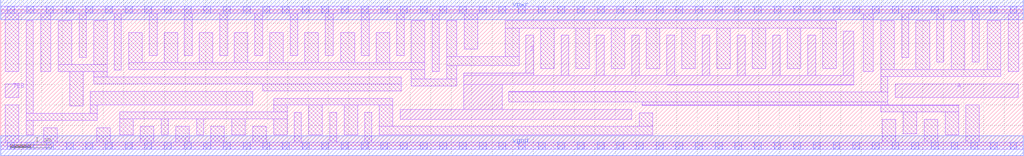
<source format=lef>
# 
# LEF OUT 
# User Name : iptguser 
# Date : Wed Jan 14 18:07:26 2015
# 05-21-2019 KKEL Add ANTENNAGATEAREA keyword to pin 'DIODE' 
#    in macros 'scs8lp_diode_0|1'.
# 
VERSION 5.5 ;
NAMESCASESENSITIVE ON ;
BUSBITCHARS "[]" ;
DIVIDERCHAR "/" ;

MACRO scs8lp_a2111o_0
  CLASS CORE ;
  SOURCE USER ;
  ORIGIN 0 0 ;
  SIZE 3.84 BY 3.33 ;
  SYMMETRY X Y R90 ;
  SITE unit ;

  PIN X
    DIRECTION OUTPUT ;
    USE SIGNAL ;
    PORT
      LAYER li1 ;
        RECT 0.0850 0.2800 0.6450 0.6100 ;
        RECT 0.0850 0.6100 0.3650 3.0750 ;
    END
    ANTENNADIFFAREA 0.2809 ;
  END X

  PIN D1
    DIRECTION INPUT ;
    USE SIGNAL ;
    PORT
      LAYER li1 ;
        RECT 0.9800 1.1350 1.3750 1.8750 ;
    END
    ANTENNAGATEAREA 0.159 ;
  END D1

  PIN C1
    DIRECTION INPUT ;
    USE SIGNAL ;
    PORT
      LAYER li1 ;
        RECT 1.5450 1.1350 1.8700 2.9400 ;
    END
    ANTENNAGATEAREA 0.159 ;
  END C1

  PIN B1
    DIRECTION INPUT ;
    USE SIGNAL ;
    PORT
      LAYER li1 ;
        RECT 2.0400 1.1350 2.4100 2.2700 ;
        RECT 2.0400 2.2700 2.2450 2.5400 ;
    END
    ANTENNAGATEAREA 0.159 ;
  END B1

  PIN A2
    DIRECTION INPUT ;
    USE SIGNAL ;
    PORT
      LAYER li1 ;
        RECT 3.4200 0.7800 3.7550 1.8450 ;
    END
    ANTENNAGATEAREA 0.159 ;
  END A2

  PIN A1
    DIRECTION INPUT ;
    USE SIGNAL ;
    PORT
      LAYER li1 ;
        RECT 2.9150 0.7800 3.2500 1.8400 ;
    END
    ANTENNAGATEAREA 0.159 ;
  END A1

  PIN vgnd
    DIRECTION INOUT ;
    USE GROUND ;
    PORT
      LAYER met1 ;
        RECT 0.0000 -0.2450 3.8400 0.2450 ;
    END
  END vgnd

  PIN vpwr
    DIRECTION INOUT ;
    USE POWER ;
    PORT
      LAYER met1 ;
        RECT 0.0000 3.0850 3.8400 3.5750 ;
    END
  END vpwr

  PIN vpb
    DIRECTION INOUT ;
    USE POWER ;
    PORT
      LAYER met1 ;
        RECT 0.0000 2.8000 0.5000 3.3000 ;
    END
  END vpb

  PIN vnb
    DIRECTION INOUT ;
    USE GROUND ;
    PORT
      LAYER met1 ;
        RECT 0.0000 0.0000 0.5000 0.5000 ;
    END
  END vnb
  OBS
    LAYER li1 ;
      RECT 0.5350 0.7950 2.7450 0.9650 ;
      RECT 2.4900 0.2800 2.7450 0.7950 ;
      RECT 1.1050 2.2250 1.3750 3.0400 ;
      RECT 0.5350 2.0550 1.3750 2.2250 ;
      RECT 1.2450 0.2800 1.5100 0.7950 ;
      RECT 0.5350 0.9650 0.8100 2.0550 ;
      RECT 0.0000 3.2450 3.8400 3.4150 ;
      RECT 2.9900 2.3700 3.2550 3.2450 ;
      RECT 0.5350 2.4050 0.8550 3.2450 ;
      RECT 0.8150 0.0850 1.0750 0.6100 ;
      RECT 0.0000 -0.0850 3.8400 0.0850 ;
      RECT 1.6800 0.0850 2.3200 0.6100 ;
      RECT 3.2150 0.0850 3.5950 0.6100 ;
      RECT 2.3150 2.7100 2.8200 3.0400 ;
      RECT 2.5800 2.1900 2.8200 2.7100 ;
      RECT 2.5800 2.0200 3.7200 2.1900 ;
      RECT 3.4250 2.1900 3.7200 3.0400 ;
    LAYER mcon ;
      RECT 3.5150 -0.0850 3.6850 0.0850 ;
      RECT 3.5150 3.2450 3.6850 3.4150 ;
      RECT 3.0350 -0.0850 3.2050 0.0850 ;
      RECT 3.0350 3.2450 3.2050 3.4150 ;
      RECT 2.5550 -0.0850 2.7250 0.0850 ;
      RECT 2.5550 3.2450 2.7250 3.4150 ;
      RECT 2.0750 -0.0850 2.2450 0.0850 ;
      RECT 2.0750 3.2450 2.2450 3.4150 ;
      RECT 1.5950 -0.0850 1.7650 0.0850 ;
      RECT 1.5950 3.2450 1.7650 3.4150 ;
      RECT 1.1150 -0.0850 1.2850 0.0850 ;
      RECT 1.1150 3.2450 1.2850 3.4150 ;
      RECT 0.6350 -0.0850 0.8050 0.0850 ;
      RECT 0.6350 3.2450 0.8050 3.4150 ;
      RECT 0.1550 -0.0850 0.3250 0.0850 ;
      RECT 0.1550 3.2450 0.3250 3.4150 ;
  END
END scs8lp_a2111o_0

MACRO scs8lp_a2111o_1
  CLASS CORE ;
  SOURCE USER ;
  ORIGIN 0 0 ;
  SIZE 4.32 BY 3.33 ;
  SYMMETRY X Y R90 ;
  SITE unit ;

  PIN D1
    DIRECTION INPUT ;
    USE SIGNAL ;
    PORT
      LAYER li1 ;
        RECT 1.0750 1.3350 1.7750 1.7500 ;
    END
    ANTENNAGATEAREA 0.315 ;
  END D1

  PIN X
    DIRECTION OUTPUT ;
    USE SIGNAL ;
    PORT
      LAYER li1 ;
        RECT 0.0850 0.2550 0.5200 1.7750 ;
        RECT 0.0850 1.7750 0.4800 3.0750 ;
    END
    ANTENNADIFFAREA 0.5565 ;
  END X

  PIN C1
    DIRECTION INPUT ;
    USE SIGNAL ;
    PORT
      LAYER li1 ;
        RECT 1.9450 1.3350 2.2650 2.9600 ;
    END
    ANTENNAGATEAREA 0.315 ;
  END C1

  PIN B1
    DIRECTION INPUT ;
    USE SIGNAL ;
    PORT
      LAYER li1 ;
        RECT 2.4350 1.3350 2.8200 1.7500 ;
    END
    ANTENNAGATEAREA 0.315 ;
  END B1

  PIN A2
    DIRECTION INPUT ;
    USE SIGNAL ;
    PORT
      LAYER li1 ;
        RECT 3.8650 1.2100 4.2350 1.7600 ;
    END
    ANTENNAGATEAREA 0.315 ;
  END A2

  PIN A1
    DIRECTION INPUT ;
    USE SIGNAL ;
    PORT
      LAYER li1 ;
        RECT 2.9900 1.2100 3.6950 1.7600 ;
    END
    ANTENNAGATEAREA 0.315 ;
  END A1

  PIN vgnd
    DIRECTION INOUT ;
    USE GROUND ;
    PORT
      LAYER met1 ;
        RECT 0.0000 -0.2450 4.3200 0.2450 ;
    END
  END vgnd

  PIN vpwr
    DIRECTION INOUT ;
    USE POWER ;
    PORT
      LAYER met1 ;
        RECT 0.0000 3.0850 4.3200 3.5750 ;
    END
  END vpwr

  PIN vpb
    DIRECTION INOUT ;
    USE POWER ;
    PORT
      LAYER met1 ;
        RECT 0.0000 2.8000 0.5000 3.3000 ;
    END
  END vpb

  PIN vnb
    DIRECTION INOUT ;
    USE GROUND ;
    PORT
      LAYER met1 ;
        RECT 0.0000 0.0000 0.5000 0.5000 ;
    END
  END vnb
  OBS
    LAYER li1 ;
      RECT 0.6900 0.9950 3.2400 1.0400 ;
      RECT 2.5300 0.2550 3.2400 0.9950 ;
      RECT 0.6900 1.0400 2.8200 1.1650 ;
      RECT 1.1700 2.0900 1.5000 3.0750 ;
      RECT 0.6900 1.9200 1.5000 2.0900 ;
      RECT 1.6300 0.2550 1.8600 0.9950 ;
      RECT 0.6900 1.1650 0.9050 1.9200 ;
      RECT 0.0000 3.2450 4.3200 3.4150 ;
      RECT 3.3000 2.2700 3.6300 3.2450 ;
      RECT 0.6500 2.2600 0.9800 3.2450 ;
      RECT 2.5300 2.1000 3.1300 3.0750 ;
      RECT 2.5300 1.9300 4.0600 2.1000 ;
      RECT 3.8000 2.1000 4.0600 3.0750 ;
      RECT 0.6900 0.0850 1.4600 0.8250 ;
      RECT 0.0000 -0.0850 4.3200 0.0850 ;
      RECT 2.0300 0.0850 2.3600 0.8250 ;
      RECT 3.7000 0.0850 4.0300 1.0400 ;
    LAYER mcon ;
      RECT 3.9950 -0.0850 4.1650 0.0850 ;
      RECT 3.9950 3.2450 4.1650 3.4150 ;
      RECT 3.5150 -0.0850 3.6850 0.0850 ;
      RECT 3.5150 3.2450 3.6850 3.4150 ;
      RECT 3.0350 -0.0850 3.2050 0.0850 ;
      RECT 3.0350 3.2450 3.2050 3.4150 ;
      RECT 2.5550 -0.0850 2.7250 0.0850 ;
      RECT 2.5550 3.2450 2.7250 3.4150 ;
      RECT 2.0750 -0.0850 2.2450 0.0850 ;
      RECT 2.0750 3.2450 2.2450 3.4150 ;
      RECT 1.5950 -0.0850 1.7650 0.0850 ;
      RECT 1.5950 3.2450 1.7650 3.4150 ;
      RECT 1.1150 -0.0850 1.2850 0.0850 ;
      RECT 1.1150 3.2450 1.2850 3.4150 ;
      RECT 0.6350 -0.0850 0.8050 0.0850 ;
      RECT 0.6350 3.2450 0.8050 3.4150 ;
      RECT 0.1550 -0.0850 0.3250 0.0850 ;
      RECT 0.1550 3.2450 0.3250 3.4150 ;
  END
END scs8lp_a2111o_1

MACRO scs8lp_a2111o_2
  CLASS CORE ;
  SOURCE USER ;
  ORIGIN 0 0 ;
  SIZE 4.8 BY 3.33 ;
  SYMMETRY X Y R90 ;
  SITE unit ;

  PIN D1
    DIRECTION INPUT ;
    USE SIGNAL ;
    PORT
      LAYER li1 ;
        RECT 1.5850 1.3450 2.2550 1.7500 ;
    END
    ANTENNAGATEAREA 0.315 ;
  END D1

  PIN C1
    DIRECTION INPUT ;
    USE SIGNAL ;
    PORT
      LAYER li1 ;
        RECT 2.4250 1.3450 2.7950 2.9650 ;
    END
    ANTENNAGATEAREA 0.315 ;
  END C1

  PIN B1
    DIRECTION INPUT ;
    USE SIGNAL ;
    PORT
      LAYER li1 ;
        RECT 2.9650 1.3450 3.3100 1.7500 ;
    END
    ANTENNAGATEAREA 0.315 ;
  END B1

  PIN A2
    DIRECTION INPUT ;
    USE SIGNAL ;
    PORT
      LAYER li1 ;
        RECT 3.9450 1.2100 4.7150 1.7500 ;
    END
    ANTENNAGATEAREA 0.315 ;
  END A2

  PIN A1
    DIRECTION INPUT ;
    USE SIGNAL ;
    PORT
      LAYER li1 ;
        RECT 3.5050 0.3000 3.7750 1.7500 ;
    END
    ANTENNAGATEAREA 0.315 ;
  END A1

  PIN X
    DIRECTION OUTPUT ;
    USE SIGNAL ;
    PORT
      LAYER li1 ;
        RECT 0.6250 0.2550 0.8950 2.1000 ;
        RECT 0.6250 2.1000 0.8150 3.0000 ;
    END
    ANTENNADIFFAREA 0.588 ;
  END X

  PIN vgnd
    DIRECTION INOUT ;
    USE GROUND ;
    PORT
      LAYER met1 ;
        RECT 0.0000 -0.2450 4.8000 0.2450 ;
    END
  END vgnd

  PIN vpwr
    DIRECTION INOUT ;
    USE POWER ;
    PORT
      LAYER met1 ;
        RECT 0.0000 3.0850 4.8000 3.5750 ;
    END
  END vpwr

  PIN vpb
    DIRECTION INOUT ;
    USE POWER ;
    PORT
      LAYER met1 ;
        RECT 0.0000 2.8000 0.5000 3.3000 ;
    END
  END vpb

  PIN vnb
    DIRECTION INOUT ;
    USE GROUND ;
    PORT
      LAYER met1 ;
        RECT 0.0000 0.0000 0.5000 0.5000 ;
    END
  END vnb
  OBS
    LAYER li1 ;
      RECT 0.0000 -0.0850 4.8000 0.0850 ;
      RECT 4.0900 0.0850 4.4200 1.0400 ;
      RECT 1.0650 0.0850 2.0100 0.8350 ;
      RECT 2.5900 0.0850 2.9200 0.8150 ;
      RECT 0.2050 0.0850 0.4550 1.1050 ;
      RECT 0.0000 3.2450 4.8000 3.4150 ;
      RECT 3.6050 2.2700 3.9350 3.2450 ;
      RECT 0.9850 2.2700 1.3150 3.2450 ;
      RECT 0.1250 1.8150 0.4550 3.2450 ;
      RECT 1.0650 1.0050 3.3350 1.1750 ;
      RECT 3.0900 0.2550 3.3350 1.0050 ;
      RECT 1.6800 2.1000 2.0100 3.0750 ;
      RECT 1.0650 1.9200 2.0100 2.1000 ;
      RECT 2.1800 0.2550 2.4200 1.0050 ;
      RECT 1.0650 1.1750 1.4150 1.9200 ;
      RECT 3.0700 2.1000 3.4000 3.0750 ;
      RECT 3.0700 1.9300 4.4200 2.1000 ;
      RECT 4.1050 2.1000 4.4200 3.0750 ;
    LAYER mcon ;
      RECT 4.4750 -0.0850 4.6450 0.0850 ;
      RECT 3.9950 -0.0850 4.1650 0.0850 ;
      RECT 3.5150 -0.0850 3.6850 0.0850 ;
      RECT 3.0350 -0.0850 3.2050 0.0850 ;
      RECT 2.5550 -0.0850 2.7250 0.0850 ;
      RECT 2.0750 -0.0850 2.2450 0.0850 ;
      RECT 1.5950 -0.0850 1.7650 0.0850 ;
      RECT 1.1150 -0.0850 1.2850 0.0850 ;
      RECT 0.6350 -0.0850 0.8050 0.0850 ;
      RECT 0.1550 -0.0850 0.3250 0.0850 ;
      RECT 4.4750 3.2450 4.6450 3.4150 ;
      RECT 3.9950 3.2450 4.1650 3.4150 ;
      RECT 3.5150 3.2450 3.6850 3.4150 ;
      RECT 3.0350 3.2450 3.2050 3.4150 ;
      RECT 2.5550 3.2450 2.7250 3.4150 ;
      RECT 2.0750 3.2450 2.2450 3.4150 ;
      RECT 1.5950 3.2450 1.7650 3.4150 ;
      RECT 1.1150 3.2450 1.2850 3.4150 ;
      RECT 0.6350 3.2450 0.8050 3.4150 ;
      RECT 0.1550 3.2450 0.3250 3.4150 ;
  END
END scs8lp_a2111o_2

MACRO scs8lp_a2111o_4
  CLASS CORE ;
  SOURCE USER ;
  ORIGIN 0 0 ;
  SIZE 8.16 BY 3.33 ;
  SYMMETRY X Y R90 ;
  SITE unit ;

  PIN X
    DIRECTION OUTPUT ;
    USE SIGNAL ;
    PORT
      LAYER li1 ;
        RECT 7.7150 1.2350 8.0750 1.7450 ;
        RECT 6.3900 1.7450 8.0750 1.9250 ;
        RECT 6.3900 1.0650 8.0750 1.2350 ;
        RECT 6.3900 1.9250 6.5800 3.0750 ;
        RECT 7.2500 1.9250 7.4400 3.0750 ;
        RECT 6.3900 0.2550 6.5800 1.0650 ;
        RECT 7.2500 0.2550 7.4400 1.0650 ;
    END
    ANTENNADIFFAREA 1.176 ;
  END X

  PIN D1
    DIRECTION INPUT ;
    USE SIGNAL ;
    PORT
      LAYER li1 ;
        RECT 0.0850 1.4250 0.5350 1.7500 ;
    END
    ANTENNAGATEAREA 0.63 ;
  END D1

  PIN C1
    DIRECTION INPUT ;
    USE SIGNAL ;
    PORT
      LAYER li1 ;
        RECT 1.1050 1.4250 2.7950 1.7700 ;
    END
    ANTENNAGATEAREA 0.63 ;
  END C1

  PIN B1
    DIRECTION INPUT ;
    USE SIGNAL ;
    PORT
      LAYER li1 ;
        RECT 3.3750 1.5350 4.1650 1.7850 ;
        RECT 2.9650 1.3350 4.1650 1.5350 ;
    END
    ANTENNAGATEAREA 0.63 ;
  END B1

  PIN A2
    DIRECTION INPUT ;
    USE SIGNAL ;
    PORT
      LAYER li1 ;
        RECT 5.3400 1.2100 5.8500 1.4450 ;
    END
    ANTENNAGATEAREA 0.63 ;
  END A2

  PIN A1
    DIRECTION INPUT ;
    USE SIGNAL ;
    PORT
      LAYER li1 ;
        RECT 4.6950 1.2100 5.1700 1.4450 ;
    END
    ANTENNAGATEAREA 0.63 ;
  END A1

  PIN vgnd
    DIRECTION INOUT ;
    USE GROUND ;
    PORT
      LAYER met1 ;
        RECT 0.0000 -0.2450 8.1600 0.2450 ;
    END
  END vgnd

  PIN vpwr
    DIRECTION INOUT ;
    USE POWER ;
    PORT
      LAYER met1 ;
        RECT 0.0000 3.0850 8.1600 3.5750 ;
    END
  END vpwr

  PIN vpb
    DIRECTION INOUT ;
    USE POWER ;
    PORT
      LAYER met1 ;
        RECT 0.0000 2.8000 0.5000 3.3000 ;
    END
  END vpb

  PIN vnb
    DIRECTION INOUT ;
    USE GROUND ;
    PORT
      LAYER met1 ;
        RECT 0.0000 0.0000 0.5000 0.5000 ;
    END
  END vnb
  OBS
    LAYER li1 ;
      RECT 0.0000 3.2450 8.1600 3.4150 ;
      RECT 7.6100 2.1050 7.9400 3.2450 ;
      RECT 4.0400 2.2950 4.3700 3.2450 ;
      RECT 5.0300 2.2950 5.3600 3.2450 ;
      RECT 5.8900 1.9550 6.2200 3.2450 ;
      RECT 6.7500 2.0950 7.0800 3.2450 ;
      RECT 6.0200 1.4050 7.5450 1.5750 ;
      RECT 4.3450 1.6150 6.2000 1.7850 ;
      RECT 6.0200 1.5750 6.2000 1.6150 ;
      RECT 3.6800 0.2550 4.8000 0.4650 ;
      RECT 0.3450 1.0650 4.5150 1.1550 ;
      RECT 4.3450 1.1550 4.5150 1.6150 ;
      RECT 1.2750 0.9850 4.5150 1.0650 ;
      RECT 3.6800 0.4650 3.8700 0.9850 ;
      RECT 0.3450 1.1550 1.4550 1.2350 ;
      RECT 1.2750 0.2550 1.5050 0.9850 ;
      RECT 2.1750 0.2550 2.4050 0.9850 ;
      RECT 0.7050 1.9300 1.0350 2.7350 ;
      RECT 0.7050 1.2350 0.9350 1.9300 ;
      RECT 0.3450 0.2550 0.6050 1.0650 ;
      RECT 4.6850 0.8150 5.7200 1.0400 ;
      RECT 4.0400 0.7600 5.7200 0.8150 ;
      RECT 4.0400 0.6350 4.8600 0.7600 ;
      RECT 5.5300 0.2550 5.7200 0.7600 ;
      RECT 2.5150 2.9050 3.8250 3.0750 ;
      RECT 2.5150 2.2800 2.8450 2.9050 ;
      RECT 3.4950 2.1250 3.8250 2.9050 ;
      RECT 3.4950 1.9550 5.7200 2.1250 ;
      RECT 4.5400 2.1250 4.8000 3.0250 ;
      RECT 5.5300 2.1250 5.7200 3.0750 ;
      RECT 1.5650 2.1100 1.8950 2.7350 ;
      RECT 1.5650 1.9400 3.2050 2.1100 ;
      RECT 3.0150 2.1100 3.2050 2.7350 ;
      RECT 2.9650 1.7050 3.2050 1.9400 ;
      RECT 0.0000 -0.0850 8.1600 0.0850 ;
      RECT 7.6100 0.0850 7.9400 0.8950 ;
      RECT 0.7750 0.0850 1.1050 0.8850 ;
      RECT 1.6750 0.0850 2.0050 0.8150 ;
      RECT 2.5750 0.0850 3.5100 0.8150 ;
      RECT 5.0300 0.0850 5.3600 0.5900 ;
      RECT 5.8900 0.0850 6.2200 1.0400 ;
      RECT 6.7500 0.0850 7.0800 0.8950 ;
      RECT 0.2750 2.9050 2.3250 3.0750 ;
      RECT 2.0650 2.2800 2.3250 2.9050 ;
      RECT 1.2050 1.9400 1.3950 2.9050 ;
      RECT 0.2750 1.9200 0.5350 2.9050 ;
    LAYER mcon ;
      RECT 7.8350 -0.0850 8.0050 0.0850 ;
      RECT 7.8350 3.2450 8.0050 3.4150 ;
      RECT 7.3550 -0.0850 7.5250 0.0850 ;
      RECT 7.3550 3.2450 7.5250 3.4150 ;
      RECT 6.8750 -0.0850 7.0450 0.0850 ;
      RECT 6.8750 3.2450 7.0450 3.4150 ;
      RECT 6.3950 -0.0850 6.5650 0.0850 ;
      RECT 6.3950 3.2450 6.5650 3.4150 ;
      RECT 5.9150 -0.0850 6.0850 0.0850 ;
      RECT 5.9150 3.2450 6.0850 3.4150 ;
      RECT 5.4350 -0.0850 5.6050 0.0850 ;
      RECT 5.4350 3.2450 5.6050 3.4150 ;
      RECT 4.9550 -0.0850 5.1250 0.0850 ;
      RECT 4.9550 3.2450 5.1250 3.4150 ;
      RECT 4.4750 -0.0850 4.6450 0.0850 ;
      RECT 4.4750 3.2450 4.6450 3.4150 ;
      RECT 3.9950 -0.0850 4.1650 0.0850 ;
      RECT 3.9950 3.2450 4.1650 3.4150 ;
      RECT 3.5150 -0.0850 3.6850 0.0850 ;
      RECT 3.5150 3.2450 3.6850 3.4150 ;
      RECT 3.0350 -0.0850 3.2050 0.0850 ;
      RECT 3.0350 3.2450 3.2050 3.4150 ;
      RECT 2.5550 -0.0850 2.7250 0.0850 ;
      RECT 2.5550 3.2450 2.7250 3.4150 ;
      RECT 2.0750 -0.0850 2.2450 0.0850 ;
      RECT 2.0750 3.2450 2.2450 3.4150 ;
      RECT 1.5950 -0.0850 1.7650 0.0850 ;
      RECT 1.5950 3.2450 1.7650 3.4150 ;
      RECT 1.1150 -0.0850 1.2850 0.0850 ;
      RECT 1.1150 3.2450 1.2850 3.4150 ;
      RECT 0.6350 -0.0850 0.8050 0.0850 ;
      RECT 0.6350 3.2450 0.8050 3.4150 ;
      RECT 0.1550 -0.0850 0.3250 0.0850 ;
      RECT 0.1550 3.2450 0.3250 3.4150 ;
  END
END scs8lp_a2111o_4

MACRO scs8lp_a2111o_lp
  CLASS CORE ;
  SOURCE USER ;
  ORIGIN 0 0 ;
  SIZE 5.28 BY 3.33 ;
  SYMMETRY X Y R90 ;
  SITE unit ;

  PIN X
    DIRECTION OUTPUT ;
    USE SIGNAL ;
    PORT
      LAYER li1 ;
        RECT 2.2350 1.9200 2.7550 2.1800 ;
        RECT 2.2350 0.6450 2.4050 1.9200 ;
        RECT 2.2350 0.2650 2.8450 0.6450 ;
    END
    ANTENNADIFFAREA 0.4047 ;
  END X

  PIN A1
    DIRECTION INPUT ;
    USE SIGNAL ;
    PORT
      LAYER li1 ;
        RECT 4.4450 1.1750 5.1550 1.8450 ;
    END
    ANTENNAGATEAREA 0.313 ;
  END A1

  PIN A2
    DIRECTION INPUT ;
    USE SIGNAL ;
    PORT
      LAYER li1 ;
        RECT 3.9350 1.1750 4.2650 1.8450 ;
    END
    ANTENNAGATEAREA 0.313 ;
  END A2

  PIN B1
    DIRECTION INPUT ;
    USE SIGNAL ;
    PORT
      LAYER li1 ;
        RECT 3.3650 1.1750 3.7150 1.8450 ;
    END
    ANTENNAGATEAREA 0.376 ;
  END B1

  PIN C1
    DIRECTION INPUT ;
    USE SIGNAL ;
    PORT
      LAYER li1 ;
        RECT 1.0600 1.1750 1.3900 1.8450 ;
    END
    ANTENNAGATEAREA 0.376 ;
  END C1

  PIN D1
    DIRECTION INPUT ;
    USE SIGNAL ;
    PORT
      LAYER li1 ;
        RECT 0.1250 0.8550 0.5300 1.7800 ;
    END
    ANTENNAGATEAREA 0.376 ;
  END D1

  PIN vgnd
    DIRECTION INOUT ;
    USE GROUND ;
    PORT
      LAYER met1 ;
        RECT 0.0000 -0.2450 5.2800 0.2450 ;
    END
  END vgnd

  PIN vpwr
    DIRECTION INOUT ;
    USE POWER ;
    PORT
      LAYER met1 ;
        RECT 0.0000 3.0850 5.2800 3.5750 ;
    END
  END vpwr

  PIN vpb
    DIRECTION INOUT ;
    USE POWER ;
    PORT
      LAYER met1 ;
        RECT 0.0000 2.8000 0.5000 3.3000 ;
    END
  END vpb

  PIN vnb
    DIRECTION INOUT ;
    USE GROUND ;
    PORT
      LAYER met1 ;
        RECT 0.0000 0.0000 0.5000 0.5000 ;
    END
  END vnb
  OBS
    LAYER li1 ;
      RECT 2.5850 0.8250 5.0350 0.9950 ;
      RECT 4.7050 0.2650 5.0350 0.8250 ;
      RECT 3.0950 0.2650 3.4250 0.8250 ;
      RECT 2.5850 0.9950 2.9150 1.4950 ;
      RECT 0.7100 0.8250 2.0550 0.9950 ;
      RECT 1.7250 0.9950 2.0550 1.7900 ;
      RECT 0.7100 0.2650 1.2650 0.8250 ;
      RECT 0.1150 2.1950 0.4450 3.0650 ;
      RECT 0.1150 2.0250 0.8800 2.1950 ;
      RECT 0.7100 0.9950 0.8800 2.0250 ;
      RECT 0.0000 -0.0850 5.2800 0.0850 ;
      RECT 3.8850 0.0850 4.2150 0.6450 ;
      RECT 0.1150 0.0850 0.4450 0.6750 ;
      RECT 1.7250 0.0850 2.0550 0.6450 ;
      RECT 0.0000 3.2450 5.2800 3.4150 ;
      RECT 1.8350 2.7100 2.1650 3.2450 ;
      RECT 4.2000 2.3750 4.5300 3.2450 ;
      RECT 3.6700 2.1950 4.0000 3.0650 ;
      RECT 3.6700 2.0250 5.1350 2.1950 ;
      RECT 4.8050 2.1950 5.1350 3.0650 ;
      RECT 1.1350 2.3600 3.4700 2.5300 ;
      RECT 3.1400 2.5300 3.4700 3.0650 ;
      RECT 3.1400 2.0250 3.4700 2.3600 ;
      RECT 1.1350 2.5300 1.4650 3.0650 ;
      RECT 1.1350 2.0250 1.4650 2.3600 ;
    LAYER mcon ;
      RECT 4.9550 -0.0850 5.1250 0.0850 ;
      RECT 4.4750 -0.0850 4.6450 0.0850 ;
      RECT 3.9950 -0.0850 4.1650 0.0850 ;
      RECT 3.5150 -0.0850 3.6850 0.0850 ;
      RECT 3.0350 -0.0850 3.2050 0.0850 ;
      RECT 2.5550 -0.0850 2.7250 0.0850 ;
      RECT 2.0750 -0.0850 2.2450 0.0850 ;
      RECT 1.5950 -0.0850 1.7650 0.0850 ;
      RECT 1.1150 -0.0850 1.2850 0.0850 ;
      RECT 0.6350 -0.0850 0.8050 0.0850 ;
      RECT 0.1550 -0.0850 0.3250 0.0850 ;
      RECT 4.9550 3.2450 5.1250 3.4150 ;
      RECT 4.4750 3.2450 4.6450 3.4150 ;
      RECT 3.9950 3.2450 4.1650 3.4150 ;
      RECT 3.5150 3.2450 3.6850 3.4150 ;
      RECT 3.0350 3.2450 3.2050 3.4150 ;
      RECT 2.5550 3.2450 2.7250 3.4150 ;
      RECT 2.0750 3.2450 2.2450 3.4150 ;
      RECT 1.5950 3.2450 1.7650 3.4150 ;
      RECT 1.1150 3.2450 1.2850 3.4150 ;
      RECT 0.6350 3.2450 0.8050 3.4150 ;
      RECT 0.1550 3.2450 0.3250 3.4150 ;
  END
END scs8lp_a2111o_lp

MACRO scs8lp_a2111o_m
  CLASS CORE ;
  SOURCE USER ;
  ORIGIN 0 0 ;
  SIZE 3.36 BY 3.33 ;
  SYMMETRY X Y R90 ;
  SITE unit ;

  PIN X
    DIRECTION OUTPUT ;
    USE SIGNAL ;
    PORT
      LAYER li1 ;
        RECT 0.1550 0.3450 0.3900 0.6750 ;
        RECT 0.1550 0.6750 0.3250 2.5300 ;
        RECT 0.1550 2.5300 0.3900 2.8600 ;
    END
    ANTENNADIFFAREA 0.2226 ;
  END X

  PIN B1
    DIRECTION INPUT ;
    USE SIGNAL ;
    PORT
      LAYER li1 ;
        RECT 1.5000 2.3200 1.7650 2.7350 ;
        RECT 1.5000 2.7350 2.1700 3.0650 ;
    END
    ANTENNAGATEAREA 0.126 ;
  END B1

  PIN A1
    DIRECTION INPUT ;
    USE SIGNAL ;
    PORT
      LAYER li1 ;
        RECT 2.8900 2.3200 3.2050 2.6650 ;
        RECT 2.7000 2.6650 3.2050 2.9950 ;
    END
    ANTENNAGATEAREA 0.126 ;
  END A1

  PIN D1
    DIRECTION INPUT ;
    USE SIGNAL ;
    PORT
      LAYER li1 ;
        RECT 0.9650 1.0950 1.2950 1.7500 ;
    END
    ANTENNAGATEAREA 0.126 ;
  END D1

  PIN C1
    DIRECTION INPUT ;
    USE SIGNAL ;
    PORT
      LAYER li1 ;
        RECT 1.0000 2.3200 1.3300 2.9650 ;
    END
    ANTENNAGATEAREA 0.126 ;
  END C1

  PIN A2
    DIRECTION INPUT ;
    USE SIGNAL ;
    PORT
      LAYER li1 ;
        RECT 2.5550 0.8400 3.2050 1.3800 ;
    END
    ANTENNAGATEAREA 0.126 ;
  END A2

  PIN vgnd
    DIRECTION INOUT ;
    USE GROUND ;
    PORT
      LAYER met1 ;
        RECT 0.0000 -0.2450 3.3600 0.2450 ;
    END
  END vgnd

  PIN vpwr
    DIRECTION INOUT ;
    USE POWER ;
    PORT
      LAYER met1 ;
        RECT 0.0000 3.0850 3.3600 3.5750 ;
    END
  END vpwr

  PIN vpb
    DIRECTION INOUT ;
    USE POWER ;
    PORT
      LAYER met1 ;
        RECT 0.0000 2.8000 0.5000 3.3000 ;
    END
  END vpb

  PIN vnb
    DIRECTION INOUT ;
    USE GROUND ;
    PORT
      LAYER met1 ;
        RECT 0.0000 0.0000 0.5000 0.5000 ;
    END
  END vnb
  OBS
    LAYER li1 ;
      RECT 0.5050 1.9300 1.6450 2.1400 ;
      RECT 1.4750 0.8950 1.6450 1.9300 ;
      RECT 1.2600 0.7250 2.3300 0.8950 ;
      RECT 1.2600 0.3450 1.4700 0.7250 ;
      RECT 2.1200 0.3450 2.3300 0.7250 ;
      RECT 0.5050 1.4700 0.6750 1.9300 ;
      RECT 0.5700 0.0850 0.9000 0.4850 ;
      RECT 0.0000 -0.0850 3.3600 0.0850 ;
      RECT 1.6900 0.0850 1.9000 0.5450 ;
      RECT 2.8500 0.0850 3.1800 0.4850 ;
      RECT 0.0000 3.2450 3.3600 3.4150 ;
      RECT 2.3400 2.4950 2.5300 3.2450 ;
      RECT 2.3400 2.3050 2.7100 2.4950 ;
      RECT 2.5200 1.9550 2.7100 2.3050 ;
      RECT 0.6100 2.6450 0.8200 3.2450 ;
      RECT 2.0900 1.7750 2.3000 2.1350 ;
      RECT 2.0900 1.6050 3.2600 1.7750 ;
      RECT 2.9300 1.7750 3.2600 2.0950 ;
    LAYER mcon ;
      RECT 3.0350 -0.0850 3.2050 0.0850 ;
      RECT 2.5550 -0.0850 2.7250 0.0850 ;
      RECT 2.0750 -0.0850 2.2450 0.0850 ;
      RECT 1.5950 -0.0850 1.7650 0.0850 ;
      RECT 1.1150 -0.0850 1.2850 0.0850 ;
      RECT 0.6350 -0.0850 0.8050 0.0850 ;
      RECT 0.1550 -0.0850 0.3250 0.0850 ;
      RECT 3.0350 3.2450 3.2050 3.4150 ;
      RECT 2.5550 3.2450 2.7250 3.4150 ;
      RECT 2.0750 3.2450 2.2450 3.4150 ;
      RECT 1.5950 3.2450 1.7650 3.4150 ;
      RECT 1.1150 3.2450 1.2850 3.4150 ;
      RECT 0.6350 3.2450 0.8050 3.4150 ;
      RECT 0.1550 3.2450 0.3250 3.4150 ;
  END
END scs8lp_a2111o_m

MACRO scs8lp_a2111oi_0
  CLASS CORE ;
  SOURCE USER ;
  ORIGIN 0 0 ;
  SIZE 3.36 BY 3.33 ;
  SYMMETRY X Y R90 ;
  SITE unit ;

  PIN Y
    DIRECTION OUTPUT ;
    USE SIGNAL ;
    PORT
      LAYER li1 ;
        RECT 0.5350 0.7800 2.2650 1.0200 ;
        RECT 0.5350 1.0200 0.7050 2.3950 ;
        RECT 0.8100 0.2800 1.0650 0.7800 ;
        RECT 1.7350 0.2800 2.2650 0.7800 ;
        RECT 0.3850 2.3950 0.7050 3.0650 ;
    END
    ANTENNADIFFAREA 0.424 ;
  END Y

  PIN D1
    DIRECTION INPUT ;
    USE SIGNAL ;
    PORT
      LAYER li1 ;
        RECT 0.0850 0.7800 0.3650 2.2100 ;
    END
    ANTENNAGATEAREA 0.159 ;
  END D1

  PIN C1
    DIRECTION INPUT ;
    USE SIGNAL ;
    PORT
      LAYER li1 ;
        RECT 0.9800 1.1900 1.3500 2.9300 ;
    END
    ANTENNAGATEAREA 0.159 ;
  END C1

  PIN B1
    DIRECTION INPUT ;
    USE SIGNAL ;
    PORT
      LAYER li1 ;
        RECT 1.5200 1.1900 2.2650 1.8600 ;
    END
    ANTENNAGATEAREA 0.159 ;
  END B1

  PIN A2
    DIRECTION INPUT ;
    USE SIGNAL ;
    PORT
      LAYER li1 ;
        RECT 2.9350 0.8400 3.2750 2.2250 ;
    END
    ANTENNAGATEAREA 0.159 ;
  END A2

  PIN A1
    DIRECTION INPUT ;
    USE SIGNAL ;
    PORT
      LAYER li1 ;
        RECT 2.4350 0.7800 2.7650 1.8750 ;
    END
    ANTENNAGATEAREA 0.159 ;
  END A1

  PIN vgnd
    DIRECTION INOUT ;
    USE GROUND ;
    PORT
      LAYER met1 ;
        RECT 0.0000 -0.2450 3.3600 0.2450 ;
    END
  END vgnd

  PIN vpwr
    DIRECTION INOUT ;
    USE POWER ;
    PORT
      LAYER met1 ;
        RECT 0.0000 3.0850 3.3600 3.5750 ;
    END
  END vpwr

  PIN vpb
    DIRECTION INOUT ;
    USE POWER ;
    PORT
      LAYER met1 ;
        RECT 0.0000 2.8000 0.5000 3.3000 ;
    END
  END vpb

  PIN vnb
    DIRECTION INOUT ;
    USE GROUND ;
    PORT
      LAYER met1 ;
        RECT 0.0000 0.0000 0.5000 0.5000 ;
    END
  END vnb
  OBS
    LAYER li1 ;
      RECT 0.0000 3.2450 3.3600 3.4150 ;
      RECT 2.0400 2.4050 2.3700 3.2450 ;
      RECT 0.0000 -0.0850 3.3600 0.0850 ;
      RECT 2.4950 0.0850 2.8250 0.6100 ;
      RECT 0.3450 0.0850 0.6400 0.6100 ;
      RECT 1.2350 0.0850 1.5600 0.6100 ;
      RECT 2.5400 2.3950 2.8550 3.0650 ;
      RECT 2.5400 2.2250 2.7650 2.3950 ;
      RECT 1.5650 2.0450 2.7650 2.2250 ;
      RECT 1.5650 2.2250 1.8600 3.0650 ;
    LAYER mcon ;
      RECT 3.0350 -0.0850 3.2050 0.0850 ;
      RECT 3.0350 3.2450 3.2050 3.4150 ;
      RECT 2.5550 -0.0850 2.7250 0.0850 ;
      RECT 2.5550 3.2450 2.7250 3.4150 ;
      RECT 2.0750 -0.0850 2.2450 0.0850 ;
      RECT 2.0750 3.2450 2.2450 3.4150 ;
      RECT 1.5950 -0.0850 1.7650 0.0850 ;
      RECT 1.5950 3.2450 1.7650 3.4150 ;
      RECT 1.1150 -0.0850 1.2850 0.0850 ;
      RECT 1.1150 3.2450 1.2850 3.4150 ;
      RECT 0.6350 -0.0850 0.8050 0.0850 ;
      RECT 0.6350 3.2450 0.8050 3.4150 ;
      RECT 0.1550 -0.0850 0.3250 0.0850 ;
      RECT 0.1550 3.2450 0.3250 3.4150 ;
  END
END scs8lp_a2111oi_0

MACRO scs8lp_a2111oi_1
  CLASS CORE ;
  SOURCE USER ;
  ORIGIN 0 0 ;
  SIZE 3.36 BY 3.33 ;
  SYMMETRY X Y R90 ;
  SITE unit ;

  PIN Y
    DIRECTION OUTPUT ;
    USE SIGNAL ;
    PORT
      LAYER li1 ;
        RECT 0.6350 0.8400 2.7250 0.9850 ;
        RECT 0.1150 0.9850 2.7250 1.0150 ;
        RECT 1.9700 0.2550 2.7250 0.8400 ;
        RECT 0.6350 0.2550 0.9650 0.8400 ;
        RECT 0.1150 1.0150 0.8550 1.1550 ;
        RECT 0.1150 1.1550 0.3650 3.0750 ;
    END
    ANTENNADIFFAREA 1.2894 ;
  END Y

  PIN D1
    DIRECTION INPUT ;
    USE SIGNAL ;
    PORT
      LAYER li1 ;
        RECT 0.5350 1.3450 0.8550 2.8600 ;
    END
    ANTENNAGATEAREA 0.315 ;
  END D1

  PIN C1
    DIRECTION INPUT ;
    USE SIGNAL ;
    PORT
      LAYER li1 ;
        RECT 1.0250 1.2100 1.3150 3.0200 ;
    END
    ANTENNAGATEAREA 0.315 ;
  END C1

  PIN B1
    DIRECTION INPUT ;
    USE SIGNAL ;
    PORT
      LAYER li1 ;
        RECT 1.4850 1.1850 1.8750 1.5200 ;
    END
    ANTENNAGATEAREA 0.315 ;
  END B1

  PIN A2
    DIRECTION INPUT ;
    USE SIGNAL ;
    PORT
      LAYER li1 ;
        RECT 2.9050 1.1900 3.2700 1.5200 ;
    END
    ANTENNAGATEAREA 0.315 ;
  END A2

  PIN A1
    DIRECTION INPUT ;
    USE SIGNAL ;
    PORT
      LAYER li1 ;
        RECT 2.0450 1.1850 2.7250 1.5150 ;
    END
    ANTENNAGATEAREA 0.315 ;
  END A1

  PIN vgnd
    DIRECTION INOUT ;
    USE GROUND ;
    PORT
      LAYER met1 ;
        RECT 0.0000 -0.2450 3.3600 0.2450 ;
    END
  END vgnd

  PIN vpwr
    DIRECTION INOUT ;
    USE POWER ;
    PORT
      LAYER met1 ;
        RECT 0.0000 3.0850 3.3600 3.5750 ;
    END
  END vpwr

  PIN vpb
    DIRECTION INOUT ;
    USE POWER ;
    PORT
      LAYER met1 ;
        RECT 0.0000 2.8000 0.5000 3.3000 ;
    END
  END vpb

  PIN vnb
    DIRECTION INOUT ;
    USE GROUND ;
    PORT
      LAYER met1 ;
        RECT 0.0000 0.0000 0.5000 0.5000 ;
    END
  END vnb
  OBS
    LAYER li1 ;
      RECT 0.0000 -0.0850 3.3600 0.0850 ;
      RECT 2.8950 0.0850 3.1600 1.0150 ;
      RECT 0.1350 0.0850 0.4650 0.8150 ;
      RECT 1.1350 0.0850 1.8000 0.6700 ;
      RECT 0.0000 3.2450 3.3600 3.4150 ;
      RECT 2.3250 2.1050 2.6550 3.2450 ;
      RECT 1.7650 1.9250 2.0950 3.0750 ;
      RECT 1.7650 1.7550 3.1600 1.9250 ;
      RECT 2.8900 1.9250 3.1600 3.0750 ;
    LAYER mcon ;
      RECT 3.0350 -0.0850 3.2050 0.0850 ;
      RECT 3.0350 3.2450 3.2050 3.4150 ;
      RECT 2.5550 -0.0850 2.7250 0.0850 ;
      RECT 2.5550 3.2450 2.7250 3.4150 ;
      RECT 2.0750 -0.0850 2.2450 0.0850 ;
      RECT 2.0750 3.2450 2.2450 3.4150 ;
      RECT 1.5950 -0.0850 1.7650 0.0850 ;
      RECT 1.5950 3.2450 1.7650 3.4150 ;
      RECT 1.1150 -0.0850 1.2850 0.0850 ;
      RECT 1.1150 3.2450 1.2850 3.4150 ;
      RECT 0.6350 -0.0850 0.8050 0.0850 ;
      RECT 0.6350 3.2450 0.8050 3.4150 ;
      RECT 0.1550 -0.0850 0.3250 0.0850 ;
      RECT 0.1550 3.2450 0.3250 3.4150 ;
  END
END scs8lp_a2111oi_1

MACRO scs8lp_a2111oi_2
  CLASS CORE ;
  SOURCE USER ;
  ORIGIN 0 0 ;
  SIZE 5.76 BY 3.33 ;
  SYMMETRY X Y R90 ;
  SITE unit ;

  PIN A1
    DIRECTION INPUT ;
    USE SIGNAL ;
    PORT
      LAYER li1 ;
        RECT 3.4650 1.6150 5.1550 1.7850 ;
        RECT 3.4650 1.3450 4.1850 1.6150 ;
        RECT 4.8950 1.3450 5.1550 1.6150 ;
    END
    ANTENNAGATEAREA 0.63 ;
  END A1

  PIN C1
    DIRECTION INPUT ;
    USE SIGNAL ;
    PORT
      LAYER li1 ;
        RECT 0.1250 1.6050 1.8950 1.7750 ;
        RECT 1.5250 1.2950 1.8950 1.6050 ;
        RECT 0.1250 1.2950 0.4550 1.6050 ;
    END
    ANTENNAGATEAREA 0.63 ;
  END C1

  PIN D1
    DIRECTION INPUT ;
    USE SIGNAL ;
    PORT
      LAYER li1 ;
        RECT 0.6250 1.2100 1.3550 1.4350 ;
    END
    ANTENNAGATEAREA 0.63 ;
  END D1

  PIN B1
    DIRECTION INPUT ;
    USE SIGNAL ;
    PORT
      LAYER li1 ;
        RECT 2.0650 1.4250 2.8550 1.7750 ;
    END
    ANTENNAGATEAREA 0.63 ;
  END B1

  PIN A2
    DIRECTION INPUT ;
    USE SIGNAL ;
    PORT
      LAYER li1 ;
        RECT 4.3550 1.2100 4.7250 1.4350 ;
    END
    ANTENNAGATEAREA 0.63 ;
  END A2

  PIN Y
    DIRECTION OUTPUT ;
    USE SIGNAL ;
    PORT
      LAYER li1 ;
        RECT 3.0250 1.2550 3.2950 1.9450 ;
        RECT 1.0000 1.9450 3.2950 1.9550 ;
        RECT 2.0650 1.0850 3.2950 1.2550 ;
        RECT 1.0000 1.9550 5.6600 2.1250 ;
        RECT 2.0650 1.0400 2.2950 1.0850 ;
        RECT 2.9650 0.2550 3.2950 1.0850 ;
        RECT 1.0000 2.1250 1.2650 2.3550 ;
        RECT 5.3250 1.0950 5.6600 1.9550 ;
        RECT 0.1200 0.8700 2.2950 1.0400 ;
        RECT 5.0200 0.2550 5.6600 1.0950 ;
        RECT 1.0500 0.2650 1.2950 0.8700 ;
        RECT 0.1200 0.2550 0.3800 0.8700 ;
        RECT 1.9650 0.2550 2.2950 0.8700 ;
    END
    ANTENNADIFFAREA 1.5414 ;
  END Y

  PIN vgnd
    DIRECTION INOUT ;
    USE GROUND ;
    PORT
      LAYER met1 ;
        RECT 0.0000 -0.2450 5.7600 0.2450 ;
    END
  END vgnd

  PIN vpwr
    DIRECTION INOUT ;
    USE POWER ;
    PORT
      LAYER met1 ;
        RECT 0.0000 3.0850 5.7600 3.5750 ;
    END
  END vpwr

  PIN vpb
    DIRECTION INOUT ;
    USE POWER ;
    PORT
      LAYER met1 ;
        RECT 0.0000 2.8000 0.5000 3.3000 ;
    END
  END vpb

  PIN vnb
    DIRECTION INOUT ;
    USE GROUND ;
    PORT
      LAYER met1 ;
        RECT 0.0000 0.0000 0.5000 0.5000 ;
    END
  END vnb
  OBS
    LAYER li1 ;
      RECT 0.0000 -0.0850 5.7600 0.0850 ;
      RECT 0.5500 0.0850 0.8800 0.7000 ;
      RECT 1.4650 0.0850 1.7950 0.7000 ;
      RECT 2.4650 0.0850 2.7950 0.9150 ;
      RECT 4.1250 0.0850 4.4550 0.7000 ;
      RECT 0.0000 3.2450 5.7600 3.4150 ;
      RECT 3.6900 2.6350 4.0200 3.2450 ;
      RECT 4.5700 2.6350 4.9000 3.2450 ;
      RECT 3.5300 0.8700 4.8500 1.0400 ;
      RECT 3.5300 0.2550 3.8600 0.8700 ;
      RECT 4.6250 0.2550 4.8500 0.8700 ;
      RECT 0.5700 2.5250 1.7000 2.6950 ;
      RECT 1.4500 2.2950 1.7000 2.5250 ;
      RECT 0.5700 1.9550 0.8300 2.5250 ;
      RECT 0.1200 2.8650 3.0700 3.0750 ;
      RECT 1.8700 2.8150 3.0700 2.8650 ;
      RECT 1.8700 2.2950 2.1650 2.8150 ;
      RECT 0.1200 1.9550 0.4000 2.8650 ;
      RECT 3.2600 2.6450 3.5200 3.0750 ;
      RECT 2.3350 2.4650 3.5200 2.6450 ;
      RECT 2.3350 2.2950 5.3500 2.4650 ;
      RECT 4.1900 2.4650 4.4000 3.0750 ;
      RECT 5.0700 2.4650 5.3500 3.0750 ;
    LAYER mcon ;
      RECT 5.4350 -0.0850 5.6050 0.0850 ;
      RECT 4.9550 -0.0850 5.1250 0.0850 ;
      RECT 4.4750 -0.0850 4.6450 0.0850 ;
      RECT 3.9950 -0.0850 4.1650 0.0850 ;
      RECT 3.5150 -0.0850 3.6850 0.0850 ;
      RECT 3.0350 -0.0850 3.2050 0.0850 ;
      RECT 2.5550 -0.0850 2.7250 0.0850 ;
      RECT 2.0750 -0.0850 2.2450 0.0850 ;
      RECT 1.5950 -0.0850 1.7650 0.0850 ;
      RECT 1.1150 -0.0850 1.2850 0.0850 ;
      RECT 0.6350 -0.0850 0.8050 0.0850 ;
      RECT 0.1550 -0.0850 0.3250 0.0850 ;
      RECT 5.4350 3.2450 5.6050 3.4150 ;
      RECT 4.9550 3.2450 5.1250 3.4150 ;
      RECT 4.4750 3.2450 4.6450 3.4150 ;
      RECT 3.9950 3.2450 4.1650 3.4150 ;
      RECT 3.5150 3.2450 3.6850 3.4150 ;
      RECT 3.0350 3.2450 3.2050 3.4150 ;
      RECT 2.5550 3.2450 2.7250 3.4150 ;
      RECT 2.0750 3.2450 2.2450 3.4150 ;
      RECT 1.5950 3.2450 1.7650 3.4150 ;
      RECT 1.1150 3.2450 1.2850 3.4150 ;
      RECT 0.6350 3.2450 0.8050 3.4150 ;
      RECT 0.1550 3.2450 0.3250 3.4150 ;
  END
END scs8lp_a2111oi_2

MACRO scs8lp_a2111oi_4
  CLASS CORE ;
  SOURCE USER ;
  ORIGIN 0 0 ;
  SIZE 10.08 BY 3.33 ;
  SYMMETRY X Y R90 ;
  SITE unit ;

  PIN D1
    DIRECTION INPUT ;
    USE SIGNAL ;
    PORT
      LAYER li1 ;
        RECT 0.4900 1.2100 1.8400 1.4350 ;
    END
    ANTENNAGATEAREA 1.26 ;
  END D1

  PIN C1
    DIRECTION INPUT ;
    USE SIGNAL ;
    PORT
      LAYER li1 ;
        RECT 2.0500 1.4250 3.7400 1.7600 ;
    END
    ANTENNAGATEAREA 1.26 ;
  END C1

  PIN B1
    DIRECTION INPUT ;
    USE SIGNAL ;
    PORT
      LAYER li1 ;
        RECT 3.9500 1.4250 5.6750 1.7600 ;
    END
    ANTENNAGATEAREA 1.26 ;
  END B1

  PIN A2
    DIRECTION INPUT ;
    USE SIGNAL ;
    PORT
      LAYER li1 ;
        RECT 7.9450 1.5450 8.4850 1.7600 ;
        RECT 7.9450 1.3750 9.9750 1.5450 ;
    END
    ANTENNAGATEAREA 1.26 ;
  END A2

  PIN A1
    DIRECTION INPUT ;
    USE SIGNAL ;
    PORT
      LAYER li1 ;
        RECT 5.8450 1.2100 7.7000 1.4350 ;
    END
    ANTENNAGATEAREA 1.26 ;
  END A1

  PIN Y
    DIRECTION OUTPUT ;
    USE SIGNAL ;
    PORT
      LAYER li1 ;
        RECT 4.9450 0.2550 5.1950 0.8700 ;
        RECT 4.9450 0.8700 7.6050 1.0400 ;
        RECT 4.9450 1.0400 5.1850 1.0850 ;
        RECT 6.4600 0.5950 6.7050 0.8700 ;
        RECT 7.3100 0.5950 7.6050 0.8700 ;
        RECT 2.3050 1.0850 5.1850 1.2550 ;
        RECT 2.3050 1.0400 2.5050 1.0850 ;
        RECT 3.1750 0.2550 3.4250 1.0850 ;
        RECT 4.0950 0.2550 4.3350 1.0850 ;
        RECT 0.1400 0.8700 2.5050 1.0400 ;
        RECT 0.1400 1.0400 0.3200 1.7050 ;
        RECT 0.5950 0.2550 0.7850 0.8700 ;
        RECT 1.4550 0.2550 1.6450 0.8700 ;
        RECT 2.3150 0.2550 2.5050 0.8700 ;
        RECT 0.1400 1.7050 1.6450 1.8750 ;
        RECT 0.5950 1.8750 0.7850 2.7350 ;
        RECT 1.4550 1.8750 1.6450 2.7350 ;
    END
    ANTENNADIFFAREA 2.5872 ;
  END Y

  PIN vgnd
    DIRECTION INOUT ;
    USE GROUND ;
    PORT
      LAYER met1 ;
        RECT 0.0000 -0.2450 10.0800 0.2450 ;
    END
  END vgnd

  PIN vpwr
    DIRECTION INOUT ;
    USE POWER ;
    PORT
      LAYER met1 ;
        RECT 0.0000 3.0850 10.0800 3.5750 ;
    END
  END vpwr

  PIN vpb
    DIRECTION INOUT ;
    USE POWER ;
    PORT
      LAYER met1 ;
        RECT 0.0000 2.8000 0.5000 3.3000 ;
    END
  END vpb

  PIN vnb
    DIRECTION INOUT ;
    USE GROUND ;
    PORT
      LAYER met1 ;
        RECT 0.0000 0.0000 0.5000 0.5000 ;
    END
  END vnb
  OBS
    LAYER li1 ;
      RECT 7.5650 1.9300 8.8450 2.1000 ;
      RECT 8.5650 2.1000 8.8450 3.0750 ;
      RECT 8.6550 1.8850 8.8450 1.9300 ;
      RECT 8.6550 1.7150 9.7750 1.8850 ;
      RECT 9.5150 1.8850 9.7750 3.0750 ;
      RECT 4.0550 2.9050 6.0350 3.0750 ;
      RECT 4.9550 2.3050 5.1750 2.9050 ;
      RECT 4.0550 2.2700 4.3850 2.9050 ;
      RECT 5.8450 1.7750 6.0350 2.9050 ;
      RECT 5.8450 1.6050 7.7750 1.7750 ;
      RECT 6.7050 1.7750 6.8950 3.0750 ;
      RECT 7.5650 1.7750 7.7750 1.9300 ;
      RECT 7.5650 2.1000 7.8950 3.0750 ;
      RECT 7.8700 1.0350 9.8500 1.2050 ;
      RECT 7.8700 0.4250 8.0600 1.0350 ;
      RECT 8.7300 0.2550 8.9200 1.0350 ;
      RECT 9.5900 0.2550 9.8500 1.0350 ;
      RECT 5.9650 0.2550 8.0600 0.4250 ;
      RECT 5.9650 0.4250 6.2900 0.7000 ;
      RECT 6.8750 0.4250 7.1400 0.7000 ;
      RECT 0.0000 -0.0850 10.0800 0.0850 ;
      RECT 8.2300 0.0850 8.5600 0.8650 ;
      RECT 9.0900 0.0850 9.4200 0.8650 ;
      RECT 0.0950 0.0850 0.4250 0.7000 ;
      RECT 0.9550 0.0850 1.2850 0.7000 ;
      RECT 1.8150 0.0850 2.1450 0.7000 ;
      RECT 2.6750 0.0850 3.0050 0.9150 ;
      RECT 3.5950 0.0850 3.9250 0.9150 ;
      RECT 4.5050 0.0850 4.7750 0.9150 ;
      RECT 5.3650 0.0850 5.6950 0.6900 ;
      RECT 4.5550 2.1200 4.7850 2.7350 ;
      RECT 4.5550 2.1000 5.6750 2.1200 ;
      RECT 5.3450 2.1200 5.6750 2.7350 ;
      RECT 2.3150 1.9300 5.6750 2.1000 ;
      RECT 2.3150 2.1000 2.5050 2.7350 ;
      RECT 3.1750 2.1000 3.3650 2.7350 ;
      RECT 0.0950 2.9050 3.8650 3.0750 ;
      RECT 2.6750 2.2700 3.0050 2.9050 ;
      RECT 3.5350 2.2700 3.8650 2.9050 ;
      RECT 1.8150 1.9300 2.1450 2.9050 ;
      RECT 0.0950 2.0450 0.4250 2.9050 ;
      RECT 0.9550 2.0450 1.2850 2.9050 ;
      RECT 0.0000 3.2450 10.0800 3.4150 ;
      RECT 8.0650 2.2700 8.3950 3.2450 ;
      RECT 9.0150 2.0550 9.3450 3.2450 ;
      RECT 6.2050 1.9450 6.5350 3.2450 ;
      RECT 7.0650 1.9450 7.3950 3.2450 ;
    LAYER mcon ;
      RECT 8.3150 3.2450 8.4850 3.4150 ;
      RECT 7.8350 3.2450 8.0050 3.4150 ;
      RECT 7.3550 3.2450 7.5250 3.4150 ;
      RECT 6.8750 3.2450 7.0450 3.4150 ;
      RECT 6.3950 3.2450 6.5650 3.4150 ;
      RECT 5.9150 3.2450 6.0850 3.4150 ;
      RECT 5.4350 3.2450 5.6050 3.4150 ;
      RECT 4.9550 3.2450 5.1250 3.4150 ;
      RECT 4.4750 3.2450 4.6450 3.4150 ;
      RECT 3.9950 3.2450 4.1650 3.4150 ;
      RECT 3.5150 3.2450 3.6850 3.4150 ;
      RECT 3.0350 3.2450 3.2050 3.4150 ;
      RECT 2.5550 3.2450 2.7250 3.4150 ;
      RECT 2.0750 3.2450 2.2450 3.4150 ;
      RECT 1.5950 3.2450 1.7650 3.4150 ;
      RECT 1.1150 3.2450 1.2850 3.4150 ;
      RECT 0.6350 3.2450 0.8050 3.4150 ;
      RECT 0.1550 3.2450 0.3250 3.4150 ;
      RECT 9.7550 -0.0850 9.9250 0.0850 ;
      RECT 9.2750 -0.0850 9.4450 0.0850 ;
      RECT 8.7950 -0.0850 8.9650 0.0850 ;
      RECT 8.3150 -0.0850 8.4850 0.0850 ;
      RECT 7.8350 -0.0850 8.0050 0.0850 ;
      RECT 7.3550 -0.0850 7.5250 0.0850 ;
      RECT 6.8750 -0.0850 7.0450 0.0850 ;
      RECT 6.3950 -0.0850 6.5650 0.0850 ;
      RECT 5.9150 -0.0850 6.0850 0.0850 ;
      RECT 5.4350 -0.0850 5.6050 0.0850 ;
      RECT 4.9550 -0.0850 5.1250 0.0850 ;
      RECT 4.4750 -0.0850 4.6450 0.0850 ;
      RECT 3.9950 -0.0850 4.1650 0.0850 ;
      RECT 3.5150 -0.0850 3.6850 0.0850 ;
      RECT 3.0350 -0.0850 3.2050 0.0850 ;
      RECT 2.5550 -0.0850 2.7250 0.0850 ;
      RECT 2.0750 -0.0850 2.2450 0.0850 ;
      RECT 1.5950 -0.0850 1.7650 0.0850 ;
      RECT 1.1150 -0.0850 1.2850 0.0850 ;
      RECT 0.6350 -0.0850 0.8050 0.0850 ;
      RECT 0.1550 -0.0850 0.3250 0.0850 ;
      RECT 9.7550 3.2450 9.9250 3.4150 ;
      RECT 9.2750 3.2450 9.4450 3.4150 ;
      RECT 8.7950 3.2450 8.9650 3.4150 ;
  END
END scs8lp_a2111oi_4

MACRO scs8lp_a2111oi_lp
  CLASS CORE ;
  SOURCE USER ;
  ORIGIN 0 0 ;
  SIZE 4.32 BY 3.33 ;
  SYMMETRY X Y R90 ;
  SITE unit ;

  PIN Y
    DIRECTION OUTPUT ;
    USE SIGNAL ;
    PORT
      LAYER li1 ;
        RECT 3.0050 0.2650 3.4300 0.8250 ;
        RECT 0.1700 0.8250 4.1850 0.9950 ;
        RECT 4.0150 0.9950 4.1850 2.0250 ;
        RECT 0.1700 0.2650 0.5000 0.8250 ;
        RECT 1.7800 0.2650 2.1100 0.8250 ;
        RECT 3.7300 2.0250 4.1850 3.0650 ;
    END
    ANTENNADIFFAREA 0.6357 ;
  END Y

  PIN A1
    DIRECTION INPUT ;
    USE SIGNAL ;
    PORT
      LAYER li1 ;
        RECT 0.1250 1.1750 0.8350 1.8450 ;
    END
    ANTENNAGATEAREA 0.313 ;
  END A1

  PIN A2
    DIRECTION INPUT ;
    USE SIGNAL ;
    PORT
      LAYER li1 ;
        RECT 1.0150 1.1750 1.7950 1.8450 ;
    END
    ANTENNAGATEAREA 0.313 ;
  END A2

  PIN B1
    DIRECTION INPUT ;
    USE SIGNAL ;
    PORT
      LAYER li1 ;
        RECT 2.0450 1.1750 2.7550 1.8450 ;
    END
    ANTENNAGATEAREA 0.376 ;
  END B1

  PIN C1
    DIRECTION INPUT ;
    USE SIGNAL ;
    PORT
      LAYER li1 ;
        RECT 2.9350 1.1800 3.2650 2.8900 ;
    END
    ANTENNAGATEAREA 0.376 ;
  END C1

  PIN D1
    DIRECTION INPUT ;
    USE SIGNAL ;
    PORT
      LAYER li1 ;
        RECT 3.4850 1.1750 3.8350 1.8450 ;
    END
    ANTENNAGATEAREA 0.376 ;
  END D1

  PIN vgnd
    DIRECTION INOUT ;
    USE GROUND ;
    PORT
      LAYER met1 ;
        RECT 0.0000 -0.2450 4.3200 0.2450 ;
    END
  END vgnd

  PIN vpwr
    DIRECTION INOUT ;
    USE POWER ;
    PORT
      LAYER met1 ;
        RECT 0.0000 3.0850 4.3200 3.5750 ;
    END
  END vpwr

  PIN vpb
    DIRECTION INOUT ;
    USE POWER ;
    PORT
      LAYER met1 ;
        RECT 0.0000 2.8000 0.5000 3.3000 ;
    END
  END vpb

  PIN vnb
    DIRECTION INOUT ;
    USE GROUND ;
    PORT
      LAYER met1 ;
        RECT 0.0000 0.0000 0.5000 0.5000 ;
    END
  END vnb
  OBS
    LAYER li1 ;
      RECT 0.0000 -0.0850 4.3200 0.0850 ;
      RECT 3.8900 0.0850 4.2200 0.6450 ;
      RECT 0.9900 0.0850 1.3200 0.6450 ;
      RECT 2.3100 0.0850 2.6400 0.6450 ;
      RECT 0.0000 3.2450 4.3200 3.4150 ;
      RECT 1.1600 2.3750 1.4900 3.2450 ;
      RECT 0.1000 2.0250 0.4300 3.2450 ;
      RECT 0.6300 2.1950 0.9600 3.0650 ;
      RECT 0.6300 2.0250 2.4700 2.1950 ;
      RECT 2.1400 2.1950 2.4700 3.0650 ;
    LAYER mcon ;
      RECT 3.9950 -0.0850 4.1650 0.0850 ;
      RECT 3.5150 -0.0850 3.6850 0.0850 ;
      RECT 3.0350 -0.0850 3.2050 0.0850 ;
      RECT 2.5550 -0.0850 2.7250 0.0850 ;
      RECT 2.0750 -0.0850 2.2450 0.0850 ;
      RECT 1.5950 -0.0850 1.7650 0.0850 ;
      RECT 1.1150 -0.0850 1.2850 0.0850 ;
      RECT 0.6350 -0.0850 0.8050 0.0850 ;
      RECT 0.1550 -0.0850 0.3250 0.0850 ;
      RECT 3.9950 3.2450 4.1650 3.4150 ;
      RECT 3.5150 3.2450 3.6850 3.4150 ;
      RECT 3.0350 3.2450 3.2050 3.4150 ;
      RECT 2.5550 3.2450 2.7250 3.4150 ;
      RECT 2.0750 3.2450 2.2450 3.4150 ;
      RECT 1.5950 3.2450 1.7650 3.4150 ;
      RECT 1.1150 3.2450 1.2850 3.4150 ;
      RECT 0.6350 3.2450 0.8050 3.4150 ;
      RECT 0.1550 3.2450 0.3250 3.4150 ;
  END
END scs8lp_a2111oi_lp

MACRO scs8lp_a2111oi_m
  CLASS CORE ;
  SOURCE USER ;
  ORIGIN 0 0 ;
  SIZE 3.36 BY 3.33 ;
  SYMMETRY X Y R90 ;
  SITE unit ;

  PIN D1
    DIRECTION INPUT ;
    USE SIGNAL ;
    PORT
      LAYER li1 ;
        RECT 0.5250 1.2100 0.8050 2.8600 ;
    END
    ANTENNAGATEAREA 0.126 ;
  END D1

  PIN C1
    DIRECTION INPUT ;
    USE SIGNAL ;
    PORT
      LAYER li1 ;
        RECT 0.9850 0.9750 1.3150 2.1200 ;
    END
    ANTENNAGATEAREA 0.126 ;
  END C1

  PIN B1
    DIRECTION INPUT ;
    USE SIGNAL ;
    PORT
      LAYER li1 ;
        RECT 1.5950 1.2100 1.7750 2.1200 ;
    END
    ANTENNAGATEAREA 0.126 ;
  END B1

  PIN A2
    DIRECTION INPUT ;
    USE SIGNAL ;
    PORT
      LAYER li1 ;
        RECT 3.0000 0.4700 3.2050 2.1200 ;
    END
    ANTENNAGATEAREA 0.126 ;
  END A2

  PIN Y
    DIRECTION OUTPUT ;
    USE SIGNAL ;
    PORT
      LAYER li1 ;
        RECT 0.6350 0.3450 1.0200 0.6250 ;
        RECT 0.6350 0.6250 2.0300 0.7250 ;
        RECT 0.1550 0.7250 2.0300 0.7950 ;
        RECT 1.8200 0.3450 2.0300 0.6250 ;
        RECT 0.1550 0.7950 0.8050 0.8950 ;
        RECT 0.1550 0.8950 0.3450 2.9750 ;
    END
    ANTENNADIFFAREA 0.441 ;
  END Y

  PIN A1
    DIRECTION INPUT ;
    USE SIGNAL ;
    PORT
      LAYER li1 ;
        RECT 2.0750 1.2100 2.3150 2.1950 ;
    END
    ANTENNAGATEAREA 0.126 ;
  END A1

  PIN vgnd
    DIRECTION INOUT ;
    USE GROUND ;
    PORT
      LAYER met1 ;
        RECT 0.0000 -0.2450 3.3600 0.2450 ;
    END
  END vgnd

  PIN vpwr
    DIRECTION INOUT ;
    USE POWER ;
    PORT
      LAYER met1 ;
        RECT 0.0000 3.0850 3.3600 3.5750 ;
    END
  END vpwr

  PIN vpb
    DIRECTION INOUT ;
    USE POWER ;
    PORT
      LAYER met1 ;
        RECT 0.0000 2.8000 0.5000 3.3000 ;
    END
  END vpb

  PIN vnb
    DIRECTION INOUT ;
    USE GROUND ;
    PORT
      LAYER met1 ;
        RECT 0.0000 0.0000 0.5000 0.5000 ;
    END
  END vnb
  OBS
    LAYER li1 ;
      RECT 1.5300 2.6550 1.7400 2.9750 ;
      RECT 1.5300 2.4850 2.8800 2.6550 ;
      RECT 2.5500 2.6550 2.8800 2.9150 ;
      RECT 0.0000 -0.0850 3.3600 0.0850 ;
      RECT 2.6100 0.0850 2.8200 0.5450 ;
      RECT 0.2650 0.0850 0.4550 0.5450 ;
      RECT 1.2000 0.0850 1.5300 0.4450 ;
      RECT 0.0000 3.2450 3.3600 3.4150 ;
      RECT 1.9200 2.8350 2.2500 3.2450 ;
    LAYER mcon ;
      RECT 3.0350 -0.0850 3.2050 0.0850 ;
      RECT 2.5550 -0.0850 2.7250 0.0850 ;
      RECT 2.0750 -0.0850 2.2450 0.0850 ;
      RECT 1.5950 -0.0850 1.7650 0.0850 ;
      RECT 1.1150 -0.0850 1.2850 0.0850 ;
      RECT 0.6350 -0.0850 0.8050 0.0850 ;
      RECT 0.1550 -0.0850 0.3250 0.0850 ;
      RECT 3.0350 3.2450 3.2050 3.4150 ;
      RECT 2.5550 3.2450 2.7250 3.4150 ;
      RECT 2.0750 3.2450 2.2450 3.4150 ;
      RECT 1.5950 3.2450 1.7650 3.4150 ;
      RECT 1.1150 3.2450 1.2850 3.4150 ;
      RECT 0.6350 3.2450 0.8050 3.4150 ;
      RECT 0.1550 3.2450 0.3250 3.4150 ;
  END
END scs8lp_a2111oi_m

MACRO scs8lp_a211o_0
  CLASS CORE ;
  SOURCE USER ;
  ORIGIN 0 0 ;
  SIZE 3.36 BY 3.33 ;
  SYMMETRY X Y R90 ;
  SITE unit ;

  PIN X
    DIRECTION OUTPUT ;
    USE SIGNAL ;
    PORT
      LAYER li1 ;
        RECT 0.0950 0.3450 0.3900 0.6750 ;
        RECT 0.0950 0.6750 0.3350 2.1800 ;
        RECT 0.0950 2.1800 0.3850 2.9350 ;
    END
    ANTENNADIFFAREA 0.2809 ;
  END X

  PIN C1
    DIRECTION INPUT ;
    USE SIGNAL ;
    PORT
      LAYER li1 ;
        RECT 2.8750 1.2000 3.2750 2.1950 ;
    END
    ANTENNAGATEAREA 0.159 ;
  END C1

  PIN B1
    DIRECTION INPUT ;
    USE SIGNAL ;
    PORT
      LAYER li1 ;
        RECT 2.0050 1.2000 2.3650 1.8800 ;
    END
    ANTENNAGATEAREA 0.159 ;
  END B1

  PIN A2
    DIRECTION INPUT ;
    USE SIGNAL ;
    PORT
      LAYER li1 ;
        RECT 0.9950 1.2000 1.3450 1.8800 ;
    END
    ANTENNAGATEAREA 0.159 ;
  END A2

  PIN A1
    DIRECTION INPUT ;
    USE SIGNAL ;
    PORT
      LAYER li1 ;
        RECT 1.5300 1.2000 1.8350 1.8900 ;
    END
    ANTENNAGATEAREA 0.159 ;
  END A1

  PIN vgnd
    DIRECTION INOUT ;
    USE GROUND ;
    PORT
      LAYER met1 ;
        RECT 0.0000 -0.2450 3.3600 0.2450 ;
    END
  END vgnd

  PIN vpwr
    DIRECTION INOUT ;
    USE POWER ;
    PORT
      LAYER met1 ;
        RECT 0.0000 3.0850 3.3600 3.5750 ;
    END
  END vpwr

  PIN vpb
    DIRECTION INOUT ;
    USE POWER ;
    PORT
      LAYER met1 ;
        RECT 0.0000 2.8000 0.5000 3.3000 ;
    END
  END vpb

  PIN vnb
    DIRECTION INOUT ;
    USE GROUND ;
    PORT
      LAYER met1 ;
        RECT 0.0000 0.0000 0.5000 0.5000 ;
    END
  END vnb
  OBS
    LAYER li1 ;
      RECT 1.0800 2.2300 1.3800 3.0700 ;
      RECT 1.0800 2.0600 2.2750 2.2300 ;
      RECT 2.0100 2.2300 2.2750 3.0750 ;
      RECT 0.5600 0.0850 1.2000 0.6750 ;
      RECT 0.0000 -0.0850 3.3600 0.0850 ;
      RECT 2.1300 0.0850 2.7200 0.6750 ;
      RECT 0.0000 3.2450 3.3600 3.4150 ;
      RECT 1.5500 2.4000 1.8400 3.2450 ;
      RECT 0.5550 2.1800 0.8550 3.2450 ;
      RECT 2.6150 2.5600 3.1000 3.0600 ;
      RECT 2.5350 2.3900 3.1000 2.5600 ;
      RECT 0.5050 0.8600 3.1900 1.0300 ;
      RECT 2.8900 0.3450 3.1900 0.8600 ;
      RECT 2.5350 1.0300 2.7050 2.3900 ;
      RECT 1.6600 0.3450 1.9600 0.8600 ;
      RECT 0.5050 1.0300 0.7550 1.5300 ;
    LAYER mcon ;
      RECT 3.0350 -0.0850 3.2050 0.0850 ;
      RECT 3.0350 3.2450 3.2050 3.4150 ;
      RECT 2.5550 -0.0850 2.7250 0.0850 ;
      RECT 2.5550 3.2450 2.7250 3.4150 ;
      RECT 2.0750 -0.0850 2.2450 0.0850 ;
      RECT 2.0750 3.2450 2.2450 3.4150 ;
      RECT 1.5950 -0.0850 1.7650 0.0850 ;
      RECT 1.5950 3.2450 1.7650 3.4150 ;
      RECT 1.1150 -0.0850 1.2850 0.0850 ;
      RECT 1.1150 3.2450 1.2850 3.4150 ;
      RECT 0.6350 -0.0850 0.8050 0.0850 ;
      RECT 0.6350 3.2450 0.8050 3.4150 ;
      RECT 0.1550 -0.0850 0.3250 0.0850 ;
      RECT 0.1550 3.2450 0.3250 3.4150 ;
  END
END scs8lp_a211o_0

MACRO scs8lp_a211o_1
  CLASS CORE ;
  SOURCE USER ;
  ORIGIN 0 0 ;
  SIZE 3.36 BY 3.33 ;
  SYMMETRY X Y R90 ;
  SITE unit ;

  PIN A2
    DIRECTION INPUT ;
    USE SIGNAL ;
    PORT
      LAYER li1 ;
        RECT 1.0850 1.1950 1.3900 1.5250 ;
    END
    ANTENNAGATEAREA 0.315 ;
  END A2

  PIN X
    DIRECTION OUTPUT ;
    USE SIGNAL ;
    PORT
      LAYER li1 ;
        RECT 0.0950 0.2550 0.4050 3.0750 ;
    END
    ANTENNADIFFAREA 0.5565 ;
  END X

  PIN C1
    DIRECTION INPUT ;
    USE SIGNAL ;
    PORT
      LAYER li1 ;
        RECT 2.9050 1.2100 3.2350 1.5250 ;
    END
    ANTENNAGATEAREA 0.315 ;
  END C1

  PIN B1
    DIRECTION INPUT ;
    USE SIGNAL ;
    PORT
      LAYER li1 ;
        RECT 2.2500 1.2100 2.7350 1.5250 ;
    END
    ANTENNAGATEAREA 0.315 ;
  END B1

  PIN A1
    DIRECTION INPUT ;
    USE SIGNAL ;
    PORT
      LAYER li1 ;
        RECT 1.5600 1.2100 2.0400 1.5250 ;
    END
    ANTENNAGATEAREA 0.315 ;
  END A1

  PIN vgnd
    DIRECTION INOUT ;
    USE GROUND ;
    PORT
      LAYER met1 ;
        RECT 0.0000 -0.2450 3.3600 0.2450 ;
    END
  END vgnd

  PIN vpwr
    DIRECTION INOUT ;
    USE POWER ;
    PORT
      LAYER met1 ;
        RECT 0.0000 3.0850 3.3600 3.5750 ;
    END
  END vpwr

  PIN vpb
    DIRECTION INOUT ;
    USE POWER ;
    PORT
      LAYER met1 ;
        RECT 0.0000 2.8000 0.5000 3.3000 ;
    END
  END vpb

  PIN vnb
    DIRECTION INOUT ;
    USE GROUND ;
    PORT
      LAYER met1 ;
        RECT 0.0000 0.0000 0.5000 0.5000 ;
    END
  END vnb
  OBS
    LAYER li1 ;
      RECT 1.0450 2.2050 1.3450 3.0750 ;
      RECT 1.0450 2.0350 2.3600 2.2050 ;
      RECT 2.0300 2.2050 2.3600 3.0750 ;
      RECT 2.9150 1.8650 3.2450 3.0750 ;
      RECT 0.5850 1.6950 3.2450 1.8650 ;
      RECT 0.5850 0.8550 3.2450 1.0250 ;
      RECT 2.9450 0.2550 3.2450 0.8550 ;
      RECT 1.9050 0.2550 2.2350 0.8550 ;
      RECT 0.5850 1.0250 0.9150 1.6950 ;
      RECT 0.5750 0.0850 1.3450 0.6850 ;
      RECT 0.0000 -0.0850 3.3600 0.0850 ;
      RECT 2.4450 0.0850 2.7750 0.6850 ;
      RECT 0.0000 3.2450 3.3600 3.4150 ;
      RECT 1.5150 2.3750 1.8450 3.2450 ;
      RECT 0.5750 2.0450 0.8550 3.2450 ;
    LAYER mcon ;
      RECT 3.0350 -0.0850 3.2050 0.0850 ;
      RECT 2.5550 -0.0850 2.7250 0.0850 ;
      RECT 2.0750 -0.0850 2.2450 0.0850 ;
      RECT 1.5950 -0.0850 1.7650 0.0850 ;
      RECT 1.1150 -0.0850 1.2850 0.0850 ;
      RECT 0.6350 -0.0850 0.8050 0.0850 ;
      RECT 0.1550 -0.0850 0.3250 0.0850 ;
      RECT 3.0350 3.2450 3.2050 3.4150 ;
      RECT 2.5550 3.2450 2.7250 3.4150 ;
      RECT 2.0750 3.2450 2.2450 3.4150 ;
      RECT 1.5950 3.2450 1.7650 3.4150 ;
      RECT 1.1150 3.2450 1.2850 3.4150 ;
      RECT 0.6350 3.2450 0.8050 3.4150 ;
      RECT 0.1550 3.2450 0.3250 3.4150 ;
  END
END scs8lp_a211o_1

MACRO scs8lp_a211o_2
  CLASS CORE ;
  SOURCE USER ;
  ORIGIN 0 0 ;
  SIZE 3.84 BY 3.33 ;
  SYMMETRY X Y R90 ;
  SITE unit ;

  PIN C1
    DIRECTION INPUT ;
    USE SIGNAL ;
    PORT
      LAYER li1 ;
        RECT 3.3850 1.1950 3.7550 1.5150 ;
    END
    ANTENNAGATEAREA 0.315 ;
  END C1

  PIN B1
    DIRECTION INPUT ;
    USE SIGNAL ;
    PORT
      LAYER li1 ;
        RECT 2.6800 1.1950 3.2150 1.5150 ;
    END
    ANTENNAGATEAREA 0.315 ;
  END B1

  PIN A2
    DIRECTION INPUT ;
    USE SIGNAL ;
    PORT
      LAYER li1 ;
        RECT 1.5850 1.1950 1.8450 1.5250 ;
    END
    ANTENNAGATEAREA 0.315 ;
  END A2

  PIN A1
    DIRECTION INPUT ;
    USE SIGNAL ;
    PORT
      LAYER li1 ;
        RECT 2.0150 1.1950 2.4700 1.5150 ;
    END
    ANTENNAGATEAREA 0.315 ;
  END A1

  PIN X
    DIRECTION OUTPUT ;
    USE SIGNAL ;
    PORT
      LAYER li1 ;
        RECT 0.5550 0.2550 0.8250 3.0750 ;
    END
    ANTENNADIFFAREA 0.588 ;
  END X

  PIN vgnd
    DIRECTION INOUT ;
    USE GROUND ;
    PORT
      LAYER met1 ;
        RECT 0.0000 -0.2450 3.8400 0.2450 ;
    END
  END vgnd

  PIN vpwr
    DIRECTION INOUT ;
    USE POWER ;
    PORT
      LAYER met1 ;
        RECT 0.0000 3.0850 3.8400 3.5750 ;
    END
  END vpwr

  PIN vpb
    DIRECTION INOUT ;
    USE POWER ;
    PORT
      LAYER met1 ;
        RECT 0.0000 2.8000 0.5000 3.3000 ;
    END
  END vpb

  PIN vnb
    DIRECTION INOUT ;
    USE GROUND ;
    PORT
      LAYER met1 ;
        RECT 0.0000 0.0000 0.5000 0.5000 ;
    END
  END vnb
  OBS
    LAYER li1 ;
      RECT 1.4750 2.2250 1.7900 3.0750 ;
      RECT 1.4750 2.0450 2.7900 2.2250 ;
      RECT 2.4600 2.2250 2.7900 3.0650 ;
      RECT 3.3450 1.8750 3.6750 3.0750 ;
      RECT 1.2450 1.6950 3.6750 1.8750 ;
      RECT 1.2450 0.8550 3.6750 1.0250 ;
      RECT 3.4150 0.2550 3.6750 0.8550 ;
      RECT 2.3650 0.2550 2.6950 0.8550 ;
      RECT 1.2450 1.6750 1.4150 1.6950 ;
      RECT 1.0000 1.3450 1.4150 1.6750 ;
      RECT 1.2450 1.0250 1.4150 1.3450 ;
      RECT 0.0000 -0.0850 3.8400 0.0850 ;
      RECT 0.9950 0.0850 1.8050 0.6850 ;
      RECT 2.9150 0.0850 3.2450 0.6850 ;
      RECT 0.0950 0.0850 0.3850 1.0950 ;
      RECT 0.0000 3.2450 3.8400 3.4150 ;
      RECT 1.9600 2.3950 2.2900 3.2450 ;
      RECT 1.0000 2.0450 1.2850 3.2450 ;
      RECT 0.0950 1.8150 0.3850 3.2450 ;
    LAYER mcon ;
      RECT 3.5150 -0.0850 3.6850 0.0850 ;
      RECT 3.0350 -0.0850 3.2050 0.0850 ;
      RECT 2.5550 -0.0850 2.7250 0.0850 ;
      RECT 2.0750 -0.0850 2.2450 0.0850 ;
      RECT 1.5950 -0.0850 1.7650 0.0850 ;
      RECT 1.1150 -0.0850 1.2850 0.0850 ;
      RECT 0.6350 -0.0850 0.8050 0.0850 ;
      RECT 0.1550 -0.0850 0.3250 0.0850 ;
      RECT 3.5150 3.2450 3.6850 3.4150 ;
      RECT 3.0350 3.2450 3.2050 3.4150 ;
      RECT 2.5550 3.2450 2.7250 3.4150 ;
      RECT 2.0750 3.2450 2.2450 3.4150 ;
      RECT 1.5950 3.2450 1.7650 3.4150 ;
      RECT 1.1150 3.2450 1.2850 3.4150 ;
      RECT 0.6350 3.2450 0.8050 3.4150 ;
      RECT 0.1550 3.2450 0.3250 3.4150 ;
  END
END scs8lp_a211o_2

MACRO scs8lp_a211o_4
  CLASS CORE ;
  SOURCE USER ;
  ORIGIN 0 0 ;
  SIZE 6.72 BY 3.33 ;
  SYMMETRY X Y R90 ;
  SITE unit ;

  PIN B1
    DIRECTION INPUT ;
    USE SIGNAL ;
    PORT
      LAYER li1 ;
        RECT 2.8150 1.3450 3.2050 1.6950 ;
        RECT 2.8150 1.6950 4.4500 1.8650 ;
        RECT 4.1200 1.4150 4.4500 1.6950 ;
    END
    ANTENNAGATEAREA 0.63 ;
  END B1

  PIN X
    DIRECTION OUTPUT ;
    USE SIGNAL ;
    PORT
      LAYER li1 ;
        RECT 0.0900 0.3900 0.4050 1.0550 ;
        RECT 0.0900 1.0550 2.3050 1.2250 ;
        RECT 0.0900 1.2250 0.3450 1.7550 ;
        RECT 1.2650 1.0450 2.3050 1.0550 ;
        RECT 0.0900 1.7550 1.7600 1.9250 ;
        RECT 1.2650 0.2550 1.4550 1.0450 ;
        RECT 2.1250 0.2550 2.3050 1.0450 ;
        RECT 0.7100 1.9250 0.9000 3.0750 ;
        RECT 1.5700 1.9250 1.7600 3.0750 ;
    END
    ANTENNADIFFAREA 1.1886 ;
  END X

  PIN C1
    DIRECTION INPUT ;
    USE SIGNAL ;
    PORT
      LAYER li1 ;
        RECT 3.3750 1.1850 3.7100 1.5150 ;
    END
    ANTENNAGATEAREA 0.63 ;
  END C1

  PIN A2
    DIRECTION INPUT ;
    USE SIGNAL ;
    PORT
      LAYER li1 ;
        RECT 4.9000 1.9500 6.1250 2.1200 ;
        RECT 5.9150 1.6450 6.1250 1.9500 ;
        RECT 4.9000 1.8200 5.1000 1.9500 ;
        RECT 5.9150 1.3450 6.5000 1.6450 ;
        RECT 4.7700 1.4250 5.1000 1.8200 ;
    END
    ANTENNAGATEAREA 0.63 ;
  END A2

  PIN A1
    DIRECTION INPUT ;
    USE SIGNAL ;
    PORT
      LAYER li1 ;
        RECT 5.3100 1.4250 5.6400 1.7800 ;
    END
    ANTENNAGATEAREA 0.63 ;
  END A1

  PIN vgnd
    DIRECTION INOUT ;
    USE GROUND ;
    PORT
      LAYER met1 ;
        RECT 0.0000 -0.2450 6.7200 0.2450 ;
    END
  END vgnd

  PIN vpwr
    DIRECTION INOUT ;
    USE POWER ;
    PORT
      LAYER met1 ;
        RECT 0.0000 3.0850 6.7200 3.5750 ;
    END
  END vpwr

  PIN vpb
    DIRECTION INOUT ;
    USE POWER ;
    PORT
      LAYER met1 ;
        RECT 0.0000 2.8000 0.5000 3.3000 ;
    END
  END vpb

  PIN vnb
    DIRECTION INOUT ;
    USE GROUND ;
    PORT
      LAYER met1 ;
        RECT 0.0000 0.0000 0.5000 0.5000 ;
    END
  END vnb
  OBS
    LAYER li1 ;
      RECT 2.5950 2.4250 6.6250 2.4600 ;
      RECT 6.3650 2.4600 6.6250 3.0750 ;
      RECT 4.3550 2.2900 6.6250 2.4250 ;
      RECT 6.2950 1.8150 6.6250 2.2900 ;
      RECT 2.5950 2.5950 2.8550 3.0750 ;
      RECT 2.5950 2.4600 4.7250 2.5950 ;
      RECT 4.3850 2.5950 4.7250 3.0750 ;
      RECT 2.5950 2.3750 2.9250 2.4250 ;
      RECT 4.3550 2.0350 4.7300 2.2900 ;
      RECT 5.4350 2.4600 5.6950 3.0750 ;
      RECT 3.8850 1.0650 5.6950 1.2350 ;
      RECT 5.5050 0.5950 5.6950 1.0650 ;
      RECT 3.4550 2.2050 3.7850 2.2550 ;
      RECT 2.4750 2.0350 3.7850 2.2050 ;
      RECT 2.4750 0.9850 4.1100 1.0150 ;
      RECT 3.8850 1.0150 4.1100 1.0650 ;
      RECT 3.0000 0.8450 4.1100 0.9850 ;
      RECT 3.8750 0.2550 4.1100 0.8450 ;
      RECT 2.4750 1.5850 2.6450 2.0350 ;
      RECT 0.5150 1.3950 2.6450 1.5850 ;
      RECT 2.4750 1.1550 2.6450 1.3950 ;
      RECT 2.4750 1.0150 3.2050 1.1550 ;
      RECT 3.0000 0.2550 3.2050 0.8450 ;
      RECT 0.0000 3.2450 6.7200 3.4150 ;
      RECT 5.8650 2.6300 6.1950 3.2450 ;
      RECT 1.9300 1.8150 2.2600 3.2450 ;
      RECT 0.2100 2.0950 0.5400 3.2450 ;
      RECT 1.0700 2.1050 1.4000 3.2450 ;
      RECT 4.8950 2.6300 5.2250 3.2450 ;
      RECT 3.0250 2.7650 4.2150 3.0550 ;
      RECT 5.0050 0.4250 5.3350 0.8950 ;
      RECT 5.0050 0.2550 6.1950 0.4250 ;
      RECT 5.8650 0.4250 6.1950 1.0950 ;
      RECT 0.0000 -0.0850 6.7200 0.0850 ;
      RECT 2.5000 0.0850 2.8300 0.8050 ;
      RECT 3.3750 0.0850 3.7050 0.6750 ;
      RECT 4.2800 0.0850 4.8350 0.8850 ;
      RECT 6.3650 0.0850 6.6250 1.0950 ;
      RECT 0.7650 0.0850 1.0950 0.8850 ;
      RECT 1.6250 0.0850 1.9550 0.8750 ;
    LAYER mcon ;
      RECT 0.1550 -0.0850 0.3250 0.0850 ;
      RECT 0.6350 3.2450 0.8050 3.4150 ;
      RECT 0.6350 -0.0850 0.8050 0.0850 ;
      RECT 1.1150 3.2450 1.2850 3.4150 ;
      RECT 1.1150 -0.0850 1.2850 0.0850 ;
      RECT 1.5950 3.2450 1.7650 3.4150 ;
      RECT 1.5950 -0.0850 1.7650 0.0850 ;
      RECT 2.0750 3.2450 2.2450 3.4150 ;
      RECT 2.0750 -0.0850 2.2450 0.0850 ;
      RECT 2.5550 3.2450 2.7250 3.4150 ;
      RECT 2.5550 -0.0850 2.7250 0.0850 ;
      RECT 3.0350 3.2450 3.2050 3.4150 ;
      RECT 3.0350 -0.0850 3.2050 0.0850 ;
      RECT 3.5150 3.2450 3.6850 3.4150 ;
      RECT 3.5150 -0.0850 3.6850 0.0850 ;
      RECT 3.9950 3.2450 4.1650 3.4150 ;
      RECT 3.9950 -0.0850 4.1650 0.0850 ;
      RECT 4.4750 3.2450 4.6450 3.4150 ;
      RECT 4.4750 -0.0850 4.6450 0.0850 ;
      RECT 4.9550 3.2450 5.1250 3.4150 ;
      RECT 4.9550 -0.0850 5.1250 0.0850 ;
      RECT 5.4350 3.2450 5.6050 3.4150 ;
      RECT 5.4350 -0.0850 5.6050 0.0850 ;
      RECT 5.9150 3.2450 6.0850 3.4150 ;
      RECT 5.9150 -0.0850 6.0850 0.0850 ;
      RECT 6.3950 3.2450 6.5650 3.4150 ;
      RECT 6.3950 -0.0850 6.5650 0.0850 ;
      RECT 0.1550 3.2450 0.3250 3.4150 ;
  END
END scs8lp_a211o_4

MACRO scs8lp_a211o_lp
  CLASS CORE ;
  SOURCE USER ;
  ORIGIN 0 0 ;
  SIZE 3.84 BY 3.33 ;
  SYMMETRY X Y R90 ;
  SITE unit ;

  PIN X
    DIRECTION OUTPUT ;
    USE SIGNAL ;
    PORT
      LAYER li1 ;
        RECT 3.3850 0.2650 3.7150 3.0650 ;
    END
    ANTENNADIFFAREA 0.4047 ;
  END X

  PIN A1
    DIRECTION INPUT ;
    USE SIGNAL ;
    PORT
      LAYER li1 ;
        RECT 0.1250 0.9550 0.4850 1.7800 ;
    END
    ANTENNAGATEAREA 0.313 ;
  END A1

  PIN A2
    DIRECTION INPUT ;
    USE SIGNAL ;
    PORT
      LAYER li1 ;
        RECT 0.9300 1.1700 1.3150 1.8400 ;
    END
    ANTENNAGATEAREA 0.313 ;
  END A2

  PIN B1
    DIRECTION INPUT ;
    USE SIGNAL ;
    PORT
      LAYER li1 ;
        RECT 1.5000 1.1700 1.8300 1.8400 ;
    END
    ANTENNAGATEAREA 0.376 ;
  END B1

  PIN C1
    DIRECTION INPUT ;
    USE SIGNAL ;
    PORT
      LAYER li1 ;
        RECT 2.0450 1.1700 2.4000 1.8400 ;
    END
    ANTENNAGATEAREA 0.376 ;
  END C1

  PIN vgnd
    DIRECTION INOUT ;
    USE GROUND ;
    PORT
      LAYER met1 ;
        RECT 0.0000 -0.2450 3.8400 0.2450 ;
    END
  END vgnd

  PIN vpwr
    DIRECTION INOUT ;
    USE POWER ;
    PORT
      LAYER met1 ;
        RECT 0.0000 3.0850 3.8400 3.5750 ;
    END
  END vpwr

  PIN vpb
    DIRECTION INOUT ;
    USE POWER ;
    PORT
      LAYER met1 ;
        RECT 0.0000 2.8000 0.5000 3.3000 ;
    END
  END vpb

  PIN vnb
    DIRECTION INOUT ;
    USE GROUND ;
    PORT
      LAYER met1 ;
        RECT 0.0000 0.0000 0.5000 0.5000 ;
    END
  END vnb
  OBS
    LAYER li1 ;
      RECT 0.1250 2.1900 0.4550 3.0650 ;
      RECT 0.1250 2.0200 1.5650 2.1900 ;
      RECT 1.2350 2.1900 1.5650 3.0650 ;
      RECT 2.2950 2.1900 2.6250 3.0650 ;
      RECT 2.2950 2.0200 3.0450 2.1900 ;
      RECT 2.8750 1.4900 3.0450 2.0200 ;
      RECT 2.8750 0.9900 3.2050 1.4900 ;
      RECT 0.6650 0.8200 3.2050 0.9900 ;
      RECT 1.8050 0.2650 2.1350 0.8200 ;
      RECT 0.6650 0.7250 0.8350 0.8200 ;
      RECT 0.1950 0.5550 0.8350 0.7250 ;
      RECT 0.1950 0.2650 0.5250 0.5550 ;
      RECT 0.0000 -0.0850 3.8400 0.0850 ;
      RECT 1.0150 0.0850 1.3450 0.6400 ;
      RECT 2.5950 0.0850 2.9250 0.6400 ;
      RECT 0.0000 3.2450 3.8400 3.4150 ;
      RECT 0.6550 2.3700 0.9850 3.2450 ;
      RECT 2.8550 2.3700 3.1850 3.2450 ;
    LAYER mcon ;
      RECT 3.5150 -0.0850 3.6850 0.0850 ;
      RECT 3.0350 -0.0850 3.2050 0.0850 ;
      RECT 2.5550 -0.0850 2.7250 0.0850 ;
      RECT 2.0750 -0.0850 2.2450 0.0850 ;
      RECT 1.5950 -0.0850 1.7650 0.0850 ;
      RECT 1.1150 -0.0850 1.2850 0.0850 ;
      RECT 0.6350 -0.0850 0.8050 0.0850 ;
      RECT 0.1550 -0.0850 0.3250 0.0850 ;
      RECT 3.5150 3.2450 3.6850 3.4150 ;
      RECT 3.0350 3.2450 3.2050 3.4150 ;
      RECT 2.5550 3.2450 2.7250 3.4150 ;
      RECT 2.0750 3.2450 2.2450 3.4150 ;
      RECT 1.5950 3.2450 1.7650 3.4150 ;
      RECT 1.1150 3.2450 1.2850 3.4150 ;
      RECT 0.6350 3.2450 0.8050 3.4150 ;
      RECT 0.1550 3.2450 0.3250 3.4150 ;
  END
END scs8lp_a211o_lp

MACRO scs8lp_a211o_m
  CLASS CORE ;
  SOURCE USER ;
  ORIGIN 0 0 ;
  SIZE 3.36 BY 3.33 ;
  SYMMETRY X Y R90 ;
  SITE unit ;

  PIN X
    DIRECTION OUTPUT ;
    USE SIGNAL ;
    PORT
      LAYER li1 ;
        RECT 0.1550 0.4700 0.3900 2.9850 ;
    END
    ANTENNADIFFAREA 0.2226 ;
  END X

  PIN B1
    DIRECTION INPUT ;
    USE SIGNAL ;
    PORT
      LAYER li1 ;
        RECT 1.5950 0.2650 2.4300 0.5950 ;
        RECT 1.5950 0.5950 2.2450 0.6400 ;
    END
    ANTENNAGATEAREA 0.126 ;
  END B1

  PIN A1
    DIRECTION INPUT ;
    USE SIGNAL ;
    PORT
      LAYER li1 ;
        RECT 1.1150 0.4350 1.2850 1.0100 ;
        RECT 0.9200 0.2650 1.2850 0.4350 ;
    END
    ANTENNAGATEAREA 0.126 ;
  END A1

  PIN C1
    DIRECTION INPUT ;
    USE SIGNAL ;
    PORT
      LAYER li1 ;
        RECT 2.7600 1.5350 3.2050 1.7500 ;
    END
    ANTENNAGATEAREA 0.126 ;
  END C1

  PIN A2
    DIRECTION INPUT ;
    USE SIGNAL ;
    PORT
      LAYER li1 ;
        RECT 1.3300 1.2100 1.7650 1.5850 ;
    END
    ANTENNAGATEAREA 0.126 ;
  END A2

  PIN vgnd
    DIRECTION INOUT ;
    USE GROUND ;
    PORT
      LAYER met1 ;
        RECT 0.0000 -0.2450 3.3600 0.2450 ;
    END
  END vgnd

  PIN vpwr
    DIRECTION INOUT ;
    USE POWER ;
    PORT
      LAYER met1 ;
        RECT 0.0000 3.0850 3.3600 3.5750 ;
    END
  END vpwr

  PIN vpb
    DIRECTION INOUT ;
    USE POWER ;
    PORT
      LAYER met1 ;
        RECT 0.0000 2.8000 0.5000 3.3000 ;
    END
  END vpb

  PIN vnb
    DIRECTION INOUT ;
    USE GROUND ;
    PORT
      LAYER met1 ;
        RECT 0.0000 0.0000 0.5000 0.5000 ;
    END
  END vnb
  OBS
    LAYER li1 ;
      RECT 1.1450 1.9350 1.3350 2.2550 ;
      RECT 1.1450 1.7650 2.2150 1.9350 ;
      RECT 2.0250 1.9350 2.2150 2.2550 ;
      RECT 2.3950 1.9300 3.0050 2.2600 ;
      RECT 1.9450 1.1650 3.1550 1.3350 ;
      RECT 2.9650 0.8350 3.1550 1.1650 ;
      RECT 2.0250 2.7350 2.5650 3.0650 ;
      RECT 2.3950 2.2600 2.5650 2.7350 ;
      RECT 2.3950 1.3350 2.5650 1.9300 ;
      RECT 1.9450 0.9150 2.2750 1.1650 ;
      RECT 2.4550 0.7750 2.7850 0.9850 ;
      RECT 2.6150 0.0850 2.7850 0.7750 ;
      RECT 0.0000 -0.0850 3.3600 0.0850 ;
      RECT 0.5700 0.0850 0.7400 0.7650 ;
      RECT 0.5700 0.7650 0.9000 0.9750 ;
      RECT 0.0000 3.2450 3.3600 3.4150 ;
      RECT 0.5950 2.7850 0.8050 3.2450 ;
      RECT 1.5150 2.1150 1.8450 3.2450 ;
    LAYER mcon ;
      RECT 3.0350 -0.0850 3.2050 0.0850 ;
      RECT 2.5550 -0.0850 2.7250 0.0850 ;
      RECT 2.0750 -0.0850 2.2450 0.0850 ;
      RECT 1.5950 -0.0850 1.7650 0.0850 ;
      RECT 1.1150 -0.0850 1.2850 0.0850 ;
      RECT 0.6350 -0.0850 0.8050 0.0850 ;
      RECT 0.1550 -0.0850 0.3250 0.0850 ;
      RECT 3.0350 3.2450 3.2050 3.4150 ;
      RECT 2.5550 3.2450 2.7250 3.4150 ;
      RECT 2.0750 3.2450 2.2450 3.4150 ;
      RECT 1.5950 3.2450 1.7650 3.4150 ;
      RECT 1.1150 3.2450 1.2850 3.4150 ;
      RECT 0.6350 3.2450 0.8050 3.4150 ;
      RECT 0.1550 3.2450 0.3250 3.4150 ;
  END
END scs8lp_a211o_m

MACRO scs8lp_a211oi_0
  CLASS CORE ;
  SOURCE USER ;
  ORIGIN 0 0 ;
  SIZE 2.88 BY 3.33 ;
  SYMMETRY X Y R90 ;
  SITE unit ;

  PIN C1
    DIRECTION INPUT ;
    USE SIGNAL ;
    PORT
      LAYER li1 ;
        RECT 2.3850 1.2100 2.7950 2.9450 ;
    END
    ANTENNAGATEAREA 0.159 ;
  END C1

  PIN B1
    DIRECTION INPUT ;
    USE SIGNAL ;
    PORT
      LAYER li1 ;
        RECT 1.4700 1.1550 1.8150 1.8250 ;
    END
    ANTENNAGATEAREA 0.159 ;
  END B1

  PIN A2
    DIRECTION INPUT ;
    USE SIGNAL ;
    PORT
      LAYER li1 ;
        RECT 0.0850 0.7800 0.4250 1.8750 ;
    END
    ANTENNAGATEAREA 0.159 ;
  END A2

  PIN Y
    DIRECTION OUTPUT ;
    USE SIGNAL ;
    PORT
      LAYER li1 ;
        RECT 2.0000 0.2800 2.7950 0.7800 ;
        RECT 1.1500 0.7800 2.7950 0.9850 ;
        RECT 1.9850 0.9850 2.7950 1.0400 ;
        RECT 1.1500 0.2800 1.4000 0.7800 ;
        RECT 1.9850 1.0400 2.2150 2.3950 ;
        RECT 1.9250 2.3950 2.2150 3.0750 ;
    END
    ANTENNADIFFAREA 0.5413 ;
  END Y

  PIN A1
    DIRECTION INPUT ;
    USE SIGNAL ;
    PORT
      LAYER li1 ;
        RECT 0.5950 0.7800 0.9800 1.8750 ;
    END
    ANTENNAGATEAREA 0.159 ;
  END A1

  PIN vgnd
    DIRECTION INOUT ;
    USE GROUND ;
    PORT
      LAYER met1 ;
        RECT 0.0000 -0.2450 2.8800 0.2450 ;
    END
  END vgnd

  PIN vpwr
    DIRECTION INOUT ;
    USE POWER ;
    PORT
      LAYER met1 ;
        RECT 0.0000 3.0850 2.8800 3.5750 ;
    END
  END vpwr

  PIN vpb
    DIRECTION INOUT ;
    USE POWER ;
    PORT
      LAYER met1 ;
        RECT 0.0000 2.8000 0.5000 3.3000 ;
    END
  END vpb

  PIN vnb
    DIRECTION INOUT ;
    USE GROUND ;
    PORT
      LAYER met1 ;
        RECT 0.0000 0.0000 0.5000 0.5000 ;
    END
  END vnb
  OBS
    LAYER li1 ;
      RECT 0.0000 -0.0850 2.8800 0.0850 ;
      RECT 0.2850 0.0850 0.6150 0.6100 ;
      RECT 1.5700 0.0850 1.8300 0.6100 ;
      RECT 0.0000 3.2450 2.8800 3.4150 ;
      RECT 0.7100 2.3950 0.9700 3.2450 ;
      RECT 0.2450 2.2250 0.5400 3.0750 ;
      RECT 0.2450 2.0450 1.4350 2.2250 ;
      RECT 1.1400 2.2250 1.4350 3.0750 ;
    LAYER mcon ;
      RECT 2.5550 -0.0850 2.7250 0.0850 ;
      RECT 2.5550 3.2450 2.7250 3.4150 ;
      RECT 2.0750 -0.0850 2.2450 0.0850 ;
      RECT 2.0750 3.2450 2.2450 3.4150 ;
      RECT 1.5950 -0.0850 1.7650 0.0850 ;
      RECT 1.5950 3.2450 1.7650 3.4150 ;
      RECT 1.1150 -0.0850 1.2850 0.0850 ;
      RECT 1.1150 3.2450 1.2850 3.4150 ;
      RECT 0.6350 -0.0850 0.8050 0.0850 ;
      RECT 0.6350 3.2450 0.8050 3.4150 ;
      RECT 0.1550 -0.0850 0.3250 0.0850 ;
      RECT 0.1550 3.2450 0.3250 3.4150 ;
  END
END scs8lp_a211oi_0

MACRO scs8lp_a211oi_1
  CLASS CORE ;
  SOURCE USER ;
  ORIGIN 0 0 ;
  SIZE 2.88 BY 3.33 ;
  SYMMETRY X Y R90 ;
  SITE unit ;

  PIN C1
    DIRECTION INPUT ;
    USE SIGNAL ;
    PORT
      LAYER li1 ;
        RECT 1.9700 1.3450 2.3050 1.7500 ;
    END
    ANTENNAGATEAREA 0.315 ;
  END C1

  PIN B1
    DIRECTION INPUT ;
    USE SIGNAL ;
    PORT
      LAYER li1 ;
        RECT 1.2650 1.3450 1.8000 1.7600 ;
    END
    ANTENNAGATEAREA 0.315 ;
  END B1

  PIN A2
    DIRECTION INPUT ;
    USE SIGNAL ;
    PORT
      LAYER li1 ;
        RECT 0.0950 1.2100 0.4250 1.7600 ;
    END
    ANTENNAGATEAREA 0.315 ;
  END A2

  PIN Y
    DIRECTION OUTPUT ;
    USE SIGNAL ;
    PORT
      LAYER li1 ;
        RECT 1.9650 1.9250 2.7850 3.0750 ;
        RECT 2.5000 1.1750 2.7850 1.9250 ;
        RECT 1.1800 0.9950 2.7850 1.1750 ;
        RECT 1.1800 0.9650 1.3500 0.9950 ;
        RECT 2.0200 0.8850 2.7850 0.9950 ;
        RECT 1.0150 0.2550 1.3500 0.9650 ;
        RECT 2.0200 0.2550 2.2950 0.8850 ;
    END
    ANTENNADIFFAREA 0.8841 ;
  END Y

  PIN A1
    DIRECTION INPUT ;
    USE SIGNAL ;
    PORT
      LAYER li1 ;
        RECT 0.5950 0.3800 0.8450 1.1950 ;
        RECT 0.5950 1.1950 1.0100 1.5250 ;
        RECT 0.5950 1.5250 0.8750 1.7600 ;
    END
    ANTENNAGATEAREA 0.315 ;
  END A1

  PIN vgnd
    DIRECTION INOUT ;
    USE GROUND ;
    PORT
      LAYER met1 ;
        RECT 0.0000 -0.2450 2.8800 0.2450 ;
    END
  END vgnd

  PIN vpwr
    DIRECTION INOUT ;
    USE POWER ;
    PORT
      LAYER met1 ;
        RECT 0.0000 3.0850 2.8800 3.5750 ;
    END
  END vpwr

  PIN vpb
    DIRECTION INOUT ;
    USE POWER ;
    PORT
      LAYER met1 ;
        RECT 0.0000 2.8000 0.5000 3.3000 ;
    END
  END vpb

  PIN vnb
    DIRECTION INOUT ;
    USE GROUND ;
    PORT
      LAYER met1 ;
        RECT 0.0000 0.0000 0.5000 0.5000 ;
    END
  END vnb
  OBS
    LAYER li1 ;
      RECT 0.0950 2.1000 0.4100 3.0750 ;
      RECT 0.0950 1.9300 1.4550 2.1000 ;
      RECT 1.1250 2.1000 1.4550 3.0750 ;
      RECT 0.0000 -0.0850 2.8800 0.0850 ;
      RECT 1.5200 0.0850 1.8500 0.8250 ;
      RECT 0.0950 0.0850 0.4250 1.0400 ;
      RECT 0.0000 3.2450 2.8800 3.4150 ;
      RECT 0.5800 2.2700 0.9100 3.2450 ;
    LAYER mcon ;
      RECT 2.5550 -0.0850 2.7250 0.0850 ;
      RECT 2.0750 -0.0850 2.2450 0.0850 ;
      RECT 1.5950 -0.0850 1.7650 0.0850 ;
      RECT 1.1150 -0.0850 1.2850 0.0850 ;
      RECT 0.6350 -0.0850 0.8050 0.0850 ;
      RECT 0.1550 -0.0850 0.3250 0.0850 ;
      RECT 2.5550 3.2450 2.7250 3.4150 ;
      RECT 2.0750 3.2450 2.2450 3.4150 ;
      RECT 1.5950 3.2450 1.7650 3.4150 ;
      RECT 1.1150 3.2450 1.2850 3.4150 ;
      RECT 0.6350 3.2450 0.8050 3.4150 ;
      RECT 0.1550 3.2450 0.3250 3.4150 ;
  END
END scs8lp_a211oi_1

MACRO scs8lp_a211oi_2
  CLASS CORE ;
  SOURCE USER ;
  ORIGIN 0 0 ;
  SIZE 4.8 BY 3.33 ;
  SYMMETRY X Y R90 ;
  SITE unit ;

  PIN C1
    DIRECTION INPUT ;
    USE SIGNAL ;
    PORT
      LAYER li1 ;
        RECT 0.0850 1.2100 0.4250 1.7500 ;
    END
    ANTENNAGATEAREA 0.63 ;
  END C1

  PIN B1
    DIRECTION INPUT ;
    USE SIGNAL ;
    PORT
      LAYER li1 ;
        RECT 1.1150 1.4250 1.8350 1.7500 ;
    END
    ANTENNAGATEAREA 0.63 ;
  END B1

  PIN A2
    DIRECTION INPUT ;
    USE SIGNAL ;
    PORT
      LAYER li1 ;
        RECT 2.0050 1.5950 2.8950 1.7500 ;
        RECT 2.0050 1.4150 3.4500 1.5950 ;
    END
    ANTENNAGATEAREA 0.63 ;
  END A2

  PIN A1
    DIRECTION INPUT ;
    USE SIGNAL ;
    PORT
      LAYER li1 ;
        RECT 4.4450 1.2100 4.7150 1.4150 ;
        RECT 3.7300 1.4150 4.7150 1.5950 ;
        RECT 4.4450 1.5950 4.7150 1.7500 ;
    END
    ANTENNAGATEAREA 0.63 ;
  END A1

  PIN Y
    DIRECTION OUTPUT ;
    USE SIGNAL ;
    PORT
      LAYER li1 ;
        RECT 1.5250 0.2550 1.7650 1.0750 ;
        RECT 0.5950 1.0750 4.2650 1.2450 ;
        RECT 0.5950 1.2450 0.9250 2.7350 ;
        RECT 3.9350 0.5950 4.2650 1.0750 ;
        RECT 0.5950 0.2550 0.8550 1.0750 ;
    END
    ANTENNADIFFAREA 1.1256 ;
  END Y

  PIN vgnd
    DIRECTION INOUT ;
    USE GROUND ;
    PORT
      LAYER met1 ;
        RECT 0.0000 -0.2450 4.8000 0.2450 ;
    END
  END vgnd

  PIN vpwr
    DIRECTION INOUT ;
    USE POWER ;
    PORT
      LAYER met1 ;
        RECT 0.0000 3.0850 4.8000 3.5750 ;
    END
  END vpwr

  PIN vpb
    DIRECTION INOUT ;
    USE POWER ;
    PORT
      LAYER met1 ;
        RECT 0.0000 2.8000 0.5000 3.3000 ;
    END
  END vpb

  PIN vnb
    DIRECTION INOUT ;
    USE GROUND ;
    PORT
      LAYER met1 ;
        RECT 0.0000 0.0000 0.5000 0.5000 ;
    END
  END vnb
  OBS
    LAYER li1 ;
      RECT 3.4250 0.2550 4.6950 0.4250 ;
      RECT 4.4350 0.4250 4.6950 1.0400 ;
      RECT 2.4050 0.7350 3.7550 0.9050 ;
      RECT 3.4250 0.4250 3.7550 0.7350 ;
      RECT 2.4050 0.3050 2.7350 0.7350 ;
      RECT 0.1650 2.9050 2.2150 3.0750 ;
      RECT 1.9550 2.2600 2.2150 2.9050 ;
      RECT 1.0950 1.9200 1.2850 2.9050 ;
      RECT 0.1650 1.9200 0.4250 2.9050 ;
      RECT 1.4550 2.0900 1.7850 2.7350 ;
      RECT 1.4550 1.9350 3.2550 2.0900 ;
      RECT 3.0650 2.0900 3.2550 3.0750 ;
      RECT 1.4550 1.9200 4.1150 1.9350 ;
      RECT 3.9250 1.9350 4.1150 3.0750 ;
      RECT 3.0650 1.7650 4.1150 1.9200 ;
      RECT 0.0000 -0.0850 4.8000 0.0850 ;
      RECT 0.1650 0.0850 0.4250 1.0400 ;
      RECT 1.0250 0.0850 1.3550 0.9050 ;
      RECT 1.9350 0.0850 2.2150 0.9050 ;
      RECT 2.9150 0.0850 3.2450 0.5650 ;
      RECT 0.0000 3.2450 4.8000 3.4150 ;
      RECT 2.5650 2.2600 2.8950 3.2450 ;
      RECT 3.4250 2.1050 3.7550 3.2450 ;
      RECT 4.2850 1.9200 4.6150 3.2450 ;
    LAYER mcon ;
      RECT 4.4750 -0.0850 4.6450 0.0850 ;
      RECT 3.9950 -0.0850 4.1650 0.0850 ;
      RECT 3.5150 -0.0850 3.6850 0.0850 ;
      RECT 3.0350 -0.0850 3.2050 0.0850 ;
      RECT 2.5550 -0.0850 2.7250 0.0850 ;
      RECT 2.0750 -0.0850 2.2450 0.0850 ;
      RECT 1.5950 -0.0850 1.7650 0.0850 ;
      RECT 1.1150 -0.0850 1.2850 0.0850 ;
      RECT 0.6350 -0.0850 0.8050 0.0850 ;
      RECT 0.1550 -0.0850 0.3250 0.0850 ;
      RECT 4.4750 3.2450 4.6450 3.4150 ;
      RECT 3.9950 3.2450 4.1650 3.4150 ;
      RECT 3.5150 3.2450 3.6850 3.4150 ;
      RECT 3.0350 3.2450 3.2050 3.4150 ;
      RECT 2.5550 3.2450 2.7250 3.4150 ;
      RECT 2.0750 3.2450 2.2450 3.4150 ;
      RECT 1.5950 3.2450 1.7650 3.4150 ;
      RECT 1.1150 3.2450 1.2850 3.4150 ;
      RECT 0.6350 3.2450 0.8050 3.4150 ;
      RECT 0.1550 3.2450 0.3250 3.4150 ;
  END
END scs8lp_a211oi_2

MACRO scs8lp_a211oi_4
  CLASS CORE ;
  SOURCE USER ;
  ORIGIN 0 0 ;
  SIZE 7.68 BY 3.33 ;
  SYMMETRY X Y R90 ;
  SITE unit ;

  PIN B1
    DIRECTION INPUT ;
    USE SIGNAL ;
    PORT
      LAYER li1 ;
        RECT 3.9800 1.2550 5.1800 1.5150 ;
        RECT 3.9800 1.2100 7.2400 1.2550 ;
        RECT 4.8950 1.0850 7.2400 1.2100 ;
        RECT 6.9800 1.2550 7.2400 1.5150 ;
    END
    ANTENNAGATEAREA 1.26 ;
  END B1

  PIN C1
    DIRECTION INPUT ;
    USE SIGNAL ;
    PORT
      LAYER li1 ;
        RECT 5.3500 1.6450 6.1450 1.7650 ;
        RECT 5.3500 1.4250 6.7100 1.6450 ;
    END
    ANTENNAGATEAREA 1.26 ;
  END C1

  PIN A2
    DIRECTION INPUT ;
    USE SIGNAL ;
    PORT
      LAYER li1 ;
        RECT 0.1200 1.6150 3.5550 1.7850 ;
        RECT 0.1200 1.3450 1.6450 1.6150 ;
        RECT 3.3850 1.5350 3.5550 1.6150 ;
        RECT 3.3850 1.2700 3.7600 1.5350 ;
    END
    ANTENNAGATEAREA 1.26 ;
  END A2

  PIN Y
    DIRECTION OUTPUT ;
    USE SIGNAL ;
    PORT
      LAYER li1 ;
        RECT 1.8350 0.9150 4.7250 1.0100 ;
        RECT 1.8350 0.7550 7.5800 0.9150 ;
        RECT 7.4100 0.9150 7.5800 1.8150 ;
        RECT 4.0550 0.7450 7.5800 0.7550 ;
        RECT 6.3150 1.8150 7.5800 1.9350 ;
        RECT 4.0550 0.7250 5.2850 0.7450 ;
        RECT 5.8150 0.2550 6.1450 0.7450 ;
        RECT 6.6750 0.2550 7.0050 0.7450 ;
        RECT 5.3950 1.9350 7.5800 1.9850 ;
        RECT 4.0550 0.2550 4.3550 0.7250 ;
        RECT 4.9550 0.2550 5.2850 0.7250 ;
        RECT 5.3950 1.9850 6.6150 2.1450 ;
    END
    ANTENNADIFFAREA 2.1168 ;
  END Y

  PIN A1
    DIRECTION INPUT ;
    USE SIGNAL ;
    PORT
      LAYER li1 ;
        RECT 1.8350 1.1800 3.2050 1.4450 ;
    END
    ANTENNAGATEAREA 1.26 ;
  END A1

  PIN vgnd
    DIRECTION INOUT ;
    USE GROUND ;
    PORT
      LAYER met1 ;
        RECT 0.0000 -0.2450 7.6800 0.2450 ;
    END
  END vgnd

  PIN vpwr
    DIRECTION INOUT ;
    USE POWER ;
    PORT
      LAYER met1 ;
        RECT 0.0000 3.0850 7.6800 3.5750 ;
    END
  END vpwr

  PIN vpb
    DIRECTION INOUT ;
    USE POWER ;
    PORT
      LAYER met1 ;
        RECT 0.0000 2.8000 0.5000 3.3000 ;
    END
  END vpb

  PIN vnb
    DIRECTION INOUT ;
    USE GROUND ;
    PORT
      LAYER met1 ;
        RECT 0.0000 0.0000 0.5000 0.5000 ;
    END
  END vnb
  OBS
    LAYER li1 ;
      RECT 4.1650 2.7450 6.9650 3.0750 ;
      RECT 4.1650 2.0450 4.3750 2.7450 ;
      RECT 0.0000 -0.0850 7.6800 0.0850 ;
      RECT 7.1750 0.0850 7.4350 0.5750 ;
      RECT 0.1150 0.0850 0.4150 1.0950 ;
      RECT 0.9750 0.0850 1.3050 0.8350 ;
      RECT 3.5550 0.0850 3.8850 0.5850 ;
      RECT 4.5250 0.0850 4.7850 0.5550 ;
      RECT 5.4550 0.0850 5.6450 0.5750 ;
      RECT 6.3150 0.0850 6.5050 0.5750 ;
      RECT 1.4750 0.2550 3.3850 0.5850 ;
      RECT 0.5850 1.0050 1.6650 1.1750 ;
      RECT 1.4750 0.5850 1.6650 1.0050 ;
      RECT 0.5850 0.2550 0.8050 1.0050 ;
      RECT 7.1350 2.5750 7.4650 3.0550 ;
      RECT 4.5950 2.3250 7.4650 2.5750 ;
      RECT 7.1350 2.1650 7.4650 2.3250 ;
      RECT 4.5950 1.8750 4.8050 2.3250 ;
      RECT 3.7350 1.7050 4.8050 1.8750 ;
      RECT 3.7350 1.8750 3.9450 1.9550 ;
      RECT 0.1850 1.9550 3.9450 2.1250 ;
      RECT 0.1850 2.1250 0.4450 3.0750 ;
      RECT 1.1150 2.1250 1.3050 3.0750 ;
      RECT 1.9750 2.1250 2.1650 3.0750 ;
      RECT 2.8350 2.1250 3.0250 3.0750 ;
      RECT 3.6950 2.1250 3.9450 3.0750 ;
      RECT 0.0000 3.2450 7.6800 3.4150 ;
      RECT 0.6150 2.2950 0.9450 3.2450 ;
      RECT 1.4750 2.2950 1.8050 3.2450 ;
      RECT 2.3350 2.2950 2.6650 3.2450 ;
      RECT 3.1950 2.2950 3.5250 3.2450 ;
    LAYER mcon ;
      RECT 7.3550 -0.0850 7.5250 0.0850 ;
      RECT 7.3550 3.2450 7.5250 3.4150 ;
      RECT 6.8750 -0.0850 7.0450 0.0850 ;
      RECT 6.8750 3.2450 7.0450 3.4150 ;
      RECT 6.3950 -0.0850 6.5650 0.0850 ;
      RECT 6.3950 3.2450 6.5650 3.4150 ;
      RECT 5.9150 -0.0850 6.0850 0.0850 ;
      RECT 5.9150 3.2450 6.0850 3.4150 ;
      RECT 5.4350 -0.0850 5.6050 0.0850 ;
      RECT 5.4350 3.2450 5.6050 3.4150 ;
      RECT 4.9550 -0.0850 5.1250 0.0850 ;
      RECT 4.9550 3.2450 5.1250 3.4150 ;
      RECT 4.4750 -0.0850 4.6450 0.0850 ;
      RECT 4.4750 3.2450 4.6450 3.4150 ;
      RECT 3.9950 -0.0850 4.1650 0.0850 ;
      RECT 3.9950 3.2450 4.1650 3.4150 ;
      RECT 3.5150 -0.0850 3.6850 0.0850 ;
      RECT 3.5150 3.2450 3.6850 3.4150 ;
      RECT 3.0350 -0.0850 3.2050 0.0850 ;
      RECT 3.0350 3.2450 3.2050 3.4150 ;
      RECT 2.5550 -0.0850 2.7250 0.0850 ;
      RECT 2.5550 3.2450 2.7250 3.4150 ;
      RECT 2.0750 -0.0850 2.2450 0.0850 ;
      RECT 2.0750 3.2450 2.2450 3.4150 ;
      RECT 1.5950 -0.0850 1.7650 0.0850 ;
      RECT 1.5950 3.2450 1.7650 3.4150 ;
      RECT 1.1150 -0.0850 1.2850 0.0850 ;
      RECT 1.1150 3.2450 1.2850 3.4150 ;
      RECT 0.6350 -0.0850 0.8050 0.0850 ;
      RECT 0.6350 3.2450 0.8050 3.4150 ;
      RECT 0.1550 -0.0850 0.3250 0.0850 ;
      RECT 0.1550 3.2450 0.3250 3.4150 ;
  END
END scs8lp_a211oi_4

MACRO scs8lp_a211oi_lp
  CLASS CORE ;
  SOURCE USER ;
  ORIGIN 0 0 ;
  SIZE 3.36 BY 3.33 ;
  SYMMETRY X Y R90 ;
  SITE unit ;

  PIN A2
    DIRECTION INPUT ;
    USE SIGNAL ;
    PORT
      LAYER li1 ;
        RECT 2.5250 1.1100 3.2350 1.7800 ;
    END
    ANTENNAGATEAREA 0.313 ;
  END A2

  PIN Y
    DIRECTION OUTPUT ;
    USE SIGNAL ;
    PORT
      LAYER li1 ;
        RECT 0.1250 0.2650 0.5600 0.8200 ;
        RECT 0.1250 0.8200 2.1400 0.9900 ;
        RECT 0.1250 0.9900 0.3950 3.0650 ;
        RECT 1.8100 0.2650 2.1400 0.8200 ;
    END
    ANTENNADIFFAREA 0.7273 ;
  END Y

  PIN A1
    DIRECTION INPUT ;
    USE SIGNAL ;
    PORT
      LAYER li1 ;
        RECT 1.9750 1.1700 2.3050 1.8400 ;
    END
    ANTENNAGATEAREA 0.313 ;
  END A1

  PIN B1
    DIRECTION INPUT ;
    USE SIGNAL ;
    PORT
      LAYER li1 ;
        RECT 1.0850 1.1700 1.7950 1.8400 ;
    END
    ANTENNAGATEAREA 0.376 ;
  END B1

  PIN C1
    DIRECTION INPUT ;
    USE SIGNAL ;
    PORT
      LAYER li1 ;
        RECT 0.5750 1.1800 0.9050 2.8900 ;
    END
    ANTENNAGATEAREA 0.376 ;
  END C1

  PIN vgnd
    DIRECTION INOUT ;
    USE GROUND ;
    PORT
      LAYER met1 ;
        RECT 0.0000 -0.2450 3.3600 0.2450 ;
    END
  END vgnd

  PIN vpwr
    DIRECTION INOUT ;
    USE POWER ;
    PORT
      LAYER met1 ;
        RECT 0.0000 3.0850 3.3600 3.5750 ;
    END
  END vpwr

  PIN vpb
    DIRECTION INOUT ;
    USE POWER ;
    PORT
      LAYER met1 ;
        RECT 0.0000 2.8000 0.5000 3.3000 ;
    END
  END vpb

  PIN vnb
    DIRECTION INOUT ;
    USE GROUND ;
    PORT
      LAYER met1 ;
        RECT 0.0000 0.0000 0.5000 0.5000 ;
    END
  END vnb
  OBS
    LAYER li1 ;
      RECT 1.4100 2.1900 1.7400 3.0650 ;
      RECT 1.4100 2.0200 3.1000 2.1900 ;
      RECT 2.7700 2.1900 3.1000 3.0650 ;
      RECT 0.0000 -0.0850 3.3600 0.0850 ;
      RECT 2.6700 0.0850 3.0000 0.7250 ;
      RECT 1.0200 0.0850 1.3500 0.6400 ;
      RECT 0.0000 3.2450 3.3600 3.4150 ;
      RECT 1.9400 2.3700 2.2700 3.2450 ;
    LAYER mcon ;
      RECT 3.0350 -0.0850 3.2050 0.0850 ;
      RECT 2.5550 -0.0850 2.7250 0.0850 ;
      RECT 2.0750 -0.0850 2.2450 0.0850 ;
      RECT 1.5950 -0.0850 1.7650 0.0850 ;
      RECT 1.1150 -0.0850 1.2850 0.0850 ;
      RECT 0.6350 -0.0850 0.8050 0.0850 ;
      RECT 0.1550 -0.0850 0.3250 0.0850 ;
      RECT 3.0350 3.2450 3.2050 3.4150 ;
      RECT 2.5550 3.2450 2.7250 3.4150 ;
      RECT 2.0750 3.2450 2.2450 3.4150 ;
      RECT 1.5950 3.2450 1.7650 3.4150 ;
      RECT 1.1150 3.2450 1.2850 3.4150 ;
      RECT 0.6350 3.2450 0.8050 3.4150 ;
      RECT 0.1550 3.2450 0.3250 3.4150 ;
  END
END scs8lp_a211oi_lp

MACRO scs8lp_a211oi_m
  CLASS CORE ;
  SOURCE USER ;
  ORIGIN 0 0 ;
  SIZE 2.4 BY 3.33 ;
  SYMMETRY X Y R90 ;
  SITE unit ;

  PIN C1
    DIRECTION INPUT ;
    USE SIGNAL ;
    PORT
      LAYER li1 ;
        RECT 1.8500 2.3200 2.2450 2.6050 ;
        RECT 1.3200 2.6050 2.2450 2.9450 ;
    END
    ANTENNAGATEAREA 0.126 ;
  END C1

  PIN B1
    DIRECTION INPUT ;
    USE SIGNAL ;
    PORT
      LAYER li1 ;
        RECT 1.3000 0.9950 1.7650 1.5050 ;
    END
    ANTENNAGATEAREA 0.126 ;
  END B1

  PIN A2
    DIRECTION INPUT ;
    USE SIGNAL ;
    PORT
      LAYER li1 ;
        RECT 0.1250 0.8400 0.4550 1.3800 ;
    END
    ANTENNAGATEAREA 0.126 ;
  END A2

  PIN Y
    DIRECTION OUTPUT ;
    USE SIGNAL ;
    PORT
      LAYER li1 ;
        RECT 1.9650 0.8150 2.2950 2.1200 ;
        RECT 1.0550 0.6450 2.2950 0.8150 ;
        RECT 1.0550 0.3450 1.2650 0.6450 ;
        RECT 2.0250 0.3450 2.2950 0.6450 ;
    END
    ANTENNADIFFAREA 0.3864 ;
  END Y

  PIN A1
    DIRECTION INPUT ;
    USE SIGNAL ;
    PORT
      LAYER li1 ;
        RECT 0.6350 0.9950 1.0900 1.5050 ;
    END
    ANTENNAGATEAREA 0.126 ;
  END A1

  PIN vgnd
    DIRECTION INOUT ;
    USE GROUND ;
    PORT
      LAYER met1 ;
        RECT 0.0000 -0.2450 2.4000 0.2450 ;
    END
  END vgnd

  PIN vpwr
    DIRECTION INOUT ;
    USE POWER ;
    PORT
      LAYER met1 ;
        RECT 0.0000 3.0850 2.4000 3.5750 ;
    END
  END vpwr

  PIN vpb
    DIRECTION INOUT ;
    USE POWER ;
    PORT
      LAYER met1 ;
        RECT 0.0000 2.8000 0.5000 3.3000 ;
    END
  END vpb

  PIN vnb
    DIRECTION INOUT ;
    USE GROUND ;
    PORT
      LAYER met1 ;
        RECT 0.0000 0.0000 0.5000 0.5000 ;
    END
  END vnb
  OBS
    LAYER li1 ;
      RECT 0.1550 1.8550 0.3650 2.1550 ;
      RECT 0.1550 1.6850 1.3350 1.8550 ;
      RECT 1.1250 1.8550 1.3350 2.1350 ;
      RECT 0.0000 -0.0850 2.4000 0.0850 ;
      RECT 0.0950 0.0850 0.4250 0.4850 ;
      RECT 1.4450 0.0850 1.7750 0.4650 ;
      RECT 0.0000 3.2450 2.4000 3.4150 ;
      RECT 0.5450 2.0350 0.8750 3.2450 ;
    LAYER mcon ;
      RECT 2.0750 -0.0850 2.2450 0.0850 ;
      RECT 1.5950 -0.0850 1.7650 0.0850 ;
      RECT 1.1150 -0.0850 1.2850 0.0850 ;
      RECT 0.6350 -0.0850 0.8050 0.0850 ;
      RECT 0.1550 -0.0850 0.3250 0.0850 ;
      RECT 2.0750 3.2450 2.2450 3.4150 ;
      RECT 1.5950 3.2450 1.7650 3.4150 ;
      RECT 1.1150 3.2450 1.2850 3.4150 ;
      RECT 0.6350 3.2450 0.8050 3.4150 ;
      RECT 0.1550 3.2450 0.3250 3.4150 ;
  END
END scs8lp_a211oi_m

MACRO scs8lp_a21bo_0
  CLASS CORE ;
  SOURCE USER ;
  ORIGIN 0 0 ;
  SIZE 3.84 BY 3.33 ;
  SYMMETRY X Y R90 ;
  SITE unit ;

  PIN X
    DIRECTION OUTPUT ;
    USE SIGNAL ;
    PORT
      LAYER li1 ;
        RECT 0.0900 1.9500 0.4200 3.0600 ;
        RECT 0.0900 0.6350 0.2600 1.9500 ;
        RECT 0.0900 0.3050 0.5350 0.6350 ;
    END
    ANTENNADIFFAREA 0.2809 ;
  END X

  PIN A1
    DIRECTION INPUT ;
    USE SIGNAL ;
    PORT
      LAYER li1 ;
        RECT 2.5450 0.8050 2.7950 1.7550 ;
    END
    ANTENNAGATEAREA 0.159 ;
  END A1

  PIN B1N
    DIRECTION INPUT ;
    USE SIGNAL ;
    PORT
      LAYER li1 ;
        RECT 0.9300 0.8300 1.3300 1.3900 ;
    END
    ANTENNAGATEAREA 0.126 ;
  END B1N

  PIN A2
    DIRECTION INPUT ;
    USE SIGNAL ;
    PORT
      LAYER li1 ;
        RECT 2.9650 0.8050 3.3750 1.7600 ;
    END
    ANTENNAGATEAREA 0.159 ;
  END A2

  PIN vgnd
    DIRECTION INOUT ;
    USE GROUND ;
    PORT
      LAYER met1 ;
        RECT 0.0000 -0.2450 3.8400 0.2450 ;
    END
  END vgnd

  PIN vpwr
    DIRECTION INOUT ;
    USE POWER ;
    PORT
      LAYER met1 ;
        RECT 0.0000 3.0850 3.8400 3.5750 ;
    END
  END vpwr

  PIN vpb
    DIRECTION INOUT ;
    USE POWER ;
    PORT
      LAYER met1 ;
        RECT 0.0000 2.8000 0.5000 3.3000 ;
    END
  END vpb

  PIN vnb
    DIRECTION INOUT ;
    USE GROUND ;
    PORT
      LAYER met1 ;
        RECT 0.0000 0.0000 0.5000 0.5000 ;
    END
  END vnb
  OBS
    LAYER li1 ;
      RECT 2.3400 2.1000 2.6000 2.9400 ;
      RECT 2.3400 1.9300 3.5000 2.1000 ;
      RECT 3.2050 2.1000 3.5000 2.9400 ;
      RECT 1.5000 0.8700 1.8300 1.3800 ;
      RECT 1.5000 0.6350 1.6700 0.8700 ;
      RECT 1.1250 0.3050 1.6700 0.6350 ;
      RECT 1.0550 2.1600 1.3850 3.0050 ;
      RECT 1.0550 1.9000 1.6500 2.1600 ;
      RECT 0.7050 0.0850 0.9550 0.6350 ;
      RECT 0.0000 -0.0850 3.8400 0.0850 ;
      RECT 1.8400 0.0850 2.0350 0.6350 ;
      RECT 3.1700 0.0850 3.5000 0.6350 ;
      RECT 0.0000 3.2450 3.8400 3.4150 ;
      RECT 0.5900 2.4000 0.8850 3.2450 ;
      RECT 2.7700 2.2800 3.0350 3.2450 ;
      RECT 1.8800 1.7300 2.1700 2.9400 ;
      RECT 0.4300 1.5600 2.3750 1.7300 ;
      RECT 2.2050 0.6350 2.3750 1.5600 ;
      RECT 2.2050 0.3050 2.5400 0.6350 ;
      RECT 0.4300 1.0600 0.6950 1.5600 ;
    LAYER mcon ;
      RECT 3.5150 -0.0850 3.6850 0.0850 ;
      RECT 3.5150 3.2450 3.6850 3.4150 ;
      RECT 3.0350 -0.0850 3.2050 0.0850 ;
      RECT 3.0350 3.2450 3.2050 3.4150 ;
      RECT 2.5550 -0.0850 2.7250 0.0850 ;
      RECT 2.5550 3.2450 2.7250 3.4150 ;
      RECT 2.0750 -0.0850 2.2450 0.0850 ;
      RECT 2.0750 3.2450 2.2450 3.4150 ;
      RECT 1.5950 -0.0850 1.7650 0.0850 ;
      RECT 1.5950 3.2450 1.7650 3.4150 ;
      RECT 1.1150 -0.0850 1.2850 0.0850 ;
      RECT 1.1150 3.2450 1.2850 3.4150 ;
      RECT 0.6350 -0.0850 0.8050 0.0850 ;
      RECT 0.6350 3.2450 0.8050 3.4150 ;
      RECT 0.1550 -0.0850 0.3250 0.0850 ;
      RECT 0.1550 3.2450 0.3250 3.4150 ;
  END
END scs8lp_a21bo_0

MACRO scs8lp_a21bo_1
  CLASS CORE ;
  SOURCE USER ;
  ORIGIN 0 0 ;
  SIZE 3.84 BY 3.33 ;
  SYMMETRY X Y R90 ;
  SITE unit ;

  PIN X
    DIRECTION OUTPUT ;
    USE SIGNAL ;
    PORT
      LAYER li1 ;
        RECT 0.0850 0.3250 0.3650 1.8150 ;
        RECT 0.0850 1.8150 0.4650 3.0750 ;
    END
    ANTENNADIFFAREA 0.5565 ;
  END X

  PIN B1N
    DIRECTION INPUT ;
    USE SIGNAL ;
    PORT
      LAYER li1 ;
        RECT 1.0050 1.3450 1.2850 1.7500 ;
    END
    ANTENNAGATEAREA 0.126 ;
  END B1N

  PIN A2
    DIRECTION INPUT ;
    USE SIGNAL ;
    PORT
      LAYER li1 ;
        RECT 3.0200 1.2100 3.7550 1.4600 ;
    END
    ANTENNAGATEAREA 0.315 ;
  END A2

  PIN A1
    DIRECTION INPUT ;
    USE SIGNAL ;
    PORT
      LAYER li1 ;
        RECT 2.0750 1.2100 2.8100 1.4600 ;
    END
    ANTENNAGATEAREA 0.315 ;
  END A1

  PIN vgnd
    DIRECTION INOUT ;
    USE GROUND ;
    PORT
      LAYER met1 ;
        RECT 0.0000 -0.2450 3.8400 0.2450 ;
    END
  END vgnd

  PIN vpwr
    DIRECTION INOUT ;
    USE POWER ;
    PORT
      LAYER met1 ;
        RECT 0.0000 3.0850 3.8400 3.5750 ;
    END
  END vpwr

  PIN vpb
    DIRECTION INOUT ;
    USE POWER ;
    PORT
      LAYER met1 ;
        RECT 0.0000 2.8000 0.5000 3.3000 ;
    END
  END vpb

  PIN vnb
    DIRECTION INOUT ;
    USE GROUND ;
    PORT
      LAYER met1 ;
        RECT 0.0000 0.0000 0.5000 0.5000 ;
    END
  END vnb
  OBS
    LAYER li1 ;
      RECT 0.6550 0.6350 2.5750 0.8050 ;
      RECT 2.2450 0.8050 2.5750 1.0400 ;
      RECT 2.2450 0.2550 2.5750 0.6350 ;
      RECT 1.7250 2.4900 2.0250 3.0750 ;
      RECT 0.6550 2.3200 2.0250 2.4900 ;
      RECT 1.8050 1.8450 2.0250 2.3200 ;
      RECT 0.6550 1.6250 0.8250 2.3200 ;
      RECT 0.5350 1.2950 0.8250 1.6250 ;
      RECT 0.6550 0.8050 0.8250 1.2950 ;
      RECT 2.1950 1.8000 2.4550 3.0750 ;
      RECT 2.1950 1.6300 3.4150 1.8000 ;
      RECT 3.1750 1.8000 3.4150 3.0750 ;
      RECT 1.1600 1.9300 1.6350 2.1400 ;
      RECT 1.4650 1.6750 1.6350 1.9300 ;
      RECT 1.4650 1.3450 1.8950 1.6750 ;
      RECT 1.4650 1.1750 1.6350 1.3450 ;
      RECT 1.1850 0.9750 1.6350 1.1750 ;
      RECT 0.6400 0.0850 0.9700 0.4650 ;
      RECT 0.0000 -0.0850 3.8400 0.0850 ;
      RECT 1.7250 0.0850 2.0550 0.4650 ;
      RECT 3.1150 0.0850 3.4450 1.0400 ;
      RECT 0.0000 3.2450 3.8400 3.4150 ;
      RECT 0.6350 2.6600 0.9650 3.2450 ;
      RECT 2.6350 1.9700 2.9650 3.2450 ;
    LAYER mcon ;
      RECT 3.5150 -0.0850 3.6850 0.0850 ;
      RECT 3.0350 -0.0850 3.2050 0.0850 ;
      RECT 2.5550 -0.0850 2.7250 0.0850 ;
      RECT 2.0750 -0.0850 2.2450 0.0850 ;
      RECT 1.5950 -0.0850 1.7650 0.0850 ;
      RECT 1.1150 -0.0850 1.2850 0.0850 ;
      RECT 0.6350 -0.0850 0.8050 0.0850 ;
      RECT 0.1550 -0.0850 0.3250 0.0850 ;
      RECT 3.5150 3.2450 3.6850 3.4150 ;
      RECT 3.0350 3.2450 3.2050 3.4150 ;
      RECT 2.5550 3.2450 2.7250 3.4150 ;
      RECT 2.0750 3.2450 2.2450 3.4150 ;
      RECT 1.5950 3.2450 1.7650 3.4150 ;
      RECT 1.1150 3.2450 1.2850 3.4150 ;
      RECT 0.6350 3.2450 0.8050 3.4150 ;
      RECT 0.1550 3.2450 0.3250 3.4150 ;
  END
END scs8lp_a21bo_1

MACRO scs8lp_a21bo_2
  CLASS CORE ;
  SOURCE USER ;
  ORIGIN 0 0 ;
  SIZE 3.84 BY 3.33 ;
  SYMMETRY X Y R90 ;
  SITE unit ;

  PIN X
    DIRECTION OUTPUT ;
    USE SIGNAL ;
    PORT
      LAYER li1 ;
        RECT 0.6100 0.3250 0.8250 2.1550 ;
    END
    ANTENNADIFFAREA 0.588 ;
  END X

  PIN B1N
    DIRECTION INPUT ;
    USE SIGNAL ;
    PORT
      LAYER li1 ;
        RECT 1.0600 1.2100 1.4550 2.1200 ;
    END
    ANTENNAGATEAREA 0.126 ;
  END B1N

  PIN A2
    DIRECTION INPUT ;
    USE SIGNAL ;
    PORT
      LAYER li1 ;
        RECT 3.3850 1.1850 3.6850 1.5150 ;
    END
    ANTENNAGATEAREA 0.315 ;
  END A2

  PIN A1
    DIRECTION INPUT ;
    USE SIGNAL ;
    PORT
      LAYER li1 ;
        RECT 2.5300 1.2000 3.2050 1.5150 ;
    END
    ANTENNAGATEAREA 0.315 ;
  END A1

  PIN vgnd
    DIRECTION INOUT ;
    USE GROUND ;
    PORT
      LAYER met1 ;
        RECT 0.0000 -0.2450 3.8400 0.2450 ;
    END
  END vgnd

  PIN vpwr
    DIRECTION INOUT ;
    USE POWER ;
    PORT
      LAYER met1 ;
        RECT 0.0000 3.0850 3.8400 3.5750 ;
    END
  END vpwr

  PIN vpb
    DIRECTION INOUT ;
    USE POWER ;
    PORT
      LAYER met1 ;
        RECT 0.0000 2.8000 0.5000 3.3000 ;
    END
  END vpb

  PIN vnb
    DIRECTION INOUT ;
    USE GROUND ;
    PORT
      LAYER met1 ;
        RECT 0.0000 0.0000 0.5000 0.5000 ;
    END
  END vnb
  OBS
    LAYER li1 ;
      RECT 2.5300 1.8550 2.7950 3.0750 ;
      RECT 2.5300 1.6850 3.7450 1.8550 ;
      RECT 3.4650 1.8550 3.7450 3.0750 ;
      RECT 1.6250 1.6250 1.8850 2.1550 ;
      RECT 1.6250 1.0550 2.0150 1.6250 ;
      RECT 1.6250 1.0400 1.9150 1.0550 ;
      RECT 1.4950 0.7950 1.9150 1.0400 ;
      RECT 2.1850 0.8600 2.8450 1.0300 ;
      RECT 2.5850 0.2550 2.8450 0.8600 ;
      RECT 2.0850 2.4950 2.3600 3.0750 ;
      RECT 0.1100 2.3250 2.3600 2.4950 ;
      RECT 2.0850 1.8150 2.3600 2.3250 ;
      RECT 2.1850 1.0300 2.3600 1.8150 ;
      RECT 0.1100 1.3750 0.4400 2.3250 ;
      RECT 0.0000 -0.0850 3.8400 0.0850 ;
      RECT 3.4150 0.0850 3.7450 1.0150 ;
      RECT 0.9950 0.0850 1.3000 1.0400 ;
      RECT 2.0850 0.0850 2.4150 0.6900 ;
      RECT 0.1100 0.0850 0.4400 1.2050 ;
      RECT 0.0000 3.2450 3.8400 3.4150 ;
      RECT 0.9700 2.6650 1.3000 3.2450 ;
      RECT 2.9650 2.0250 3.2950 3.2450 ;
      RECT 0.1100 2.6650 0.4400 3.2450 ;
    LAYER mcon ;
      RECT 3.5150 -0.0850 3.6850 0.0850 ;
      RECT 3.0350 -0.0850 3.2050 0.0850 ;
      RECT 2.5550 -0.0850 2.7250 0.0850 ;
      RECT 2.0750 -0.0850 2.2450 0.0850 ;
      RECT 1.5950 -0.0850 1.7650 0.0850 ;
      RECT 1.1150 -0.0850 1.2850 0.0850 ;
      RECT 0.6350 -0.0850 0.8050 0.0850 ;
      RECT 0.1550 -0.0850 0.3250 0.0850 ;
      RECT 3.5150 3.2450 3.6850 3.4150 ;
      RECT 3.0350 3.2450 3.2050 3.4150 ;
      RECT 2.5550 3.2450 2.7250 3.4150 ;
      RECT 2.0750 3.2450 2.2450 3.4150 ;
      RECT 1.5950 3.2450 1.7650 3.4150 ;
      RECT 1.1150 3.2450 1.2850 3.4150 ;
      RECT 0.6350 3.2450 0.8050 3.4150 ;
      RECT 0.1550 3.2450 0.3250 3.4150 ;
  END
END scs8lp_a21bo_2

MACRO scs8lp_a21bo_4
  CLASS CORE ;
  SOURCE USER ;
  ORIGIN 0 0 ;
  SIZE 6.24 BY 3.33 ;
  SYMMETRY X Y R90 ;
  SITE unit ;

  PIN B1N
    DIRECTION INPUT ;
    USE SIGNAL ;
    PORT
      LAYER li1 ;
        RECT 0.4400 1.2000 0.8050 1.7600 ;
    END
    ANTENNAGATEAREA 0.315 ;
  END B1N

  PIN A2
    DIRECTION INPUT ;
    USE SIGNAL ;
    PORT
      LAYER li1 ;
        RECT 4.4750 1.9400 5.6650 2.1200 ;
        RECT 5.4350 1.6450 5.6650 1.9400 ;
        RECT 4.4750 1.6250 4.6450 1.9400 ;
        RECT 5.4350 1.3400 6.0100 1.6450 ;
        RECT 4.2800 1.3350 4.6450 1.6250 ;
    END
    ANTENNAGATEAREA 0.63 ;
  END A2

  PIN A1
    DIRECTION INPUT ;
    USE SIGNAL ;
    PORT
      LAYER li1 ;
        RECT 4.9000 1.3450 5.2650 1.7700 ;
    END
    ANTENNAGATEAREA 0.63 ;
  END A1

  PIN X
    DIRECTION OUTPUT ;
    USE SIGNAL ;
    PORT
      LAYER li1 ;
        RECT 0.6350 1.9300 2.7250 2.2000 ;
        RECT 0.9950 1.8000 2.7250 1.9300 ;
        RECT 0.9950 1.1750 1.1650 1.8000 ;
        RECT 0.9950 1.0050 2.4800 1.1750 ;
        RECT 1.4400 0.2550 1.6300 1.0050 ;
        RECT 2.3000 0.2550 2.4800 1.0050 ;
    END
    ANTENNADIFFAREA 1.1844 ;
  END X

  PIN vgnd
    DIRECTION INOUT ;
    USE GROUND ;
    PORT
      LAYER met1 ;
        RECT 0.0000 -0.2450 6.2400 0.2450 ;
    END
  END vgnd

  PIN vpwr
    DIRECTION INOUT ;
    USE POWER ;
    PORT
      LAYER met1 ;
        RECT 0.0000 3.0850 6.2400 3.5750 ;
    END
  END vpwr

  PIN vpb
    DIRECTION INOUT ;
    USE POWER ;
    PORT
      LAYER met1 ;
        RECT 0.0000 2.8000 0.5000 3.3000 ;
    END
  END vpb

  PIN vnb
    DIRECTION INOUT ;
    USE GROUND ;
    PORT
      LAYER met1 ;
        RECT 0.0000 0.0000 0.5000 0.5000 ;
    END
  END vnb
  OBS
    LAYER li1 ;
      RECT 4.1150 2.2900 6.1350 2.4600 ;
      RECT 5.8750 2.4600 6.1350 3.0750 ;
      RECT 5.8350 1.8150 6.1350 2.2900 ;
      RECT 3.2450 2.9050 4.3050 3.0750 ;
      RECT 4.1150 2.4600 4.3050 2.9050 ;
      RECT 3.2450 2.0450 3.4450 2.9050 ;
      RECT 4.1150 1.7950 4.3050 2.2900 ;
      RECT 4.9750 2.4600 5.2050 3.0750 ;
      RECT 0.0000 -0.0850 6.2400 0.0850 ;
      RECT 2.6700 0.0850 3.4750 0.8250 ;
      RECT 4.0050 0.0850 4.3350 0.8250 ;
      RECT 5.8550 0.0850 6.1350 1.0950 ;
      RECT 0.6000 0.0850 1.2700 0.8350 ;
      RECT 1.8000 0.0850 2.1300 0.8250 ;
      RECT 0.0000 3.2450 6.2400 3.4150 ;
      RECT 0.6350 2.7100 0.9650 3.2450 ;
      RECT 1.4950 2.7100 1.8250 3.2450 ;
      RECT 2.3550 2.7100 2.6850 3.2450 ;
      RECT 4.4750 2.6300 4.8050 3.2450 ;
      RECT 5.3750 2.6300 5.7050 3.2450 ;
      RECT 4.5150 0.4250 4.8450 0.8250 ;
      RECT 4.5150 0.2550 5.6850 0.4250 ;
      RECT 5.4350 0.4250 5.6850 1.0950 ;
      RECT 0.0900 2.3700 3.0750 2.5400 ;
      RECT 2.9050 1.8750 3.0750 2.3700 ;
      RECT 2.9050 1.7050 3.3200 1.8750 ;
      RECT 2.9900 1.3450 3.3200 1.7050 ;
      RECT 0.0900 2.5400 0.4550 3.0750 ;
      RECT 0.0900 1.9300 0.4550 2.3700 ;
      RECT 0.0900 1.0300 0.2700 1.9300 ;
      RECT 0.0900 0.2550 0.4300 1.0300 ;
      RECT 2.6500 0.9950 5.2150 1.1650 ;
      RECT 5.0150 0.5950 5.2150 0.9950 ;
      RECT 1.3450 1.3550 2.8200 1.5350 ;
      RECT 2.6500 1.1650 2.8200 1.3550 ;
      RECT 3.6150 1.1650 3.9450 2.7350 ;
      RECT 3.6450 0.2550 3.8350 0.9950 ;
    LAYER mcon ;
      RECT 5.9150 -0.0850 6.0850 0.0850 ;
      RECT 5.4350 -0.0850 5.6050 0.0850 ;
      RECT 4.9550 -0.0850 5.1250 0.0850 ;
      RECT 4.4750 -0.0850 4.6450 0.0850 ;
      RECT 3.9950 -0.0850 4.1650 0.0850 ;
      RECT 3.5150 -0.0850 3.6850 0.0850 ;
      RECT 3.0350 -0.0850 3.2050 0.0850 ;
      RECT 2.5550 -0.0850 2.7250 0.0850 ;
      RECT 2.0750 -0.0850 2.2450 0.0850 ;
      RECT 1.5950 -0.0850 1.7650 0.0850 ;
      RECT 1.1150 -0.0850 1.2850 0.0850 ;
      RECT 0.6350 -0.0850 0.8050 0.0850 ;
      RECT 0.1550 -0.0850 0.3250 0.0850 ;
      RECT 5.9150 3.2450 6.0850 3.4150 ;
      RECT 5.4350 3.2450 5.6050 3.4150 ;
      RECT 4.9550 3.2450 5.1250 3.4150 ;
      RECT 4.4750 3.2450 4.6450 3.4150 ;
      RECT 3.9950 3.2450 4.1650 3.4150 ;
      RECT 3.5150 3.2450 3.6850 3.4150 ;
      RECT 3.0350 3.2450 3.2050 3.4150 ;
      RECT 2.5550 3.2450 2.7250 3.4150 ;
      RECT 2.0750 3.2450 2.2450 3.4150 ;
      RECT 1.5950 3.2450 1.7650 3.4150 ;
      RECT 1.1150 3.2450 1.2850 3.4150 ;
      RECT 0.6350 3.2450 0.8050 3.4150 ;
      RECT 0.1550 3.2450 0.3250 3.4150 ;
  END
END scs8lp_a21bo_4

MACRO scs8lp_a21bo_lp
  CLASS CORE ;
  SOURCE USER ;
  ORIGIN 0 0 ;
  SIZE 3.84 BY 3.33 ;
  SYMMETRY X Y R90 ;
  SITE unit ;

  PIN X
    DIRECTION OUTPUT ;
    USE SIGNAL ;
    PORT
      LAYER li1 ;
        RECT 0.0900 0.2650 0.4450 0.7150 ;
        RECT 0.0900 0.7150 0.2600 2.0250 ;
        RECT 0.0900 2.0250 0.4950 3.0650 ;
    END
    ANTENNADIFFAREA 0.4047 ;
  END X

  PIN A1
    DIRECTION INPUT ;
    USE SIGNAL ;
    PORT
      LAYER li1 ;
        RECT 1.5950 1.5500 2.8250 1.7200 ;
        RECT 2.4950 1.7200 2.8250 1.9350 ;
        RECT 1.5950 1.2500 1.9250 1.5500 ;
    END
    ANTENNAGATEAREA 0.313 ;
  END A1

  PIN A2
    DIRECTION INPUT ;
    USE SIGNAL ;
    PORT
      LAYER li1 ;
        RECT 1.0250 1.2800 1.3550 1.7800 ;
    END
    ANTENNAGATEAREA 0.313 ;
  END A2

  PIN B1N
    DIRECTION INPUT ;
    USE SIGNAL ;
    PORT
      LAYER li1 ;
        RECT 3.0050 1.0350 3.3350 1.7800 ;
    END
    ANTENNAGATEAREA 0.376 ;
  END B1N

  PIN vgnd
    DIRECTION INOUT ;
    USE GROUND ;
    PORT
      LAYER met1 ;
        RECT 0.0000 -0.2450 3.8400 0.2450 ;
    END
  END vgnd

  PIN vpwr
    DIRECTION INOUT ;
    USE POWER ;
    PORT
      LAYER met1 ;
        RECT 0.0000 3.0850 3.8400 3.5750 ;
    END
  END vpwr

  PIN vpb
    DIRECTION INOUT ;
    USE POWER ;
    PORT
      LAYER met1 ;
        RECT 0.0000 2.8000 0.5000 3.3000 ;
    END
  END vpb

  PIN vnb
    DIRECTION INOUT ;
    USE GROUND ;
    PORT
      LAYER met1 ;
        RECT 0.0000 0.0000 0.5000 0.5000 ;
    END
  END vnb
  OBS
    LAYER li1 ;
      RECT 1.2350 2.8950 2.6550 3.0650 ;
      RECT 1.2350 2.3100 1.5650 2.8950 ;
      RECT 2.3250 2.1150 2.6550 2.8950 ;
      RECT 3.3850 2.0750 3.7150 3.0650 ;
      RECT 3.5450 0.8550 3.7150 2.0750 ;
      RECT 2.2500 0.6850 3.7150 0.8550 ;
      RECT 3.3050 0.2650 3.6350 0.6850 ;
      RECT 2.2500 0.8550 2.5800 1.1350 ;
      RECT 1.7650 2.1300 2.0950 2.7150 ;
      RECT 0.6750 1.9600 2.0950 2.1300 ;
      RECT 0.4400 0.8950 2.0550 1.0650 ;
      RECT 1.7250 0.2650 2.0550 0.8950 ;
      RECT 0.6750 1.5650 0.8450 1.9600 ;
      RECT 0.4400 1.0650 0.8450 1.5650 ;
      RECT 0.9050 0.0850 1.2350 0.7150 ;
      RECT 0.0000 -0.0850 3.8400 0.0850 ;
      RECT 2.5150 0.0850 2.8450 0.5050 ;
      RECT 0.0000 3.2450 3.8400 3.4150 ;
      RECT 0.6950 2.3100 1.0250 3.2450 ;
      RECT 2.8550 2.1150 3.1850 3.2450 ;
    LAYER mcon ;
      RECT 3.5150 -0.0850 3.6850 0.0850 ;
      RECT 3.0350 -0.0850 3.2050 0.0850 ;
      RECT 2.5550 -0.0850 2.7250 0.0850 ;
      RECT 2.0750 -0.0850 2.2450 0.0850 ;
      RECT 1.5950 -0.0850 1.7650 0.0850 ;
      RECT 1.1150 -0.0850 1.2850 0.0850 ;
      RECT 0.6350 -0.0850 0.8050 0.0850 ;
      RECT 0.1550 -0.0850 0.3250 0.0850 ;
      RECT 3.5150 3.2450 3.6850 3.4150 ;
      RECT 3.0350 3.2450 3.2050 3.4150 ;
      RECT 2.5550 3.2450 2.7250 3.4150 ;
      RECT 2.0750 3.2450 2.2450 3.4150 ;
      RECT 1.5950 3.2450 1.7650 3.4150 ;
      RECT 1.1150 3.2450 1.2850 3.4150 ;
      RECT 0.6350 3.2450 0.8050 3.4150 ;
      RECT 0.1550 3.2450 0.3250 3.4150 ;
  END
END scs8lp_a21bo_lp

MACRO scs8lp_a21bo_m
  CLASS CORE ;
  SOURCE USER ;
  ORIGIN 0 0 ;
  SIZE 3.36 BY 3.33 ;
  SYMMETRY X Y R90 ;
  SITE unit ;

  PIN X
    DIRECTION OUTPUT ;
    USE SIGNAL ;
    PORT
      LAYER li1 ;
        RECT 0.1550 0.4700 0.3650 0.8000 ;
        RECT 0.1550 0.8000 0.3250 2.6850 ;
        RECT 0.1550 2.6850 0.3650 3.0150 ;
    END
    ANTENNADIFFAREA 0.2226 ;
  END X

  PIN A1
    DIRECTION INPUT ;
    USE SIGNAL ;
    PORT
      LAYER li1 ;
        RECT 2.0750 0.7650 2.4450 1.4350 ;
    END
    ANTENNAGATEAREA 0.126 ;
  END A1

  PIN B1N
    DIRECTION INPUT ;
    USE SIGNAL ;
    PORT
      LAYER li1 ;
        RECT 1.1150 1.0250 1.2850 2.1200 ;
    END
    ANTENNAGATEAREA 0.126 ;
  END B1N

  PIN A2
    DIRECTION INPUT ;
    USE SIGNAL ;
    PORT
      LAYER li1 ;
        RECT 2.9750 0.8400 3.2050 1.7500 ;
    END
    ANTENNAGATEAREA 0.126 ;
  END A2

  PIN vgnd
    DIRECTION INOUT ;
    USE GROUND ;
    PORT
      LAYER met1 ;
        RECT 0.0000 -0.2450 3.3600 0.2450 ;
    END
  END vgnd

  PIN vpwr
    DIRECTION INOUT ;
    USE POWER ;
    PORT
      LAYER met1 ;
        RECT 0.0000 3.0850 3.3600 3.5750 ;
    END
  END vpwr

  PIN vpb
    DIRECTION INOUT ;
    USE POWER ;
    PORT
      LAYER met1 ;
        RECT 0.0000 2.8000 0.5000 3.3000 ;
    END
  END vpb

  PIN vnb
    DIRECTION INOUT ;
    USE GROUND ;
    PORT
      LAYER met1 ;
        RECT 0.0000 0.0000 0.5000 0.5000 ;
    END
  END vnb
  OBS
    LAYER li1 ;
      RECT 2.1300 2.1450 2.3400 2.5050 ;
      RECT 2.1300 1.9750 3.2000 2.1450 ;
      RECT 2.9900 2.1450 3.2000 2.5050 ;
      RECT 1.7050 0.8450 1.8750 1.4350 ;
      RECT 1.0150 0.6750 1.8750 0.8450 ;
      RECT 1.0150 0.5150 1.2250 0.6750 ;
      RECT 1.7000 1.6250 2.7950 1.7950 ;
      RECT 2.6250 0.4950 2.7950 1.6250 ;
      RECT 2.0400 0.2850 2.7950 0.4950 ;
      RECT 0.5050 2.3350 1.9100 2.5050 ;
      RECT 1.7000 1.7950 1.9100 2.3350 ;
      RECT 0.5050 1.4750 0.6750 2.3350 ;
      RECT 1.0150 2.6950 1.7350 3.0250 ;
      RECT 0.0000 -0.0850 3.3600 0.0850 ;
      RECT 2.9750 0.0850 3.1650 0.5450 ;
      RECT 0.5850 0.0850 0.7950 0.8000 ;
      RECT 1.5300 0.0850 1.8600 0.4850 ;
      RECT 0.0000 3.2450 3.3600 3.4150 ;
      RECT 0.5850 2.7550 0.7950 3.2450 ;
      RECT 2.5600 2.3250 2.7700 3.2450 ;
    LAYER mcon ;
      RECT 3.0350 -0.0850 3.2050 0.0850 ;
      RECT 2.5550 -0.0850 2.7250 0.0850 ;
      RECT 2.0750 -0.0850 2.2450 0.0850 ;
      RECT 1.5950 -0.0850 1.7650 0.0850 ;
      RECT 1.1150 -0.0850 1.2850 0.0850 ;
      RECT 0.6350 -0.0850 0.8050 0.0850 ;
      RECT 0.1550 -0.0850 0.3250 0.0850 ;
      RECT 3.0350 3.2450 3.2050 3.4150 ;
      RECT 2.5550 3.2450 2.7250 3.4150 ;
      RECT 2.0750 3.2450 2.2450 3.4150 ;
      RECT 1.5950 3.2450 1.7650 3.4150 ;
      RECT 1.1150 3.2450 1.2850 3.4150 ;
      RECT 0.6350 3.2450 0.8050 3.4150 ;
      RECT 0.1550 3.2450 0.3250 3.4150 ;
  END
END scs8lp_a21bo_m

MACRO scs8lp_a21boi_0
  CLASS CORE ;
  SOURCE USER ;
  ORIGIN 0 0 ;
  SIZE 2.88 BY 3.33 ;
  SYMMETRY X Y R90 ;
  SITE unit ;

  PIN B1N
    DIRECTION INPUT ;
    USE SIGNAL ;
    PORT
      LAYER li1 ;
        RECT 0.5250 1.5650 0.9000 2.5000 ;
    END
    ANTENNAGATEAREA 0.126 ;
  END B1N

  PIN A2
    DIRECTION INPUT ;
    USE SIGNAL ;
    PORT
      LAYER li1 ;
        RECT 2.4250 0.7800 2.7950 1.8550 ;
    END
    ANTENNAGATEAREA 0.159 ;
  END A2

  PIN Y
    DIRECTION OUTPUT ;
    USE SIGNAL ;
    PORT
      LAYER li1 ;
        RECT 1.0700 1.5650 1.4850 3.0650 ;
        RECT 1.3150 0.6100 1.4850 1.5650 ;
        RECT 1.3150 0.2800 1.6250 0.6100 ;
    END
    ANTENNADIFFAREA 0.2872 ;
  END Y

  PIN A1
    DIRECTION INPUT ;
    USE SIGNAL ;
    PORT
      LAYER li1 ;
        RECT 1.7200 0.7800 2.2550 1.8750 ;
    END
    ANTENNAGATEAREA 0.159 ;
  END A1

  PIN vgnd
    DIRECTION INOUT ;
    USE GROUND ;
    PORT
      LAYER met1 ;
        RECT 0.0000 -0.2450 2.8800 0.2450 ;
    END
  END vgnd

  PIN vpwr
    DIRECTION INOUT ;
    USE POWER ;
    PORT
      LAYER met1 ;
        RECT 0.0000 3.0850 2.8800 3.5750 ;
    END
  END vpwr

  PIN vpb
    DIRECTION INOUT ;
    USE POWER ;
    PORT
      LAYER met1 ;
        RECT 0.0000 2.8000 0.5000 3.3000 ;
    END
  END vpb

  PIN vnb
    DIRECTION INOUT ;
    USE GROUND ;
    PORT
      LAYER met1 ;
        RECT 0.0000 0.0000 0.5000 0.5000 ;
    END
  END vnb
  OBS
    LAYER li1 ;
      RECT 0.0950 0.7800 1.0900 1.3950 ;
      RECT 0.0950 1.3950 0.3550 3.0000 ;
      RECT 0.0950 0.2800 0.3800 0.7800 ;
      RECT 0.0000 3.2450 2.8800 3.4150 ;
      RECT 2.0550 2.4050 2.3200 3.2450 ;
      RECT 0.5250 2.6700 0.8550 3.2450 ;
      RECT 0.0000 -0.0850 2.8800 0.0850 ;
      RECT 2.0850 0.0850 2.4150 0.6100 ;
      RECT 0.5500 0.0850 1.1450 0.6100 ;
      RECT 1.6550 2.2250 1.8850 3.0650 ;
      RECT 1.6550 2.0550 2.7850 2.2250 ;
      RECT 2.4900 2.2250 2.7850 3.0650 ;
    LAYER mcon ;
      RECT 2.5550 -0.0850 2.7250 0.0850 ;
      RECT 2.5550 3.2450 2.7250 3.4150 ;
      RECT 2.0750 -0.0850 2.2450 0.0850 ;
      RECT 2.0750 3.2450 2.2450 3.4150 ;
      RECT 1.5950 -0.0850 1.7650 0.0850 ;
      RECT 1.5950 3.2450 1.7650 3.4150 ;
      RECT 1.1150 -0.0850 1.2850 0.0850 ;
      RECT 1.1150 3.2450 1.2850 3.4150 ;
      RECT 0.6350 -0.0850 0.8050 0.0850 ;
      RECT 0.6350 3.2450 0.8050 3.4150 ;
      RECT 0.1550 -0.0850 0.3250 0.0850 ;
      RECT 0.1550 3.2450 0.3250 3.4150 ;
  END
END scs8lp_a21boi_0

MACRO scs8lp_a21boi_1
  CLASS CORE ;
  SOURCE USER ;
  ORIGIN 0 0 ;
  SIZE 2.88 BY 3.33 ;
  SYMMETRY X Y R90 ;
  SITE unit ;

  PIN B1N
    DIRECTION INPUT ;
    USE SIGNAL ;
    PORT
      LAYER li1 ;
        RECT 0.0850 0.7850 0.3550 2.1300 ;
    END
    ANTENNAGATEAREA 0.126 ;
  END B1N

  PIN A2
    DIRECTION INPUT ;
    USE SIGNAL ;
    PORT
      LAYER li1 ;
        RECT 2.4250 1.1850 2.7950 1.5150 ;
    END
    ANTENNAGATEAREA 0.315 ;
  END A2

  PIN Y
    DIRECTION OUTPUT ;
    USE SIGNAL ;
    PORT
      LAYER li1 ;
        RECT 1.0950 1.2100 1.6600 1.5150 ;
        RECT 1.0950 1.5150 1.3550 3.0750 ;
        RECT 1.4150 0.2550 1.6600 1.2100 ;
    END
    ANTENNADIFFAREA 0.6237 ;
  END Y

  PIN A1
    DIRECTION INPUT ;
    USE SIGNAL ;
    PORT
      LAYER li1 ;
        RECT 1.8300 0.3750 2.2750 1.0150 ;
        RECT 1.8300 1.0150 2.2550 1.5150 ;
    END
    ANTENNAGATEAREA 0.315 ;
  END A1

  PIN vgnd
    DIRECTION INOUT ;
    USE GROUND ;
    PORT
      LAYER met1 ;
        RECT 0.0000 -0.2450 2.8800 0.2450 ;
    END
  END vgnd

  PIN vpwr
    DIRECTION INOUT ;
    USE POWER ;
    PORT
      LAYER met1 ;
        RECT 0.0000 3.0850 2.8800 3.5750 ;
    END
  END vpwr

  PIN vpb
    DIRECTION INOUT ;
    USE POWER ;
    PORT
      LAYER met1 ;
        RECT 0.0000 2.8000 0.5000 3.3000 ;
    END
  END vpb

  PIN vnb
    DIRECTION INOUT ;
    USE GROUND ;
    PORT
      LAYER met1 ;
        RECT 0.0000 0.0000 0.5000 0.5000 ;
    END
  END vnb
  OBS
    LAYER li1 ;
      RECT 1.5250 1.8550 1.8000 3.0750 ;
      RECT 1.5250 1.6850 2.7750 1.8550 ;
      RECT 2.4700 1.8550 2.7750 3.0750 ;
      RECT 0.0950 2.4700 0.3550 2.9150 ;
      RECT 0.0950 2.3000 0.9250 2.4700 ;
      RECT 0.6600 1.3450 0.9250 2.3000 ;
      RECT 0.6600 0.6100 0.8300 1.3450 ;
      RECT 0.4250 0.2800 0.8300 0.6100 ;
      RECT 0.0000 -0.0850 2.8800 0.0850 ;
      RECT 2.4450 0.0850 2.7750 1.0150 ;
      RECT 1.0000 0.0850 1.2450 1.0400 ;
      RECT 0.0000 3.2450 2.8800 3.4150 ;
      RECT 1.9700 2.0250 2.3000 3.2450 ;
      RECT 0.5250 2.6400 0.8550 3.2450 ;
    LAYER mcon ;
      RECT 2.5550 -0.0850 2.7250 0.0850 ;
      RECT 2.0750 -0.0850 2.2450 0.0850 ;
      RECT 1.5950 -0.0850 1.7650 0.0850 ;
      RECT 1.1150 -0.0850 1.2850 0.0850 ;
      RECT 0.6350 -0.0850 0.8050 0.0850 ;
      RECT 0.1550 -0.0850 0.3250 0.0850 ;
      RECT 2.5550 3.2450 2.7250 3.4150 ;
      RECT 2.0750 3.2450 2.2450 3.4150 ;
      RECT 1.5950 3.2450 1.7650 3.4150 ;
      RECT 1.1150 3.2450 1.2850 3.4150 ;
      RECT 0.6350 3.2450 0.8050 3.4150 ;
      RECT 0.1550 3.2450 0.3250 3.4150 ;
  END
END scs8lp_a21boi_1

MACRO scs8lp_a21boi_2
  CLASS CORE ;
  SOURCE USER ;
  ORIGIN 0 0 ;
  SIZE 4.32 BY 3.33 ;
  SYMMETRY X Y R90 ;
  SITE unit ;

  PIN B1N
    DIRECTION INPUT ;
    USE SIGNAL ;
    PORT
      LAYER li1 ;
        RECT 0.0850 0.3200 0.4700 2.4900 ;
    END
    ANTENNAGATEAREA 0.126 ;
  END B1N

  PIN A2
    DIRECTION INPUT ;
    USE SIGNAL ;
    PORT
      LAYER li1 ;
        RECT 2.4250 1.9250 3.7450 2.1200 ;
        RECT 3.5150 1.6450 3.7450 1.9250 ;
        RECT 2.4250 1.5950 2.5950 1.9250 ;
        RECT 3.5150 1.3550 4.0600 1.6450 ;
        RECT 2.2500 1.4250 2.5950 1.5950 ;
    END
    ANTENNAGATEAREA 0.63 ;
  END A2

  PIN A1
    DIRECTION INPUT ;
    USE SIGNAL ;
    PORT
      LAYER li1 ;
        RECT 2.7900 1.4250 3.3150 1.7500 ;
    END
    ANTENNAGATEAREA 0.63 ;
  END A1

  PIN Y
    DIRECTION OUTPUT ;
    USE SIGNAL ;
    PORT
      LAYER li1 ;
        RECT 1.5450 0.2850 1.8050 1.0750 ;
        RECT 1.5450 1.0750 3.3250 1.2450 ;
        RECT 1.5450 1.2450 1.7950 1.8200 ;
        RECT 2.9950 0.6050 3.3250 1.0750 ;
        RECT 1.5450 1.8200 1.8750 2.7300 ;
    END
    ANTENNADIFFAREA 0.8904 ;
  END Y

  PIN vgnd
    DIRECTION INOUT ;
    USE GROUND ;
    PORT
      LAYER met1 ;
        RECT 0.0000 -0.2450 4.3200 0.2450 ;
    END
  END vgnd

  PIN vpwr
    DIRECTION INOUT ;
    USE POWER ;
    PORT
      LAYER met1 ;
        RECT 0.0000 3.0850 4.3200 3.5750 ;
    END
  END vpwr

  PIN vpb
    DIRECTION INOUT ;
    USE POWER ;
    PORT
      LAYER met1 ;
        RECT 0.0000 2.8000 0.5000 3.3000 ;
    END
  END vpb

  PIN vnb
    DIRECTION INOUT ;
    USE GROUND ;
    PORT
      LAYER met1 ;
        RECT 0.0000 0.0000 0.5000 0.5000 ;
    END
  END vnb
  OBS
    LAYER li1 ;
      RECT 0.0000 3.2450 4.3200 3.4150 ;
      RECT 2.4850 2.6400 2.8150 3.2450 ;
      RECT 3.4250 2.6300 3.7550 3.2450 ;
      RECT 0.1400 2.6600 0.4700 3.2450 ;
      RECT 2.4850 0.2650 3.7200 0.4350 ;
      RECT 3.4950 0.4350 3.7200 1.1850 ;
      RECT 2.4850 0.4350 2.8150 0.9050 ;
      RECT 2.0450 2.2900 4.1850 2.4600 ;
      RECT 3.9250 2.4600 4.1850 3.0750 ;
      RECT 3.9150 1.8150 4.1850 2.2900 ;
      RECT 1.1150 2.9050 2.3150 3.0750 ;
      RECT 2.0450 2.4600 2.3150 2.9050 ;
      RECT 2.0450 1.8300 2.2450 2.2900 ;
      RECT 2.9850 2.4600 3.2550 2.9700 ;
      RECT 1.1150 1.8300 1.3750 2.9050 ;
      RECT 0.6400 1.6050 0.9000 2.8750 ;
      RECT 0.6400 1.3400 1.1650 1.6050 ;
      RECT 0.6400 0.3700 0.9200 1.3400 ;
      RECT 0.0000 -0.0850 4.3200 0.0850 ;
      RECT 3.8900 0.0850 4.1850 1.1850 ;
      RECT 1.1150 0.0850 1.3750 1.1700 ;
      RECT 1.9750 0.0850 2.3050 0.9050 ;
    LAYER mcon ;
      RECT 3.9950 -0.0850 4.1650 0.0850 ;
      RECT 3.5150 -0.0850 3.6850 0.0850 ;
      RECT 3.0350 -0.0850 3.2050 0.0850 ;
      RECT 2.5550 -0.0850 2.7250 0.0850 ;
      RECT 2.0750 -0.0850 2.2450 0.0850 ;
      RECT 1.5950 -0.0850 1.7650 0.0850 ;
      RECT 1.1150 -0.0850 1.2850 0.0850 ;
      RECT 0.6350 -0.0850 0.8050 0.0850 ;
      RECT 0.1550 -0.0850 0.3250 0.0850 ;
      RECT 3.9950 3.2450 4.1650 3.4150 ;
      RECT 3.5150 3.2450 3.6850 3.4150 ;
      RECT 3.0350 3.2450 3.2050 3.4150 ;
      RECT 2.5550 3.2450 2.7250 3.4150 ;
      RECT 2.0750 3.2450 2.2450 3.4150 ;
      RECT 1.5950 3.2450 1.7650 3.4150 ;
      RECT 1.1150 3.2450 1.2850 3.4150 ;
      RECT 0.6350 3.2450 0.8050 3.4150 ;
      RECT 0.1550 3.2450 0.3250 3.4150 ;
  END
END scs8lp_a21boi_2

MACRO scs8lp_a21boi_4
  CLASS CORE ;
  SOURCE USER ;
  ORIGIN 0 0 ;
  SIZE 6.72 BY 3.33 ;
  SYMMETRY X Y R90 ;
  SITE unit ;

  PIN Y
    DIRECTION OUTPUT ;
    USE SIGNAL ;
    PORT
      LAYER li1 ;
        RECT 2.1350 0.8950 2.8600 1.0350 ;
        RECT 1.3150 1.0350 2.8600 1.2050 ;
        RECT 2.1350 0.6950 4.8850 0.8950 ;
        RECT 2.5450 1.2050 2.8600 1.7150 ;
        RECT 1.3150 0.7000 1.4850 1.0350 ;
        RECT 2.1350 0.2550 2.3650 0.6950 ;
        RECT 1.5050 1.7150 2.8600 1.7500 ;
        RECT 1.2750 0.3700 1.4850 0.7000 ;
        RECT 1.5050 1.7500 2.7250 2.0350 ;
        RECT 1.5050 2.0350 1.7650 2.4850 ;
        RECT 2.4350 2.0350 2.7250 2.6650 ;
    END
    ANTENNADIFFAREA 1.6464 ;
  END Y

  PIN A1
    DIRECTION INPUT ;
    USE SIGNAL ;
    PORT
      LAYER li1 ;
        RECT 3.4850 1.4150 5.1650 1.7500 ;
    END
    ANTENNAGATEAREA 1.26 ;
  END A1

  PIN B1N
    DIRECTION INPUT ;
    USE SIGNAL ;
    PORT
      LAYER li1 ;
        RECT 0.1550 1.2100 0.8050 1.7500 ;
    END
    ANTENNAGATEAREA 0.315 ;
  END B1N

  PIN A2
    DIRECTION INPUT ;
    USE SIGNAL ;
    PORT
      LAYER li1 ;
        RECT 5.3350 1.2450 6.6050 1.5150 ;
        RECT 3.0300 1.2100 6.6050 1.2450 ;
        RECT 3.0300 1.0750 5.6050 1.2100 ;
        RECT 3.0300 1.2450 3.3150 1.5150 ;
    END
    ANTENNAGATEAREA 1.26 ;
  END A2

  PIN vgnd
    DIRECTION INOUT ;
    USE GROUND ;
    PORT
      LAYER met1 ;
        RECT 0.0000 -0.2450 6.7200 0.2450 ;
    END
  END vgnd

  PIN vpwr
    DIRECTION INOUT ;
    USE POWER ;
    PORT
      LAYER met1 ;
        RECT 0.0000 3.0850 6.7200 3.5750 ;
    END
  END vpwr

  PIN vpb
    DIRECTION INOUT ;
    USE POWER ;
    PORT
      LAYER met1 ;
        RECT 0.0000 2.8000 0.5000 3.3000 ;
    END
  END vpb

  PIN vnb
    DIRECTION INOUT ;
    USE GROUND ;
    PORT
      LAYER met1 ;
        RECT 0.0000 0.0000 0.5000 0.5000 ;
    END
  END vnb
  OBS
    LAYER li1 ;
      RECT 5.9050 0.9050 6.1350 1.0400 ;
      RECT 5.0550 0.7350 6.1350 0.9050 ;
      RECT 5.0550 0.5250 5.3150 0.7350 ;
      RECT 5.8850 0.2550 6.1350 0.7350 ;
      RECT 3.2650 0.2550 5.3150 0.5250 ;
      RECT 0.9750 1.3750 2.3750 1.5450 ;
      RECT 0.1250 2.0900 0.3850 3.0750 ;
      RECT 0.1250 1.9200 1.1950 2.0900 ;
      RECT 0.9750 1.5450 1.1950 1.9200 ;
      RECT 0.9750 1.0400 1.1450 1.3750 ;
      RECT 0.3250 0.8700 1.1450 1.0400 ;
      RECT 0.3250 0.2550 0.6050 0.8700 ;
      RECT 2.8950 1.9250 5.6650 2.0900 ;
      RECT 4.6250 2.0900 4.8150 2.6650 ;
      RECT 5.4850 2.0900 5.6650 3.0750 ;
      RECT 2.8950 1.9200 6.6050 1.9250 ;
      RECT 3.7650 2.6650 4.8150 3.0650 ;
      RECT 6.3450 1.9250 6.6050 3.0750 ;
      RECT 5.3350 1.6850 6.6050 1.9200 ;
      RECT 1.0750 2.8350 3.0950 3.0750 ;
      RECT 2.8950 2.0900 3.0950 2.8350 ;
      RECT 1.0750 2.2600 1.3350 2.6650 ;
      RECT 1.0750 2.6650 2.2650 2.8350 ;
      RECT 1.9350 2.2050 2.2650 2.6650 ;
      RECT 0.0000 -0.0850 6.7200 0.0850 ;
      RECT 2.5350 0.0850 3.0950 0.5250 ;
      RECT 5.4850 0.0850 5.7150 0.5650 ;
      RECT 6.3050 0.0850 6.6050 1.0400 ;
      RECT 0.7750 0.0850 1.1050 0.6900 ;
      RECT 1.6550 0.0850 1.9650 0.8650 ;
      RECT 0.0000 3.2450 6.7200 3.4150 ;
      RECT 3.2650 2.4950 3.5950 3.2450 ;
      RECT 4.9850 2.2600 5.3150 3.2450 ;
      RECT 5.8450 2.1050 6.1750 3.2450 ;
      RECT 3.2650 2.2600 4.4550 2.4950 ;
      RECT 0.5550 2.2600 0.8850 3.2450 ;
    LAYER mcon ;
      RECT 6.3950 -0.0850 6.5650 0.0850 ;
      RECT 5.9150 -0.0850 6.0850 0.0850 ;
      RECT 5.4350 -0.0850 5.6050 0.0850 ;
      RECT 4.9550 -0.0850 5.1250 0.0850 ;
      RECT 4.4750 -0.0850 4.6450 0.0850 ;
      RECT 3.9950 -0.0850 4.1650 0.0850 ;
      RECT 3.5150 -0.0850 3.6850 0.0850 ;
      RECT 3.0350 -0.0850 3.2050 0.0850 ;
      RECT 2.5550 -0.0850 2.7250 0.0850 ;
      RECT 2.0750 -0.0850 2.2450 0.0850 ;
      RECT 1.5950 -0.0850 1.7650 0.0850 ;
      RECT 1.1150 -0.0850 1.2850 0.0850 ;
      RECT 0.6350 -0.0850 0.8050 0.0850 ;
      RECT 0.1550 -0.0850 0.3250 0.0850 ;
      RECT 6.3950 3.2450 6.5650 3.4150 ;
      RECT 5.9150 3.2450 6.0850 3.4150 ;
      RECT 5.4350 3.2450 5.6050 3.4150 ;
      RECT 4.9550 3.2450 5.1250 3.4150 ;
      RECT 4.4750 3.2450 4.6450 3.4150 ;
      RECT 3.9950 3.2450 4.1650 3.4150 ;
      RECT 3.5150 3.2450 3.6850 3.4150 ;
      RECT 3.0350 3.2450 3.2050 3.4150 ;
      RECT 2.5550 3.2450 2.7250 3.4150 ;
      RECT 2.0750 3.2450 2.2450 3.4150 ;
      RECT 1.5950 3.2450 1.7650 3.4150 ;
      RECT 1.1150 3.2450 1.2850 3.4150 ;
      RECT 0.6350 3.2450 0.8050 3.4150 ;
      RECT 0.1550 3.2450 0.3250 3.4150 ;
  END
END scs8lp_a21boi_4

MACRO scs8lp_a21boi_lp
  CLASS CORE ;
  SOURCE USER ;
  ORIGIN 0 0 ;
  SIZE 3.36 BY 3.33 ;
  SYMMETRY X Y R90 ;
  SITE unit ;

  PIN A1
    DIRECTION INPUT ;
    USE SIGNAL ;
    PORT
      LAYER li1 ;
        RECT 0.1250 1.4600 1.3150 1.7900 ;
    END
    ANTENNAGATEAREA 0.313 ;
  END A1

  PIN A2
    DIRECTION INPUT ;
    USE SIGNAL ;
    PORT
      LAYER li1 ;
        RECT 0.1250 0.8100 0.8350 1.1400 ;
    END
    ANTENNAGATEAREA 0.313 ;
  END A2

  PIN Y
    DIRECTION OUTPUT ;
    USE SIGNAL ;
    PORT
      LAYER li1 ;
        RECT 1.4950 2.0250 2.0450 2.1500 ;
        RECT 1.4950 1.9200 1.8650 2.0250 ;
        RECT 1.6950 2.1500 2.0450 3.0650 ;
        RECT 1.4950 0.6750 1.6650 1.9200 ;
        RECT 1.2250 0.2650 1.6650 0.6750 ;
    END
    ANTENNADIFFAREA 0.4026 ;
  END Y

  PIN B1N
    DIRECTION INPUT ;
    USE SIGNAL ;
    PORT
      LAYER li1 ;
        RECT 2.5250 0.8250 2.8550 1.4950 ;
    END
    ANTENNAGATEAREA 0.376 ;
  END B1N

  PIN vgnd
    DIRECTION INOUT ;
    USE GROUND ;
    PORT
      LAYER met1 ;
        RECT 0.0000 -0.2450 3.3600 0.2450 ;
    END
  END vgnd

  PIN vpwr
    DIRECTION INOUT ;
    USE POWER ;
    PORT
      LAYER met1 ;
        RECT 0.0000 3.0850 3.3600 3.5750 ;
    END
  END vpwr

  PIN vpb
    DIRECTION INOUT ;
    USE POWER ;
    PORT
      LAYER met1 ;
        RECT 0.0000 2.8000 0.5000 3.3000 ;
    END
  END vpb

  PIN vnb
    DIRECTION INOUT ;
    USE GROUND ;
    PORT
      LAYER met1 ;
        RECT 0.0000 0.0000 0.5000 0.5000 ;
    END
  END vnb
  OBS
    LAYER li1 ;
      RECT 0.1250 2.3300 1.5150 2.5000 ;
      RECT 1.1850 2.5000 1.5150 3.0650 ;
      RECT 0.1250 2.5000 0.4550 3.0650 ;
      RECT 0.1250 2.0250 0.4550 2.3300 ;
      RECT 2.9000 1.8450 3.2300 3.0650 ;
      RECT 2.0450 1.7400 3.2300 1.8450 ;
      RECT 1.8450 1.6750 3.2300 1.7400 ;
      RECT 3.0600 0.6450 3.2300 1.6750 ;
      RECT 2.9000 0.2650 3.2300 0.6450 ;
      RECT 1.8450 1.0700 2.2150 1.6750 ;
      RECT 0.0000 -0.0850 3.3600 0.0850 ;
      RECT 2.0150 0.0850 2.3450 0.6750 ;
      RECT 0.4050 0.0850 0.7350 0.6300 ;
      RECT 0.0000 3.2450 3.3600 3.4150 ;
      RECT 2.3700 2.0250 2.7000 3.2450 ;
      RECT 0.6550 2.6800 0.9850 3.2450 ;
    LAYER mcon ;
      RECT 3.0350 -0.0850 3.2050 0.0850 ;
      RECT 2.5550 -0.0850 2.7250 0.0850 ;
      RECT 2.0750 -0.0850 2.2450 0.0850 ;
      RECT 1.5950 -0.0850 1.7650 0.0850 ;
      RECT 1.1150 -0.0850 1.2850 0.0850 ;
      RECT 0.6350 -0.0850 0.8050 0.0850 ;
      RECT 0.1550 -0.0850 0.3250 0.0850 ;
      RECT 3.0350 3.2450 3.2050 3.4150 ;
      RECT 2.5550 3.2450 2.7250 3.4150 ;
      RECT 2.0750 3.2450 2.2450 3.4150 ;
      RECT 1.5950 3.2450 1.7650 3.4150 ;
      RECT 1.1150 3.2450 1.2850 3.4150 ;
      RECT 0.6350 3.2450 0.8050 3.4150 ;
      RECT 0.1550 3.2450 0.3250 3.4150 ;
  END
END scs8lp_a21boi_lp

MACRO scs8lp_a21boi_m
  CLASS CORE ;
  SOURCE USER ;
  ORIGIN 0 0 ;
  SIZE 2.88 BY 3.33 ;
  SYMMETRY X Y R90 ;
  SITE unit ;

  PIN Y
    DIRECTION OUTPUT ;
    USE SIGNAL ;
    PORT
      LAYER li1 ;
        RECT 1.1150 0.2650 1.3450 2.2850 ;
    END
    ANTENNADIFFAREA 0.2289 ;
  END Y

  PIN A1
    DIRECTION INPUT ;
    USE SIGNAL ;
    PORT
      LAYER li1 ;
        RECT 1.5250 0.4700 1.7650 1.4750 ;
    END
    ANTENNAGATEAREA 0.126 ;
  END A1

  PIN B1N
    DIRECTION INPUT ;
    USE SIGNAL ;
    PORT
      LAYER li1 ;
        RECT 0.4800 0.8050 0.8050 2.1200 ;
    END
    ANTENNAGATEAREA 0.126 ;
  END B1N

  PIN A2
    DIRECTION INPUT ;
    USE SIGNAL ;
    PORT
      LAYER li1 ;
        RECT 2.0750 0.7650 2.3800 1.4350 ;
    END
    ANTENNAGATEAREA 0.126 ;
  END A2

  PIN vgnd
    DIRECTION INOUT ;
    USE GROUND ;
    PORT
      LAYER met1 ;
        RECT 0.0000 -0.2450 2.8800 0.2450 ;
    END
  END vgnd

  PIN vpwr
    DIRECTION INOUT ;
    USE POWER ;
    PORT
      LAYER met1 ;
        RECT 0.0000 3.0850 2.8800 3.5750 ;
    END
  END vpwr

  PIN vpb
    DIRECTION INOUT ;
    USE POWER ;
    PORT
      LAYER met1 ;
        RECT 0.0000 2.8000 0.5000 3.3000 ;
    END
  END vpb

  PIN vnb
    DIRECTION INOUT ;
    USE GROUND ;
    PORT
      LAYER met1 ;
        RECT 0.0000 0.0000 0.5000 0.5000 ;
    END
  END vnb
  OBS
    LAYER li1 ;
      RECT 1.5650 1.9650 1.7550 2.2850 ;
      RECT 1.5650 1.7950 2.6350 1.9650 ;
      RECT 2.4450 1.9650 2.6350 2.2850 ;
      RECT 0.1300 2.4950 1.2250 2.6650 ;
      RECT 1.0550 2.6650 1.2250 3.0650 ;
      RECT 0.1300 0.2950 0.5050 0.6250 ;
      RECT 0.1300 2.6650 0.3450 2.9850 ;
      RECT 0.1300 0.6250 0.3000 2.4950 ;
      RECT 0.0000 -0.0850 2.8800 0.0850 ;
      RECT 2.1100 0.0850 2.4400 0.4850 ;
      RECT 0.7250 0.0850 0.9350 0.5450 ;
      RECT 0.0000 3.2450 2.8800 3.4150 ;
      RECT 1.9350 2.1450 2.2650 3.2450 ;
      RECT 0.5250 2.8450 0.8550 3.2450 ;
    LAYER mcon ;
      RECT 2.5550 -0.0850 2.7250 0.0850 ;
      RECT 2.0750 -0.0850 2.2450 0.0850 ;
      RECT 1.5950 -0.0850 1.7650 0.0850 ;
      RECT 1.1150 -0.0850 1.2850 0.0850 ;
      RECT 0.6350 -0.0850 0.8050 0.0850 ;
      RECT 0.1550 -0.0850 0.3250 0.0850 ;
      RECT 2.5550 3.2450 2.7250 3.4150 ;
      RECT 2.0750 3.2450 2.2450 3.4150 ;
      RECT 1.5950 3.2450 1.7650 3.4150 ;
      RECT 1.1150 3.2450 1.2850 3.4150 ;
      RECT 0.6350 3.2450 0.8050 3.4150 ;
      RECT 0.1550 3.2450 0.3250 3.4150 ;
  END
END scs8lp_a21boi_m

MACRO scs8lp_a21o_0
  CLASS CORE ;
  SOURCE USER ;
  ORIGIN 0 0 ;
  SIZE 2.88 BY 3.33 ;
  SYMMETRY X Y R90 ;
  SITE unit ;

  PIN X
    DIRECTION OUTPUT ;
    USE SIGNAL ;
    PORT
      LAYER li1 ;
        RECT 0.0850 0.2800 0.8800 0.6100 ;
        RECT 0.0850 0.6100 0.3950 3.0750 ;
    END
    ANTENNADIFFAREA 0.2809 ;
  END X

  PIN B1
    DIRECTION INPUT ;
    USE SIGNAL ;
    PORT
      LAYER li1 ;
        RECT 1.3850 1.0800 1.7850 1.8300 ;
    END
    ANTENNAGATEAREA 0.159 ;
  END B1

  PIN A2
    DIRECTION INPUT ;
    USE SIGNAL ;
    PORT
      LAYER li1 ;
        RECT 2.4800 0.7800 2.7950 1.8300 ;
    END
    ANTENNAGATEAREA 0.159 ;
  END A2

  PIN A1
    DIRECTION INPUT ;
    USE SIGNAL ;
    PORT
      LAYER li1 ;
        RECT 1.9550 0.3800 2.3000 0.7800 ;
        RECT 1.9550 0.7800 2.3100 1.8350 ;
    END
    ANTENNAGATEAREA 0.159 ;
  END A1

  PIN vgnd
    DIRECTION INOUT ;
    USE GROUND ;
    PORT
      LAYER met1 ;
        RECT 0.0000 -0.2450 2.8800 0.2450 ;
    END
  END vgnd

  PIN vpwr
    DIRECTION INOUT ;
    USE POWER ;
    PORT
      LAYER met1 ;
        RECT 0.0000 3.0850 2.8800 3.5750 ;
    END
  END vpwr

  PIN vpb
    DIRECTION INOUT ;
    USE POWER ;
    PORT
      LAYER met1 ;
        RECT 0.0000 2.8000 0.5000 3.3000 ;
    END
  END vpb

  PIN vnb
    DIRECTION INOUT ;
    USE GROUND ;
    PORT
      LAYER met1 ;
        RECT 0.0000 0.0000 0.5000 0.5000 ;
    END
  END vnb
  OBS
    LAYER li1 ;
      RECT 0.0000 -0.0850 2.8800 0.0850 ;
      RECT 2.4700 0.0850 2.7200 0.6100 ;
      RECT 1.0500 0.0850 1.3800 0.5700 ;
      RECT 1.5950 2.1750 1.8700 3.0250 ;
      RECT 1.5950 2.0050 2.7600 2.1750 ;
      RECT 2.4650 2.1750 2.7600 3.0250 ;
      RECT 1.1400 2.2250 1.4250 3.0250 ;
      RECT 1.0350 2.0550 1.4250 2.2250 ;
      RECT 0.7100 0.7800 1.7850 0.9100 ;
      RECT 1.0350 0.7400 1.7850 0.7800 ;
      RECT 1.5500 0.2800 1.7850 0.7400 ;
      RECT 1.0350 1.5250 1.2050 2.0550 ;
      RECT 0.7100 0.9100 1.2050 1.5250 ;
      RECT 0.0000 3.2450 2.8800 3.4150 ;
      RECT 0.5650 2.3950 0.8550 3.2450 ;
      RECT 2.0400 2.3450 2.2950 3.2450 ;
    LAYER mcon ;
      RECT 2.5550 -0.0850 2.7250 0.0850 ;
      RECT 2.5550 3.2450 2.7250 3.4150 ;
      RECT 2.0750 -0.0850 2.2450 0.0850 ;
      RECT 2.0750 3.2450 2.2450 3.4150 ;
      RECT 1.5950 -0.0850 1.7650 0.0850 ;
      RECT 1.5950 3.2450 1.7650 3.4150 ;
      RECT 1.1150 -0.0850 1.2850 0.0850 ;
      RECT 1.1150 3.2450 1.2850 3.4150 ;
      RECT 0.6350 -0.0850 0.8050 0.0850 ;
      RECT 0.6350 3.2450 0.8050 3.4150 ;
      RECT 0.1550 -0.0850 0.3250 0.0850 ;
      RECT 0.1550 3.2450 0.3250 3.4150 ;
  END
END scs8lp_a21o_0

MACRO scs8lp_a21o_1
  CLASS CORE ;
  SOURCE USER ;
  ORIGIN 0 0 ;
  SIZE 2.88 BY 3.33 ;
  SYMMETRY X Y R90 ;
  SITE unit ;

  PIN B1
    DIRECTION INPUT ;
    USE SIGNAL ;
    PORT
      LAYER li1 ;
        RECT 1.0550 1.3450 1.3850 1.7500 ;
    END
    ANTENNAGATEAREA 0.315 ;
  END B1

  PIN X
    DIRECTION OUTPUT ;
    USE SIGNAL ;
    PORT
      LAYER li1 ;
        RECT 0.0950 0.2550 0.3550 3.0750 ;
    END
    ANTENNADIFFAREA 0.5565 ;
  END X

  PIN A2
    DIRECTION INPUT ;
    USE SIGNAL ;
    PORT
      LAYER li1 ;
        RECT 2.4250 1.1850 2.7950 1.5150 ;
    END
    ANTENNAGATEAREA 0.315 ;
  END A2

  PIN A1
    DIRECTION INPUT ;
    USE SIGNAL ;
    PORT
      LAYER li1 ;
        RECT 1.9400 0.3400 2.2550 1.1850 ;
        RECT 1.7400 1.1850 2.2550 1.5150 ;
    END
    ANTENNAGATEAREA 0.315 ;
  END A1

  PIN vgnd
    DIRECTION INOUT ;
    USE GROUND ;
    PORT
      LAYER met1 ;
        RECT 0.0000 -0.2450 2.8800 0.2450 ;
    END
  END vgnd

  PIN vpwr
    DIRECTION INOUT ;
    USE POWER ;
    PORT
      LAYER met1 ;
        RECT 0.0000 3.0850 2.8800 3.5750 ;
    END
  END vpwr

  PIN vpb
    DIRECTION INOUT ;
    USE POWER ;
    PORT
      LAYER met1 ;
        RECT 0.0000 2.8000 0.5000 3.3000 ;
    END
  END vpb

  PIN vnb
    DIRECTION INOUT ;
    USE GROUND ;
    PORT
      LAYER met1 ;
        RECT 0.0000 0.0000 0.5000 0.5000 ;
    END
  END vnb
  OBS
    LAYER li1 ;
      RECT 1.0450 2.1000 1.3150 3.0750 ;
      RECT 0.7150 1.9200 1.3150 2.1000 ;
      RECT 0.7150 1.0150 1.5700 1.1550 ;
      RECT 0.7150 0.9850 1.7200 1.0150 ;
      RECT 1.3900 0.2550 1.7200 0.9850 ;
      RECT 0.7150 1.5150 0.8850 1.9200 ;
      RECT 0.5250 1.1850 0.8850 1.5150 ;
      RECT 0.7150 1.1550 0.8850 1.1850 ;
      RECT 1.5550 1.8550 1.7450 3.0750 ;
      RECT 1.5550 1.6850 2.7650 1.8550 ;
      RECT 2.4600 1.8550 2.7650 3.0750 ;
      RECT 0.0000 -0.0850 2.8800 0.0850 ;
      RECT 2.4350 0.0850 2.7650 1.0150 ;
      RECT 0.5300 0.0850 1.2200 0.8150 ;
      RECT 0.0000 3.2450 2.8800 3.4150 ;
      RECT 0.5250 2.2700 0.8550 3.2450 ;
      RECT 1.9600 2.0250 2.2900 3.2450 ;
    LAYER mcon ;
      RECT 2.5550 -0.0850 2.7250 0.0850 ;
      RECT 2.0750 -0.0850 2.2450 0.0850 ;
      RECT 1.5950 -0.0850 1.7650 0.0850 ;
      RECT 1.1150 -0.0850 1.2850 0.0850 ;
      RECT 0.6350 -0.0850 0.8050 0.0850 ;
      RECT 0.1550 -0.0850 0.3250 0.0850 ;
      RECT 2.5550 3.2450 2.7250 3.4150 ;
      RECT 2.0750 3.2450 2.2450 3.4150 ;
      RECT 1.5950 3.2450 1.7650 3.4150 ;
      RECT 1.1150 3.2450 1.2850 3.4150 ;
      RECT 0.6350 3.2450 0.8050 3.4150 ;
      RECT 0.1550 3.2450 0.3250 3.4150 ;
  END
END scs8lp_a21o_1

MACRO scs8lp_a21o_2
  CLASS CORE ;
  SOURCE USER ;
  ORIGIN 0 0 ;
  SIZE 3.36 BY 3.33 ;
  SYMMETRY X Y R90 ;
  SITE unit ;

  PIN B1
    DIRECTION INPUT ;
    USE SIGNAL ;
    PORT
      LAYER li1 ;
        RECT 1.4950 1.3450 1.8200 1.7600 ;
    END
    ANTENNAGATEAREA 0.315 ;
  END B1

  PIN A2
    DIRECTION INPUT ;
    USE SIGNAL ;
    PORT
      LAYER li1 ;
        RECT 2.9050 1.1850 3.2700 1.5150 ;
    END
    ANTENNAGATEAREA 0.315 ;
  END A2

  PIN A1
    DIRECTION INPUT ;
    USE SIGNAL ;
    PORT
      LAYER li1 ;
        RECT 2.0650 0.3150 2.7350 1.5150 ;
    END
    ANTENNAGATEAREA 0.315 ;
  END A1

  PIN X
    DIRECTION OUTPUT ;
    USE SIGNAL ;
    PORT
      LAYER li1 ;
        RECT 0.5850 1.1550 0.8150 3.0750 ;
        RECT 0.5850 0.9850 0.9850 1.1550 ;
        RECT 0.7950 0.2550 0.9850 0.9850 ;
    END
    ANTENNADIFFAREA 0.588 ;
  END X

  PIN vgnd
    DIRECTION INOUT ;
    USE GROUND ;
    PORT
      LAYER met1 ;
        RECT 0.0000 -0.2450 3.3600 0.2450 ;
    END
  END vgnd

  PIN vpwr
    DIRECTION INOUT ;
    USE POWER ;
    PORT
      LAYER met1 ;
        RECT 0.0000 3.0850 3.3600 3.5750 ;
    END
  END vpwr

  PIN vpb
    DIRECTION INOUT ;
    USE POWER ;
    PORT
      LAYER met1 ;
        RECT 0.0000 2.8000 0.5000 3.3000 ;
    END
  END vpb

  PIN vnb
    DIRECTION INOUT ;
    USE GROUND ;
    PORT
      LAYER met1 ;
        RECT 0.0000 0.0000 0.5000 0.5000 ;
    END
  END vnb
  OBS
    LAYER li1 ;
      RECT 1.5050 2.1000 1.8200 3.0750 ;
      RECT 0.9850 1.9300 1.8200 2.1000 ;
      RECT 1.1550 0.9850 1.8950 1.1550 ;
      RECT 1.7050 0.2550 1.8950 0.9850 ;
      RECT 0.9850 1.3450 1.3250 1.9300 ;
      RECT 1.1550 1.1550 1.3250 1.3450 ;
      RECT 1.9900 1.8550 2.2150 3.0750 ;
      RECT 1.9900 1.6850 3.1050 1.8550 ;
      RECT 2.8850 1.8550 3.1050 3.0750 ;
      RECT 0.0000 -0.0850 3.3600 0.0850 ;
      RECT 2.9050 0.0850 3.1750 1.0150 ;
      RECT 1.1550 0.0850 1.4850 0.8150 ;
      RECT 0.2950 0.0850 0.6250 0.8150 ;
      RECT 0.0000 3.2450 3.3600 3.4150 ;
      RECT 0.9850 2.2700 1.3150 3.2450 ;
      RECT 2.3850 2.0250 2.7150 3.2450 ;
      RECT 0.1250 1.8150 0.4150 3.2450 ;
    LAYER mcon ;
      RECT 3.0350 -0.0850 3.2050 0.0850 ;
      RECT 2.5550 -0.0850 2.7250 0.0850 ;
      RECT 2.0750 -0.0850 2.2450 0.0850 ;
      RECT 1.5950 -0.0850 1.7650 0.0850 ;
      RECT 1.1150 -0.0850 1.2850 0.0850 ;
      RECT 0.6350 -0.0850 0.8050 0.0850 ;
      RECT 0.1550 -0.0850 0.3250 0.0850 ;
      RECT 3.0350 3.2450 3.2050 3.4150 ;
      RECT 2.5550 3.2450 2.7250 3.4150 ;
      RECT 2.0750 3.2450 2.2450 3.4150 ;
      RECT 1.5950 3.2450 1.7650 3.4150 ;
      RECT 1.1150 3.2450 1.2850 3.4150 ;
      RECT 0.6350 3.2450 0.8050 3.4150 ;
      RECT 0.1550 3.2450 0.3250 3.4150 ;
  END
END scs8lp_a21o_2

MACRO scs8lp_a21o_4
  CLASS CORE ;
  SOURCE USER ;
  ORIGIN 0 0 ;
  SIZE 5.76 BY 3.33 ;
  SYMMETRY X Y R90 ;
  SITE unit ;

  PIN X
    DIRECTION OUTPUT ;
    USE SIGNAL ;
    PORT
      LAYER li1 ;
        RECT 0.1550 1.2450 0.8050 1.7800 ;
        RECT 0.1550 1.0750 2.0350 1.2450 ;
        RECT 0.1550 1.7800 1.9150 1.9850 ;
        RECT 0.9850 0.2550 1.1750 1.0750 ;
        RECT 1.8450 0.2550 2.0350 1.0750 ;
        RECT 0.8650 1.9850 1.0550 3.0750 ;
        RECT 1.7250 1.9850 1.9150 3.0750 ;
    END
    ANTENNADIFFAREA 1.176 ;
  END X

  PIN B1
    DIRECTION INPUT ;
    USE SIGNAL ;
    PORT
      LAYER li1 ;
        RECT 2.5550 1.2100 2.9350 1.7600 ;
    END
    ANTENNAGATEAREA 0.63 ;
  END B1

  PIN A2
    DIRECTION INPUT ;
    USE SIGNAL ;
    PORT
      LAYER li1 ;
        RECT 3.9150 1.9500 5.1250 2.1200 ;
        RECT 4.9550 1.6450 5.1250 1.9500 ;
        RECT 3.9150 1.6250 4.0850 1.9500 ;
        RECT 4.9550 1.3450 5.4300 1.6450 ;
        RECT 3.7000 1.2950 4.0850 1.6250 ;
    END
    ANTENNAGATEAREA 0.63 ;
  END A2

  PIN A1
    DIRECTION INPUT ;
    USE SIGNAL ;
    PORT
      LAYER li1 ;
        RECT 4.2650 1.2100 4.6450 1.7500 ;
    END
    ANTENNAGATEAREA 0.63 ;
  END A1

  PIN vgnd
    DIRECTION INOUT ;
    USE GROUND ;
    PORT
      LAYER met1 ;
        RECT 0.0000 -0.2450 5.7600 0.2450 ;
    END
  END vgnd

  PIN vpwr
    DIRECTION INOUT ;
    USE POWER ;
    PORT
      LAYER met1 ;
        RECT 0.0000 3.0850 5.7600 3.5750 ;
    END
  END vpwr

  PIN vpb
    DIRECTION INOUT ;
    USE POWER ;
    PORT
      LAYER met1 ;
        RECT 0.0000 2.8000 0.5000 3.3000 ;
    END
  END vpb

  PIN vnb
    DIRECTION INOUT ;
    USE GROUND ;
    PORT
      LAYER met1 ;
        RECT 0.0000 0.0000 0.5000 0.5000 ;
    END
  END vnb
  OBS
    LAYER li1 ;
      RECT 0.0000 -0.0850 5.7600 0.0850 ;
      RECT 2.2400 0.0850 2.8950 0.7000 ;
      RECT 3.4750 0.0850 3.8150 0.6900 ;
      RECT 5.2600 0.0850 5.5550 1.1050 ;
      RECT 0.4850 0.0850 0.8150 0.9050 ;
      RECT 1.3450 0.0850 1.6750 0.9050 ;
      RECT 0.0000 3.2450 5.7600 3.4150 ;
      RECT 4.7950 2.6400 5.1250 3.2450 ;
      RECT 2.0850 1.8150 2.3850 3.2450 ;
      RECT 0.3650 2.1550 0.6950 3.2450 ;
      RECT 1.2250 2.1550 1.5550 3.2450 ;
      RECT 3.9150 2.6400 4.2450 3.2450 ;
      RECT 3.9850 0.4350 4.2350 0.6900 ;
      RECT 3.9850 0.2550 5.0900 0.4350 ;
      RECT 4.7950 0.4350 5.0900 1.1050 ;
      RECT 3.5350 2.3000 5.4950 2.4700 ;
      RECT 5.2950 2.4700 5.4950 3.0750 ;
      RECT 5.2950 1.8150 5.4950 2.3000 ;
      RECT 2.6050 2.9050 3.7350 3.0750 ;
      RECT 3.5350 2.4700 3.7350 2.9050 ;
      RECT 2.6050 1.9300 2.8650 2.9050 ;
      RECT 3.5350 1.8150 3.7450 2.3000 ;
      RECT 4.4150 2.4700 4.6250 3.0750 ;
      RECT 2.2050 0.8700 4.6250 1.0300 ;
      RECT 3.0650 0.8600 4.6250 0.8700 ;
      RECT 4.4050 0.6050 4.6250 0.8600 ;
      RECT 3.0350 1.9100 3.3650 2.7350 ;
      RECT 3.1050 1.0400 3.3650 1.9100 ;
      RECT 2.2050 1.0300 3.3650 1.0400 ;
      RECT 3.0650 0.2550 3.3050 0.8600 ;
      RECT 2.2050 1.0400 2.3750 1.4150 ;
      RECT 0.9850 1.4150 2.3750 1.6100 ;
    LAYER mcon ;
      RECT 5.4350 -0.0850 5.6050 0.0850 ;
      RECT 4.9550 -0.0850 5.1250 0.0850 ;
      RECT 4.4750 -0.0850 4.6450 0.0850 ;
      RECT 3.9950 -0.0850 4.1650 0.0850 ;
      RECT 3.5150 -0.0850 3.6850 0.0850 ;
      RECT 3.0350 -0.0850 3.2050 0.0850 ;
      RECT 2.5550 -0.0850 2.7250 0.0850 ;
      RECT 2.0750 -0.0850 2.2450 0.0850 ;
      RECT 1.5950 -0.0850 1.7650 0.0850 ;
      RECT 1.1150 -0.0850 1.2850 0.0850 ;
      RECT 0.6350 -0.0850 0.8050 0.0850 ;
      RECT 0.1550 -0.0850 0.3250 0.0850 ;
      RECT 5.4350 3.2450 5.6050 3.4150 ;
      RECT 4.9550 3.2450 5.1250 3.4150 ;
      RECT 4.4750 3.2450 4.6450 3.4150 ;
      RECT 3.9950 3.2450 4.1650 3.4150 ;
      RECT 3.5150 3.2450 3.6850 3.4150 ;
      RECT 3.0350 3.2450 3.2050 3.4150 ;
      RECT 2.5550 3.2450 2.7250 3.4150 ;
      RECT 2.0750 3.2450 2.2450 3.4150 ;
      RECT 1.5950 3.2450 1.7650 3.4150 ;
      RECT 1.1150 3.2450 1.2850 3.4150 ;
      RECT 0.6350 3.2450 0.8050 3.4150 ;
      RECT 0.1550 3.2450 0.3250 3.4150 ;
  END
END scs8lp_a21o_4

MACRO scs8lp_a21o_lp
  CLASS CORE ;
  SOURCE USER ;
  ORIGIN 0 0 ;
  SIZE 3.36 BY 3.33 ;
  SYMMETRY X Y R90 ;
  SITE unit ;

  PIN X
    DIRECTION OUTPUT ;
    USE SIGNAL ;
    PORT
      LAYER li1 ;
        RECT 2.8150 0.2650 3.2450 1.7800 ;
        RECT 2.9150 1.7800 3.2450 3.0000 ;
    END
    ANTENNADIFFAREA 0.4047 ;
  END X

  PIN A1
    DIRECTION INPUT ;
    USE SIGNAL ;
    PORT
      LAYER li1 ;
        RECT 0.9400 1.1250 1.3150 1.7950 ;
    END
    ANTENNAGATEAREA 0.313 ;
  END A1

  PIN A2
    DIRECTION INPUT ;
    USE SIGNAL ;
    PORT
      LAYER li1 ;
        RECT 0.1250 1.1100 0.5500 1.7800 ;
    END
    ANTENNAGATEAREA 0.313 ;
  END A2

  PIN B1
    DIRECTION INPUT ;
    USE SIGNAL ;
    PORT
      LAYER li1 ;
        RECT 1.5100 1.1250 1.8400 1.7950 ;
    END
    ANTENNAGATEAREA 0.376 ;
  END B1

  PIN vgnd
    DIRECTION INOUT ;
    USE GROUND ;
    PORT
      LAYER met1 ;
        RECT 0.0000 -0.2450 3.3600 0.2450 ;
    END
  END vgnd

  PIN vpwr
    DIRECTION INOUT ;
    USE POWER ;
    PORT
      LAYER met1 ;
        RECT 0.0000 3.0850 3.3600 3.5750 ;
    END
  END vpwr

  PIN vpb
    DIRECTION INOUT ;
    USE POWER ;
    PORT
      LAYER met1 ;
        RECT 0.0000 2.8000 0.5000 3.3000 ;
    END
  END vpb

  PIN vnb
    DIRECTION INOUT ;
    USE GROUND ;
    PORT
      LAYER met1 ;
        RECT 0.0000 0.0000 0.5000 0.5000 ;
    END
  END vnb
  OBS
    LAYER li1 ;
      RECT 0.1450 2.1450 0.4750 3.0650 ;
      RECT 0.1450 1.9750 1.5350 2.1450 ;
      RECT 1.2050 2.1450 1.5350 3.0650 ;
      RECT 1.7350 2.0250 2.1900 3.0650 ;
      RECT 2.0200 1.4850 2.1900 2.0250 ;
      RECT 2.0200 0.9450 2.6300 1.4850 ;
      RECT 1.2050 0.7750 2.6300 0.9450 ;
      RECT 1.2050 0.2650 1.5350 0.7750 ;
      RECT 0.0000 -0.0850 3.3600 0.0850 ;
      RECT 0.2450 0.0850 0.5750 0.7250 ;
      RECT 1.9950 0.0850 2.3250 0.5950 ;
      RECT 0.0000 3.2450 3.3600 3.4150 ;
      RECT 0.6750 2.3250 1.0050 3.2450 ;
      RECT 2.3850 1.9600 2.7150 3.2450 ;
    LAYER mcon ;
      RECT 3.0350 -0.0850 3.2050 0.0850 ;
      RECT 2.5550 -0.0850 2.7250 0.0850 ;
      RECT 2.0750 -0.0850 2.2450 0.0850 ;
      RECT 1.5950 -0.0850 1.7650 0.0850 ;
      RECT 1.1150 -0.0850 1.2850 0.0850 ;
      RECT 0.6350 -0.0850 0.8050 0.0850 ;
      RECT 0.1550 -0.0850 0.3250 0.0850 ;
      RECT 3.0350 3.2450 3.2050 3.4150 ;
      RECT 2.5550 3.2450 2.7250 3.4150 ;
      RECT 2.0750 3.2450 2.2450 3.4150 ;
      RECT 1.5950 3.2450 1.7650 3.4150 ;
      RECT 1.1150 3.2450 1.2850 3.4150 ;
      RECT 0.6350 3.2450 0.8050 3.4150 ;
      RECT 0.1550 3.2450 0.3250 3.4150 ;
  END
END scs8lp_a21o_lp

MACRO scs8lp_a21o_m
  CLASS CORE ;
  SOURCE USER ;
  ORIGIN 0 0 ;
  SIZE 2.88 BY 3.33 ;
  SYMMETRY X Y R90 ;
  SITE unit ;

  PIN X
    DIRECTION OUTPUT ;
    USE SIGNAL ;
    PORT
      LAYER li1 ;
        RECT 0.1550 0.3450 0.6350 0.6750 ;
        RECT 0.1550 0.6750 0.3450 2.9850 ;
    END
    ANTENNADIFFAREA 0.2226 ;
  END X

  PIN B1
    DIRECTION INPUT ;
    USE SIGNAL ;
    PORT
      LAYER li1 ;
        RECT 1.0700 1.2100 1.2850 2.1200 ;
    END
    ANTENNAGATEAREA 0.126 ;
  END B1

  PIN A2
    DIRECTION INPUT ;
    USE SIGNAL ;
    PORT
      LAYER li1 ;
        RECT 2.5250 0.4700 2.7250 2.1200 ;
    END
    ANTENNAGATEAREA 0.126 ;
  END A2

  PIN A1
    DIRECTION INPUT ;
    USE SIGNAL ;
    PORT
      LAYER li1 ;
        RECT 1.8000 0.8400 2.2450 2.1200 ;
    END
    ANTENNAGATEAREA 0.126 ;
  END A1

  PIN vgnd
    DIRECTION INOUT ;
    USE GROUND ;
    PORT
      LAYER met1 ;
        RECT 0.0000 -0.2450 2.8800 0.2450 ;
    END
  END vgnd

  PIN vpwr
    DIRECTION INOUT ;
    USE POWER ;
    PORT
      LAYER met1 ;
        RECT 0.0000 3.0850 2.8800 3.5750 ;
    END
  END vpwr

  PIN vpb
    DIRECTION INOUT ;
    USE POWER ;
    PORT
      LAYER met1 ;
        RECT 0.0000 2.8000 0.5000 3.3000 ;
    END
  END vpb

  PIN vnb
    DIRECTION INOUT ;
    USE GROUND ;
    PORT
      LAYER met1 ;
        RECT 0.0000 0.0000 0.5000 0.5000 ;
    END
  END vnb
  OBS
    LAYER li1 ;
      RECT 1.6550 2.4700 1.8650 2.8500 ;
      RECT 1.6550 2.3000 2.7250 2.4700 ;
      RECT 2.5150 2.4700 2.7250 2.8500 ;
      RECT 1.2250 2.5150 1.4350 2.8500 ;
      RECT 0.5250 2.3450 1.4350 2.5150 ;
      RECT 0.5250 0.8600 1.4950 1.0300 ;
      RECT 1.2850 0.3300 1.4950 0.8600 ;
      RECT 0.5250 1.0300 0.6950 2.3450 ;
      RECT 0.0000 -0.0850 2.8800 0.0850 ;
      RECT 0.8550 0.0850 1.0650 0.5450 ;
      RECT 2.0150 0.0850 2.3450 0.4850 ;
      RECT 0.0000 3.2450 2.8800 3.4150 ;
      RECT 0.5250 2.8450 0.8550 3.2450 ;
      RECT 2.0850 2.6500 2.2950 3.2450 ;
    LAYER mcon ;
      RECT 2.5550 -0.0850 2.7250 0.0850 ;
      RECT 2.0750 -0.0850 2.2450 0.0850 ;
      RECT 1.5950 -0.0850 1.7650 0.0850 ;
      RECT 1.1150 -0.0850 1.2850 0.0850 ;
      RECT 0.6350 -0.0850 0.8050 0.0850 ;
      RECT 0.1550 -0.0850 0.3250 0.0850 ;
      RECT 2.5550 3.2450 2.7250 3.4150 ;
      RECT 2.0750 3.2450 2.2450 3.4150 ;
      RECT 1.5950 3.2450 1.7650 3.4150 ;
      RECT 1.1150 3.2450 1.2850 3.4150 ;
      RECT 0.6350 3.2450 0.8050 3.4150 ;
      RECT 0.1550 3.2450 0.3250 3.4150 ;
  END
END scs8lp_a21o_m

MACRO scs8lp_a21oi_0
  CLASS CORE ;
  SOURCE USER ;
  ORIGIN 0 0 ;
  SIZE 1.92 BY 3.33 ;
  SYMMETRY X Y R90 ;
  SITE unit ;

  PIN Y
    DIRECTION OUTPUT ;
    USE SIGNAL ;
    PORT
      LAYER li1 ;
        RECT 1.0950 1.5650 1.8350 1.7500 ;
        RECT 1.5100 1.7500 1.8350 3.0250 ;
        RECT 1.0950 0.6100 1.2850 1.5650 ;
        RECT 1.0950 0.2800 1.3400 0.6100 ;
    END
    ANTENNADIFFAREA 0.2872 ;
  END Y

  PIN B1
    DIRECTION INPUT ;
    USE SIGNAL ;
    PORT
      LAYER li1 ;
        RECT 1.4550 0.7800 1.8300 1.3950 ;
    END
    ANTENNAGATEAREA 0.159 ;
  END B1

  PIN A2
    DIRECTION INPUT ;
    USE SIGNAL ;
    PORT
      LAYER li1 ;
        RECT 0.0850 0.7800 0.4000 1.8350 ;
    END
    ANTENNAGATEAREA 0.159 ;
  END A2

  PIN A1
    DIRECTION INPUT ;
    USE SIGNAL ;
    PORT
      LAYER li1 ;
        RECT 0.6250 0.3950 0.9250 0.7400 ;
        RECT 0.5700 0.7400 0.9250 1.8350 ;
    END
    ANTENNAGATEAREA 0.159 ;
  END A1

  PIN vgnd
    DIRECTION INOUT ;
    USE GROUND ;
    PORT
      LAYER met1 ;
        RECT 0.0000 -0.2450 1.9200 0.2450 ;
    END
  END vgnd

  PIN vpwr
    DIRECTION INOUT ;
    USE POWER ;
    PORT
      LAYER met1 ;
        RECT 0.0000 3.0850 1.9200 3.5750 ;
    END
  END vpwr

  PIN vpb
    DIRECTION INOUT ;
    USE POWER ;
    PORT
      LAYER met1 ;
        RECT 0.0000 2.8000 0.5000 3.3000 ;
    END
  END vpb

  PIN vnb
    DIRECTION INOUT ;
    USE GROUND ;
    PORT
      LAYER met1 ;
        RECT 0.0000 0.0000 0.5000 0.5000 ;
    END
  END vnb
  OBS
    LAYER li1 ;
      RECT 0.1850 2.1750 0.4750 3.0250 ;
      RECT 0.1850 2.0050 1.3400 2.1750 ;
      RECT 1.0850 2.1750 1.3400 3.0250 ;
      RECT 0.0000 -0.0850 1.9200 0.0850 ;
      RECT 1.5100 0.0850 1.8050 0.6100 ;
      RECT 0.2050 0.0850 0.4550 0.6100 ;
      RECT 0.0000 3.2450 1.9200 3.4150 ;
      RECT 0.6450 2.3450 0.9150 3.2450 ;
    LAYER mcon ;
      RECT 1.5950 -0.0850 1.7650 0.0850 ;
      RECT 1.1150 -0.0850 1.2850 0.0850 ;
      RECT 1.5950 3.2450 1.7650 3.4150 ;
      RECT 1.1150 3.2450 1.2850 3.4150 ;
      RECT 0.6350 3.2450 0.8050 3.4150 ;
      RECT 0.1550 3.2450 0.3250 3.4150 ;
      RECT 0.6350 -0.0850 0.8050 0.0850 ;
      RECT 0.1550 -0.0850 0.3250 0.0850 ;
  END
END scs8lp_a21oi_0

MACRO scs8lp_a21oi_1
  CLASS CORE ;
  SOURCE USER ;
  ORIGIN 0 0 ;
  SIZE 1.92 BY 3.33 ;
  SYMMETRY X Y R90 ;
  SITE unit ;

  PIN A1
    DIRECTION INPUT ;
    USE SIGNAL ;
    PORT
      LAYER li1 ;
        RECT 0.6250 0.3700 0.8150 1.3450 ;
        RECT 0.6250 1.3450 1.0200 1.7500 ;
    END
    ANTENNAGATEAREA 0.315 ;
  END A1

  PIN B1
    DIRECTION INPUT ;
    USE SIGNAL ;
    PORT
      LAYER li1 ;
        RECT 1.5300 1.2100 1.8350 1.7800 ;
    END
    ANTENNAGATEAREA 0.315 ;
  END B1

  PIN A2
    DIRECTION INPUT ;
    USE SIGNAL ;
    PORT
      LAYER li1 ;
        RECT 0.1550 1.2100 0.4550 1.7600 ;
    END
    ANTENNAGATEAREA 0.315 ;
  END A2

  PIN Y
    DIRECTION OUTPUT ;
    USE SIGNAL ;
    PORT
      LAYER li1 ;
        RECT 1.1900 1.9500 1.8350 2.1300 ;
        RECT 1.5250 2.1300 1.8350 3.0750 ;
        RECT 1.1900 1.1650 1.3600 1.9500 ;
        RECT 0.9850 0.3250 1.3600 1.1650 ;
    END
    ANTENNADIFFAREA 0.6615 ;
  END Y

  PIN vgnd
    DIRECTION INOUT ;
    USE GROUND ;
    PORT
      LAYER met1 ;
        RECT 0.0000 -0.2450 1.9200 0.2450 ;
    END
  END vgnd

  PIN vpwr
    DIRECTION INOUT ;
    USE POWER ;
    PORT
      LAYER met1 ;
        RECT 0.0000 3.0850 1.9200 3.5750 ;
    END
  END vpwr

  PIN vpb
    DIRECTION INOUT ;
    USE POWER ;
    PORT
      LAYER met1 ;
        RECT 0.0000 2.8000 0.5000 3.3000 ;
    END
  END vpb

  PIN vnb
    DIRECTION INOUT ;
    USE GROUND ;
    PORT
      LAYER met1 ;
        RECT 0.0000 0.0000 0.5000 0.5000 ;
    END
  END vnb
  OBS
    LAYER li1 ;
      RECT 0.0950 2.3000 1.3550 2.4700 ;
      RECT 1.0600 2.4700 1.3550 3.0750 ;
      RECT 0.0950 2.4700 0.3900 3.0750 ;
      RECT 0.0950 1.9300 1.0200 2.3000 ;
      RECT 0.0000 -0.0850 1.9200 0.0850 ;
      RECT 1.5300 0.0850 1.8100 1.0400 ;
      RECT 0.0950 0.0850 0.4250 1.0400 ;
      RECT 0.0000 3.2450 1.9200 3.4150 ;
      RECT 0.5600 2.6400 0.8900 3.2450 ;
    LAYER mcon ;
      RECT 1.5950 -0.0850 1.7650 0.0850 ;
      RECT 1.1150 -0.0850 1.2850 0.0850 ;
      RECT 0.6350 -0.0850 0.8050 0.0850 ;
      RECT 0.1550 -0.0850 0.3250 0.0850 ;
      RECT 1.5950 3.2450 1.7650 3.4150 ;
      RECT 1.1150 3.2450 1.2850 3.4150 ;
      RECT 0.6350 3.2450 0.8050 3.4150 ;
      RECT 0.1550 3.2450 0.3250 3.4150 ;
  END
END scs8lp_a21oi_1

MACRO scs8lp_a21oi_2
  CLASS CORE ;
  SOURCE USER ;
  ORIGIN 0 0 ;
  SIZE 3.36 BY 3.33 ;
  SYMMETRY X Y R90 ;
  SITE unit ;

  PIN A2
    DIRECTION INPUT ;
    USE SIGNAL ;
    PORT
      LAYER li1 ;
        RECT 0.1250 1.6050 1.8700 1.6750 ;
        RECT 0.1250 1.6750 1.7650 1.7850 ;
        RECT 1.5250 1.3450 1.8700 1.6050 ;
        RECT 0.1250 1.2950 0.4550 1.6050 ;
    END
    ANTENNAGATEAREA 0.63 ;
  END A2

  PIN B1
    DIRECTION INPUT ;
    USE SIGNAL ;
    PORT
      LAYER li1 ;
        RECT 2.0400 1.4250 2.8000 1.7600 ;
    END
    ANTENNAGATEAREA 0.63 ;
  END B1

  PIN A1
    DIRECTION INPUT ;
    USE SIGNAL ;
    PORT
      LAYER li1 ;
        RECT 0.6250 1.2050 1.3550 1.4350 ;
    END
    ANTENNAGATEAREA 0.63 ;
  END A1

  PIN Y
    DIRECTION OUTPUT ;
    USE SIGNAL ;
    PORT
      LAYER li1 ;
        RECT 2.9700 1.1750 3.2750 1.9300 ;
        RECT 2.2850 1.9300 3.2750 2.1000 ;
        RECT 2.3450 1.0350 3.2750 1.1750 ;
        RECT 2.2850 2.1000 2.6150 2.7350 ;
        RECT 1.0250 1.0050 3.2750 1.0350 ;
        RECT 1.0250 0.8650 2.5450 1.0050 ;
        RECT 1.0250 0.5950 1.2600 0.8650 ;
        RECT 2.3350 0.2550 2.5450 0.8650 ;
    END
    ANTENNADIFFAREA 0.8232 ;
  END Y

  PIN vgnd
    DIRECTION INOUT ;
    USE GROUND ;
    PORT
      LAYER met1 ;
        RECT 0.0000 -0.2450 3.3600 0.2450 ;
    END
  END vgnd

  PIN vpwr
    DIRECTION INOUT ;
    USE POWER ;
    PORT
      LAYER met1 ;
        RECT 0.0000 3.0850 3.3600 3.5750 ;
    END
  END vpwr

  PIN vpb
    DIRECTION INOUT ;
    USE POWER ;
    PORT
      LAYER met1 ;
        RECT 0.0000 2.8000 0.5000 3.3000 ;
    END
  END vpb

  PIN vnb
    DIRECTION INOUT ;
    USE GROUND ;
    PORT
      LAYER met1 ;
        RECT 0.0000 0.0000 0.5000 0.5000 ;
    END
  END vnb
  OBS
    LAYER li1 ;
      RECT 0.5250 0.2550 1.6650 0.4250 ;
      RECT 1.4300 0.4250 1.6650 0.6950 ;
      RECT 0.5250 0.4250 0.8550 1.0350 ;
      RECT 1.9050 2.9050 3.0450 3.0750 ;
      RECT 2.7850 2.2700 3.0450 2.9050 ;
      RECT 1.9050 2.1250 2.1150 2.9050 ;
      RECT 0.0950 1.9550 2.1150 2.1250 ;
      RECT 0.0950 2.1250 0.3550 3.0750 ;
      RECT 1.0250 2.1250 1.2350 3.0750 ;
      RECT 0.0000 -0.0850 3.3600 0.0850 ;
      RECT 2.7150 0.0850 3.0450 0.8350 ;
      RECT 0.0950 0.0850 0.3550 1.0950 ;
      RECT 1.8350 0.0850 2.1650 0.6950 ;
      RECT 0.0000 3.2450 3.3600 3.4150 ;
      RECT 0.5250 2.2950 0.8550 3.2450 ;
      RECT 1.4050 2.2950 1.7350 3.2450 ;
    LAYER mcon ;
      RECT 3.0350 -0.0850 3.2050 0.0850 ;
      RECT 2.5550 -0.0850 2.7250 0.0850 ;
      RECT 2.0750 -0.0850 2.2450 0.0850 ;
      RECT 1.5950 -0.0850 1.7650 0.0850 ;
      RECT 1.1150 -0.0850 1.2850 0.0850 ;
      RECT 0.6350 -0.0850 0.8050 0.0850 ;
      RECT 0.1550 -0.0850 0.3250 0.0850 ;
      RECT 3.0350 3.2450 3.2050 3.4150 ;
      RECT 2.5550 3.2450 2.7250 3.4150 ;
      RECT 2.0750 3.2450 2.2450 3.4150 ;
      RECT 1.5950 3.2450 1.7650 3.4150 ;
      RECT 1.1150 3.2450 1.2850 3.4150 ;
      RECT 0.6350 3.2450 0.8050 3.4150 ;
      RECT 0.1550 3.2450 0.3250 3.4150 ;
  END
END scs8lp_a21oi_2

MACRO scs8lp_a21oi_4
  CLASS CORE ;
  SOURCE USER ;
  ORIGIN 0 0 ;
  SIZE 5.76 BY 3.33 ;
  SYMMETRY X Y R90 ;
  SITE unit ;

  PIN Y
    DIRECTION OUTPUT ;
    USE SIGNAL ;
    PORT
      LAYER li1 ;
        RECT 1.8200 0.8200 4.2600 1.0300 ;
        RECT 4.0700 1.0300 4.2600 1.0850 ;
        RECT 4.0600 0.2550 4.2600 0.8200 ;
        RECT 4.0700 1.0850 5.5850 1.2550 ;
        RECT 5.4150 1.2550 5.5850 1.9300 ;
        RECT 4.9400 0.2550 5.1300 1.0850 ;
        RECT 4.0550 1.9300 5.5850 2.1000 ;
        RECT 4.0550 2.1000 4.2950 2.7350 ;
        RECT 4.9100 2.1000 5.1550 2.7350 ;
    END
    ANTENNADIFFAREA 1.6464 ;
  END Y

  PIN B1
    DIRECTION INPUT ;
    USE SIGNAL ;
    PORT
      LAYER li1 ;
        RECT 3.8850 1.4250 5.2350 1.7600 ;
    END
    ANTENNAGATEAREA 1.26 ;
  END B1

  PIN A2
    DIRECTION INPUT ;
    USE SIGNAL ;
    PORT
      LAYER li1 ;
        RECT 0.1050 1.6150 3.6750 1.7850 ;
        RECT 0.1050 1.3750 1.7650 1.6150 ;
        RECT 3.4000 1.3450 3.6750 1.6150 ;
    END
    ANTENNAGATEAREA 1.26 ;
  END A2

  PIN A1
    DIRECTION INPUT ;
    USE SIGNAL ;
    PORT
      LAYER li1 ;
        RECT 1.9750 1.2000 3.2300 1.4350 ;
    END
    ANTENNAGATEAREA 1.26 ;
  END A1

  PIN vgnd
    DIRECTION INOUT ;
    USE GROUND ;
    PORT
      LAYER met1 ;
        RECT 0.0000 -0.2450 5.7600 0.2450 ;
    END
  END vgnd

  PIN vpwr
    DIRECTION INOUT ;
    USE POWER ;
    PORT
      LAYER met1 ;
        RECT 0.0000 3.0850 5.7600 3.5750 ;
    END
  END vpwr

  PIN vpb
    DIRECTION INOUT ;
    USE POWER ;
    PORT
      LAYER met1 ;
        RECT 0.0000 2.8000 0.5000 3.3000 ;
    END
  END vpb

  PIN vnb
    DIRECTION INOUT ;
    USE GROUND ;
    PORT
      LAYER met1 ;
        RECT 0.0000 0.0000 0.5000 0.5000 ;
    END
  END vnb
  OBS
    LAYER li1 ;
      RECT 0.0000 -0.0850 5.7600 0.0850 ;
      RECT 5.3000 0.0850 5.6300 0.9150 ;
      RECT 0.1000 0.0850 0.3900 1.0950 ;
      RECT 0.9600 0.0850 1.2900 0.8650 ;
      RECT 3.5600 0.0850 3.8900 0.6500 ;
      RECT 4.4400 0.0850 4.7700 0.9150 ;
      RECT 0.0000 3.2450 5.7600 3.4150 ;
      RECT 0.5300 2.2950 0.8600 3.2450 ;
      RECT 1.3900 2.2950 1.7200 3.2450 ;
      RECT 2.2500 2.2950 2.5800 3.2450 ;
      RECT 3.1100 2.2950 3.4400 3.2450 ;
      RECT 1.4600 0.2550 3.3800 0.6400 ;
      RECT 0.5600 1.0350 1.6500 1.2050 ;
      RECT 1.4600 0.6400 1.6500 1.0350 ;
      RECT 0.5600 0.2550 0.7900 1.0350 ;
      RECT 3.6100 2.9050 5.6300 3.0750 ;
      RECT 5.3250 2.2700 5.6300 2.9050 ;
      RECT 3.6100 2.1250 3.8850 2.9050 ;
      RECT 0.1000 1.9550 3.8850 2.1250 ;
      RECT 0.1000 2.1250 0.3600 3.0750 ;
      RECT 1.0300 2.1250 1.2200 3.0750 ;
      RECT 1.9000 2.1250 2.0800 3.0750 ;
      RECT 2.7500 2.1250 2.9400 3.0750 ;
      RECT 4.4650 2.2700 4.7400 2.9050 ;
    LAYER mcon ;
      RECT 5.4350 -0.0850 5.6050 0.0850 ;
      RECT 4.9550 -0.0850 5.1250 0.0850 ;
      RECT 4.4750 -0.0850 4.6450 0.0850 ;
      RECT 3.9950 -0.0850 4.1650 0.0850 ;
      RECT 3.5150 -0.0850 3.6850 0.0850 ;
      RECT 3.0350 -0.0850 3.2050 0.0850 ;
      RECT 2.5550 -0.0850 2.7250 0.0850 ;
      RECT 2.0750 -0.0850 2.2450 0.0850 ;
      RECT 1.5950 -0.0850 1.7650 0.0850 ;
      RECT 1.1150 -0.0850 1.2850 0.0850 ;
      RECT 0.6350 -0.0850 0.8050 0.0850 ;
      RECT 0.1550 -0.0850 0.3250 0.0850 ;
      RECT 5.4350 3.2450 5.6050 3.4150 ;
      RECT 4.9550 3.2450 5.1250 3.4150 ;
      RECT 4.4750 3.2450 4.6450 3.4150 ;
      RECT 3.9950 3.2450 4.1650 3.4150 ;
      RECT 3.5150 3.2450 3.6850 3.4150 ;
      RECT 3.0350 3.2450 3.2050 3.4150 ;
      RECT 2.5550 3.2450 2.7250 3.4150 ;
      RECT 2.0750 3.2450 2.2450 3.4150 ;
      RECT 1.5950 3.2450 1.7650 3.4150 ;
      RECT 1.1150 3.2450 1.2850 3.4150 ;
      RECT 0.6350 3.2450 0.8050 3.4150 ;
      RECT 0.1550 3.2450 0.3250 3.4150 ;
  END
END scs8lp_a21oi_4

MACRO scs8lp_a21oi_lp
  CLASS CORE ;
  SOURCE USER ;
  ORIGIN 0 0 ;
  SIZE 2.4 BY 3.33 ;
  SYMMETRY X Y R90 ;
  SITE unit ;

  PIN Y
    DIRECTION OUTPUT ;
    USE SIGNAL ;
    PORT
      LAYER li1 ;
        RECT 2.0750 0.8950 2.2750 2.0250 ;
        RECT 1.7250 2.0250 2.2750 3.0650 ;
        RECT 1.1650 0.7250 2.2750 0.8950 ;
        RECT 1.1650 0.2650 1.4950 0.7250 ;
    END
    ANTENNADIFFAREA 0.4614 ;
  END Y

  PIN B1
    DIRECTION INPUT ;
    USE SIGNAL ;
    PORT
      LAYER li1 ;
        RECT 1.4950 1.0750 1.8250 1.7450 ;
    END
    ANTENNAGATEAREA 0.376 ;
  END B1

  PIN A2
    DIRECTION INPUT ;
    USE SIGNAL ;
    PORT
      LAYER li1 ;
        RECT 0.1250 0.8550 0.5500 1.5250 ;
    END
    ANTENNAGATEAREA 0.313 ;
  END A2

  PIN A1
    DIRECTION INPUT ;
    USE SIGNAL ;
    PORT
      LAYER li1 ;
        RECT 0.9000 1.0750 1.3150 1.7450 ;
    END
    ANTENNAGATEAREA 0.313 ;
  END A1

  PIN vgnd
    DIRECTION INOUT ;
    USE GROUND ;
    PORT
      LAYER met1 ;
        RECT 0.0000 -0.2450 2.4000 0.2450 ;
    END
  END vgnd

  PIN vpwr
    DIRECTION INOUT ;
    USE POWER ;
    PORT
      LAYER met1 ;
        RECT 0.0000 3.0850 2.4000 3.5750 ;
    END
  END vpwr

  PIN vpb
    DIRECTION INOUT ;
    USE POWER ;
    PORT
      LAYER met1 ;
        RECT 0.0000 2.8000 0.5000 3.3000 ;
    END
  END vpb

  PIN vnb
    DIRECTION INOUT ;
    USE GROUND ;
    PORT
      LAYER met1 ;
        RECT 0.0000 0.0000 0.5000 0.5000 ;
    END
  END vnb
  OBS
    LAYER li1 ;
      RECT 0.1350 2.0950 0.4650 3.0650 ;
      RECT 0.1350 1.9250 1.5250 2.0950 ;
      RECT 1.1950 2.0950 1.5250 3.0650 ;
      RECT 0.0000 -0.0850 2.4000 0.0850 ;
      RECT 1.9550 0.0850 2.2850 0.5450 ;
      RECT 0.2050 0.0850 0.5350 0.6750 ;
      RECT 0.0000 3.2450 2.4000 3.4150 ;
      RECT 0.6650 2.2750 0.9950 3.2450 ;
    LAYER mcon ;
      RECT 2.0750 -0.0850 2.2450 0.0850 ;
      RECT 1.5950 -0.0850 1.7650 0.0850 ;
      RECT 1.1150 -0.0850 1.2850 0.0850 ;
      RECT 0.1550 -0.0850 0.3250 0.0850 ;
      RECT 2.0750 3.2450 2.2450 3.4150 ;
      RECT 1.5950 3.2450 1.7650 3.4150 ;
      RECT 1.1150 3.2450 1.2850 3.4150 ;
      RECT 0.6350 3.2450 0.8050 3.4150 ;
      RECT 0.1550 3.2450 0.3250 3.4150 ;
      RECT 0.6350 -0.0850 0.8050 0.0850 ;
  END
END scs8lp_a21oi_lp

MACRO scs8lp_a21oi_m
  CLASS CORE ;
  SOURCE USER ;
  ORIGIN 0 0 ;
  SIZE 1.92 BY 3.33 ;
  SYMMETRY X Y R90 ;
  SITE unit ;

  PIN A2
    DIRECTION INPUT ;
    USE SIGNAL ;
    PORT
      LAYER li1 ;
        RECT 0.1550 0.8400 0.3600 2.1200 ;
    END
    ANTENNAGATEAREA 0.126 ;
  END A2

  PIN Y
    DIRECTION OUTPUT ;
    USE SIGNAL ;
    PORT
      LAYER li1 ;
        RECT 1.4450 2.5300 1.8200 2.8600 ;
        RECT 1.6500 0.8350 1.8200 2.5300 ;
        RECT 1.0800 0.6650 1.8200 0.8350 ;
        RECT 1.0800 0.3450 1.2500 0.6650 ;
    END
    ANTENNADIFFAREA 0.2604 ;
  END Y

  PIN B1
    DIRECTION INPUT ;
    USE SIGNAL ;
    PORT
      LAYER li1 ;
        RECT 1.1150 1.0800 1.4700 1.7500 ;
    END
    ANTENNAGATEAREA 0.126 ;
  END B1

  PIN A1
    DIRECTION INPUT ;
    USE SIGNAL ;
    PORT
      LAYER li1 ;
        RECT 0.6350 0.8400 0.9000 2.1200 ;
    END
    ANTENNAGATEAREA 0.126 ;
  END A1

  PIN vgnd
    DIRECTION INOUT ;
    USE GROUND ;
    PORT
      LAYER met1 ;
        RECT 0.0000 -0.2450 1.9200 0.2450 ;
    END
  END vgnd

  PIN vpwr
    DIRECTION INOUT ;
    USE POWER ;
    PORT
      LAYER met1 ;
        RECT 0.0000 3.0850 1.9200 3.5750 ;
    END
  END vpwr

  PIN vpb
    DIRECTION INOUT ;
    USE POWER ;
    PORT
      LAYER met1 ;
        RECT 0.0000 2.8000 0.5000 3.3000 ;
    END
  END vpb

  PIN vnb
    DIRECTION INOUT ;
    USE GROUND ;
    PORT
      LAYER met1 ;
        RECT 0.0000 0.0000 0.5000 0.5000 ;
    END
  END vnb
  OBS
    LAYER li1 ;
      RECT 0.1550 2.4700 0.3650 2.8300 ;
      RECT 0.1550 2.3000 1.2250 2.4700 ;
      RECT 1.0150 2.4700 1.2250 2.8100 ;
      RECT 0.0000 -0.0850 1.9200 0.0850 ;
      RECT 1.4300 0.0850 1.7600 0.4850 ;
      RECT 0.1950 0.0850 0.4050 0.5450 ;
      RECT 0.0000 3.2450 1.9200 3.4150 ;
      RECT 0.5850 2.6500 0.7950 3.2450 ;
    LAYER mcon ;
      RECT 1.5950 -0.0850 1.7650 0.0850 ;
      RECT 1.1150 -0.0850 1.2850 0.0850 ;
      RECT 0.6350 -0.0850 0.8050 0.0850 ;
      RECT 0.1550 -0.0850 0.3250 0.0850 ;
      RECT 1.5950 3.2450 1.7650 3.4150 ;
      RECT 1.1150 3.2450 1.2850 3.4150 ;
      RECT 0.6350 3.2450 0.8050 3.4150 ;
      RECT 0.1550 3.2450 0.3250 3.4150 ;
  END
END scs8lp_a21oi_m

MACRO scs8lp_a221o_0
  CLASS CORE ;
  SOURCE USER ;
  ORIGIN 0 0 ;
  SIZE 3.84 BY 3.33 ;
  SYMMETRY X Y R90 ;
  SITE unit ;

  PIN X
    DIRECTION OUTPUT ;
    USE SIGNAL ;
    PORT
      LAYER li1 ;
        RECT 0.0900 0.5550 0.3350 1.3900 ;
        RECT 0.0900 0.2800 0.5350 0.5550 ;
        RECT 0.0900 1.3900 0.2700 2.4000 ;
        RECT 0.0900 2.4000 0.4750 3.0750 ;
    END
    ANTENNADIFFAREA 0.2809 ;
  END X

  PIN C1
    DIRECTION INPUT ;
    USE SIGNAL ;
    PORT
      LAYER li1 ;
        RECT 3.3600 0.9950 3.7550 1.6650 ;
    END
    ANTENNAGATEAREA 0.159 ;
  END C1

  PIN B2
    DIRECTION INPUT ;
    USE SIGNAL ;
    PORT
      LAYER li1 ;
        RECT 2.4950 1.0500 2.8400 1.5850 ;
    END
    ANTENNAGATEAREA 0.159 ;
  END B2

  PIN B1
    DIRECTION INPUT ;
    USE SIGNAL ;
    PORT
      LAYER li1 ;
        RECT 2.0150 0.8400 2.2700 1.5100 ;
    END
    ANTENNAGATEAREA 0.159 ;
  END B1

  PIN A2
    DIRECTION INPUT ;
    USE SIGNAL ;
    PORT
      LAYER li1 ;
        RECT 0.9000 1.0650 1.3600 1.6150 ;
    END
    ANTENNAGATEAREA 0.159 ;
  END A2

  PIN A1
    DIRECTION INPUT ;
    USE SIGNAL ;
    PORT
      LAYER li1 ;
        RECT 1.5400 0.8400 1.8450 1.6050 ;
    END
    ANTENNAGATEAREA 0.159 ;
  END A1

  PIN vgnd
    DIRECTION INOUT ;
    USE GROUND ;
    PORT
      LAYER met1 ;
        RECT 0.0000 -0.2450 3.8400 0.2450 ;
    END
  END vgnd

  PIN vpwr
    DIRECTION INOUT ;
    USE POWER ;
    PORT
      LAYER met1 ;
        RECT 0.0000 3.0850 3.8400 3.5750 ;
    END
  END vpwr

  PIN vpb
    DIRECTION INOUT ;
    USE POWER ;
    PORT
      LAYER met1 ;
        RECT 0.0000 2.8000 0.5000 3.3000 ;
    END
  END vpb

  PIN vnb
    DIRECTION INOUT ;
    USE GROUND ;
    PORT
      LAYER met1 ;
        RECT 0.0000 0.0000 0.5000 0.5000 ;
    END
  END vnb
  OBS
    LAYER li1 ;
      RECT 1.0950 1.9550 1.3500 3.0750 ;
      RECT 1.0950 1.7850 2.7850 1.9550 ;
      RECT 2.4550 1.9550 2.7850 2.7350 ;
      RECT 0.0000 3.2450 3.8400 3.4150 ;
      RECT 0.6450 2.4000 0.9250 3.2450 ;
      RECT 1.5200 2.4000 1.8150 3.2450 ;
      RECT 0.7150 0.0850 1.0300 0.5550 ;
      RECT 0.0000 -0.0850 3.8400 0.0850 ;
      RECT 2.7800 0.0850 3.1100 0.4750 ;
      RECT 2.0050 2.9050 3.2850 3.0750 ;
      RECT 2.9550 2.1850 3.2850 2.9050 ;
      RECT 2.0050 2.1350 2.2850 2.9050 ;
      RECT 3.4550 2.0150 3.7150 2.7950 ;
      RECT 3.0100 1.8450 3.7150 2.0150 ;
      RECT 2.4400 0.6450 3.5750 0.8150 ;
      RECT 3.2800 0.2800 3.5750 0.6450 ;
      RECT 3.0100 0.8150 3.1900 1.8450 ;
      RECT 2.4400 0.6100 2.6100 0.6450 ;
      RECT 1.2000 0.2800 2.6100 0.6100 ;
      RECT 1.2000 0.6100 1.3700 0.7250 ;
      RECT 0.5050 0.7250 1.3700 0.8950 ;
      RECT 0.5050 0.8950 0.6750 1.5600 ;
      RECT 0.4400 1.5600 0.6750 2.2300 ;
    LAYER mcon ;
      RECT 2.0750 3.2450 2.2450 3.4150 ;
      RECT 2.0750 -0.0850 2.2450 0.0850 ;
      RECT 2.5550 3.2450 2.7250 3.4150 ;
      RECT 2.5550 -0.0850 2.7250 0.0850 ;
      RECT 3.0350 3.2450 3.2050 3.4150 ;
      RECT 3.0350 -0.0850 3.2050 0.0850 ;
      RECT 3.5150 3.2450 3.6850 3.4150 ;
      RECT 3.5150 -0.0850 3.6850 0.0850 ;
      RECT 1.5950 -0.0850 1.7650 0.0850 ;
      RECT 1.5950 3.2450 1.7650 3.4150 ;
      RECT 1.1150 -0.0850 1.2850 0.0850 ;
      RECT 1.1150 3.2450 1.2850 3.4150 ;
      RECT 0.6350 -0.0850 0.8050 0.0850 ;
      RECT 0.6350 3.2450 0.8050 3.4150 ;
      RECT 0.1550 -0.0850 0.3250 0.0850 ;
      RECT 0.1550 3.2450 0.3250 3.4150 ;
  END
END scs8lp_a221o_0

MACRO scs8lp_a221o_1
  CLASS CORE ;
  SOURCE USER ;
  ORIGIN 0 0 ;
  SIZE 4.32 BY 3.33 ;
  SYMMETRY X Y R90 ;
  SITE unit ;

  PIN X
    DIRECTION OUTPUT ;
    USE SIGNAL ;
    PORT
      LAYER li1 ;
        RECT 0.0850 0.2550 0.4250 1.0750 ;
        RECT 0.0850 1.0750 0.3450 3.0750 ;
    END
    ANTENNADIFFAREA 0.5565 ;
  END X

  PIN B1
    DIRECTION INPUT ;
    USE SIGNAL ;
    PORT
      LAYER li1 ;
        RECT 2.3850 1.1850 2.7850 1.5150 ;
    END
    ANTENNAGATEAREA 0.315 ;
  END B1

  PIN C1
    DIRECTION INPUT ;
    USE SIGNAL ;
    PORT
      LAYER li1 ;
        RECT 3.4600 1.1850 4.2350 1.4350 ;
    END
    ANTENNAGATEAREA 0.315 ;
  END C1

  PIN B2
    DIRECTION INPUT ;
    USE SIGNAL ;
    PORT
      LAYER li1 ;
        RECT 2.9550 1.1850 3.2900 1.5150 ;
    END
    ANTENNAGATEAREA 0.315 ;
  END B2

  PIN A2
    DIRECTION INPUT ;
    USE SIGNAL ;
    PORT
      LAYER li1 ;
        RECT 1.1150 0.3300 1.3650 1.1850 ;
        RECT 1.0550 1.1850 1.3650 1.5150 ;
    END
    ANTENNAGATEAREA 0.315 ;
  END A2

  PIN A1
    DIRECTION INPUT ;
    USE SIGNAL ;
    PORT
      LAYER li1 ;
        RECT 1.5350 0.3300 1.7650 1.1850 ;
        RECT 1.5350 1.1850 1.8550 1.5150 ;
    END
    ANTENNAGATEAREA 0.315 ;
  END A1

  PIN vgnd
    DIRECTION INOUT ;
    USE GROUND ;
    PORT
      LAYER met1 ;
        RECT 0.0000 -0.2450 4.3200 0.2450 ;
    END
  END vgnd

  PIN vpwr
    DIRECTION INOUT ;
    USE POWER ;
    PORT
      LAYER met1 ;
        RECT 0.0000 3.0850 4.3200 3.5750 ;
    END
  END vpwr

  PIN vpb
    DIRECTION INOUT ;
    USE POWER ;
    PORT
      LAYER met1 ;
        RECT 0.0000 2.8000 0.5000 3.3000 ;
    END
  END vpb

  PIN vnb
    DIRECTION INOUT ;
    USE GROUND ;
    PORT
      LAYER met1 ;
        RECT 0.0000 0.0000 0.5000 0.5000 ;
    END
  END vnb
  OBS
    LAYER li1 ;
      RECT 0.0000 -0.0850 4.3200 0.0850 ;
      RECT 3.1300 0.0850 3.4600 0.6650 ;
      RECT 0.6150 0.0850 0.9450 1.0150 ;
      RECT 0.0000 3.2450 4.3200 3.4150 ;
      RECT 1.7300 2.3650 2.0600 3.2450 ;
      RECT 0.5250 2.0250 1.1950 3.2450 ;
      RECT 1.3650 2.1950 1.5600 3.0750 ;
      RECT 1.3650 2.0250 3.0800 2.1950 ;
      RECT 2.7500 2.1950 3.0800 2.7350 ;
      RECT 2.2500 2.9050 3.4700 3.0750 ;
      RECT 2.2500 2.3650 2.5800 2.9050 ;
      RECT 3.2500 2.0250 3.4700 2.9050 ;
      RECT 3.6400 1.8550 3.9700 3.0750 ;
      RECT 0.5150 1.6850 3.9700 1.8550 ;
      RECT 1.9350 0.8350 3.9700 1.0150 ;
      RECT 3.7000 0.2550 3.9700 0.8350 ;
      RECT 1.9350 0.2550 2.5800 0.8350 ;
      RECT 2.0250 1.0150 2.2050 1.6850 ;
      RECT 0.5150 1.3050 0.7650 1.6850 ;
    LAYER mcon ;
      RECT 3.9950 -0.0850 4.1650 0.0850 ;
      RECT 3.5150 -0.0850 3.6850 0.0850 ;
      RECT 3.0350 -0.0850 3.2050 0.0850 ;
      RECT 2.5550 -0.0850 2.7250 0.0850 ;
      RECT 2.0750 -0.0850 2.2450 0.0850 ;
      RECT 1.5950 -0.0850 1.7650 0.0850 ;
      RECT 1.1150 -0.0850 1.2850 0.0850 ;
      RECT 0.6350 -0.0850 0.8050 0.0850 ;
      RECT 0.1550 -0.0850 0.3250 0.0850 ;
      RECT 3.9950 3.2450 4.1650 3.4150 ;
      RECT 3.5150 3.2450 3.6850 3.4150 ;
      RECT 3.0350 3.2450 3.2050 3.4150 ;
      RECT 2.5550 3.2450 2.7250 3.4150 ;
      RECT 2.0750 3.2450 2.2450 3.4150 ;
      RECT 1.5950 3.2450 1.7650 3.4150 ;
      RECT 1.1150 3.2450 1.2850 3.4150 ;
      RECT 0.6350 3.2450 0.8050 3.4150 ;
      RECT 0.1550 3.2450 0.3250 3.4150 ;
  END
END scs8lp_a221o_1

MACRO scs8lp_a221o_2
  CLASS CORE ;
  SOURCE USER ;
  ORIGIN 0 0 ;
  SIZE 4.8 BY 3.33 ;
  SYMMETRY X Y R90 ;
  SITE unit ;

  PIN C1
    DIRECTION INPUT ;
    USE SIGNAL ;
    PORT
      LAYER li1 ;
        RECT 2.9350 1.4250 3.2650 1.7600 ;
    END
    ANTENNAGATEAREA 0.315 ;
  END C1

  PIN B2
    DIRECTION INPUT ;
    USE SIGNAL ;
    PORT
      LAYER li1 ;
        RECT 3.9950 1.2100 4.6450 1.7500 ;
    END
    ANTENNAGATEAREA 0.315 ;
  END B2

  PIN A1
    DIRECTION INPUT ;
    USE SIGNAL ;
    PORT
      LAYER li1 ;
        RECT 2.0750 1.4250 2.4050 2.2600 ;
    END
    ANTENNAGATEAREA 0.315 ;
  END A1

  PIN B1
    DIRECTION INPUT ;
    USE SIGNAL ;
    PORT
      LAYER li1 ;
        RECT 3.4350 1.4250 3.8050 1.7500 ;
    END
    ANTENNAGATEAREA 0.315 ;
  END B1

  PIN A2
    DIRECTION INPUT ;
    USE SIGNAL ;
    PORT
      LAYER li1 ;
        RECT 1.4450 1.4250 1.8350 1.7500 ;
    END
    ANTENNAGATEAREA 0.315 ;
  END A2

  PIN X
    DIRECTION OUTPUT ;
    USE SIGNAL ;
    PORT
      LAYER li1 ;
        RECT 0.5950 0.2550 0.8150 3.0750 ;
    END
    ANTENNADIFFAREA 0.588 ;
  END X

  PIN vgnd
    DIRECTION INOUT ;
    USE GROUND ;
    PORT
      LAYER met1 ;
        RECT 0.0000 -0.2450 4.8000 0.2450 ;
    END
  END vgnd

  PIN vpwr
    DIRECTION INOUT ;
    USE POWER ;
    PORT
      LAYER met1 ;
        RECT 0.0000 3.0850 4.8000 3.5750 ;
    END
  END vpwr

  PIN vpb
    DIRECTION INOUT ;
    USE POWER ;
    PORT
      LAYER met1 ;
        RECT 0.0000 2.8000 0.5000 3.3000 ;
    END
  END vpb

  PIN vnb
    DIRECTION INOUT ;
    USE GROUND ;
    PORT
      LAYER met1 ;
        RECT 0.0000 0.0000 0.5000 0.5000 ;
    END
  END vnb
  OBS
    LAYER li1 ;
      RECT 2.5850 1.2450 3.5700 1.2550 ;
      RECT 0.9850 1.0750 3.5700 1.2450 ;
      RECT 3.3100 0.2550 3.5700 1.0750 ;
      RECT 2.5850 1.9300 3.0800 2.2600 ;
      RECT 2.5850 1.2550 2.7550 1.9300 ;
      RECT 2.1150 0.2550 2.4450 1.0750 ;
      RECT 0.9850 1.2450 1.2350 1.5450 ;
      RECT 0.0000 -0.0850 4.8000 0.0850 ;
      RECT 0.9850 0.0850 1.6550 0.9050 ;
      RECT 2.8100 0.0850 3.1400 0.9050 ;
      RECT 4.1400 0.0850 4.4700 1.0400 ;
      RECT 0.1250 0.0850 0.4250 1.1250 ;
      RECT 0.0000 3.2450 4.8000 3.4150 ;
      RECT 2.1100 2.8450 2.4400 3.2450 ;
      RECT 1.1050 1.9200 1.4350 3.2450 ;
      RECT 0.1250 1.8150 0.4250 3.2450 ;
      RECT 1.6450 2.4300 4.0000 2.6000 ;
      RECT 3.6700 1.9200 4.0000 2.4300 ;
      RECT 1.6450 2.6000 1.9400 3.0750 ;
      RECT 1.6450 1.9200 1.9050 2.4300 ;
      RECT 3.2400 2.7700 4.4700 3.0750 ;
      RECT 4.1700 1.9200 4.4700 2.7700 ;
    LAYER mcon ;
      RECT 4.4750 -0.0850 4.6450 0.0850 ;
      RECT 3.9950 -0.0850 4.1650 0.0850 ;
      RECT 3.5150 -0.0850 3.6850 0.0850 ;
      RECT 3.0350 -0.0850 3.2050 0.0850 ;
      RECT 2.5550 -0.0850 2.7250 0.0850 ;
      RECT 2.0750 -0.0850 2.2450 0.0850 ;
      RECT 1.5950 -0.0850 1.7650 0.0850 ;
      RECT 1.1150 -0.0850 1.2850 0.0850 ;
      RECT 0.6350 -0.0850 0.8050 0.0850 ;
      RECT 0.1550 -0.0850 0.3250 0.0850 ;
      RECT 4.4750 3.2450 4.6450 3.4150 ;
      RECT 3.9950 3.2450 4.1650 3.4150 ;
      RECT 3.5150 3.2450 3.6850 3.4150 ;
      RECT 3.0350 3.2450 3.2050 3.4150 ;
      RECT 2.5550 3.2450 2.7250 3.4150 ;
      RECT 2.0750 3.2450 2.2450 3.4150 ;
      RECT 1.5950 3.2450 1.7650 3.4150 ;
      RECT 1.1150 3.2450 1.2850 3.4150 ;
      RECT 0.6350 3.2450 0.8050 3.4150 ;
      RECT 0.1550 3.2450 0.3250 3.4150 ;
  END
END scs8lp_a221o_2

MACRO scs8lp_a221o_4
  CLASS CORE ;
  SOURCE USER ;
  ORIGIN 0 0 ;
  SIZE 7.68 BY 3.33 ;
  SYMMETRY X Y R90 ;
  SITE unit ;

  PIN X
    DIRECTION OUTPUT ;
    USE SIGNAL ;
    PORT
      LAYER li1 ;
        RECT 0.1100 1.2300 0.3350 1.7550 ;
        RECT 0.1100 1.7550 1.6600 1.9250 ;
        RECT 0.1100 1.0600 1.6600 1.2300 ;
        RECT 0.6100 1.9250 0.7900 3.0750 ;
        RECT 1.4700 1.9250 1.6600 3.0750 ;
        RECT 0.6100 1.0450 1.6600 1.0600 ;
        RECT 0.6100 0.2550 0.8000 1.0450 ;
        RECT 1.4700 0.2550 1.6600 1.0450 ;
    END
    ANTENNADIFFAREA 1.176 ;
  END X

  PIN C1
    DIRECTION INPUT ;
    USE SIGNAL ;
    PORT
      LAYER li1 ;
        RECT 4.4650 1.1950 5.1250 1.5250 ;
    END
    ANTENNAGATEAREA 0.63 ;
  END C1

  PIN B2
    DIRECTION INPUT ;
    USE SIGNAL ;
    PORT
      LAYER li1 ;
        RECT 6.6400 1.6200 7.5250 1.7500 ;
        RECT 6.6300 1.4050 7.5250 1.6200 ;
    END
    ANTENNAGATEAREA 0.63 ;
  END B2

  PIN B1
    DIRECTION INPUT ;
    USE SIGNAL ;
    PORT
      LAYER li1 ;
        RECT 5.2950 1.1950 6.1350 1.5250 ;
    END
    ANTENNAGATEAREA 0.63 ;
  END B1

  PIN A2
    DIRECTION INPUT ;
    USE SIGNAL ;
    PORT
      LAYER li1 ;
        RECT 2.1900 1.1850 3.2050 1.5150 ;
    END
    ANTENNAGATEAREA 0.63 ;
  END A2

  PIN A1
    DIRECTION INPUT ;
    USE SIGNAL ;
    PORT
      LAYER li1 ;
        RECT 3.3750 1.1850 3.9550 1.5150 ;
    END
    ANTENNAGATEAREA 0.63 ;
  END A1

  PIN vgnd
    DIRECTION INOUT ;
    USE GROUND ;
    PORT
      LAYER met1 ;
        RECT 0.0000 -0.2450 7.6800 0.2450 ;
    END
  END vgnd

  PIN vpwr
    DIRECTION INOUT ;
    USE POWER ;
    PORT
      LAYER met1 ;
        RECT 0.0000 3.0850 7.6800 3.5750 ;
    END
  END vpwr

  PIN vpb
    DIRECTION INOUT ;
    USE POWER ;
    PORT
      LAYER met1 ;
        RECT 0.0000 2.8000 0.5000 3.3000 ;
    END
  END vpb

  PIN vnb
    DIRECTION INOUT ;
    USE GROUND ;
    PORT
      LAYER met1 ;
        RECT 0.0000 0.0000 0.5000 0.5000 ;
    END
  END vnb
  OBS
    LAYER li1 ;
      RECT 4.9650 0.2550 6.1200 0.5150 ;
      RECT 4.5000 1.8750 4.8300 2.2750 ;
      RECT 1.8500 1.7050 4.8300 1.8750 ;
      RECT 4.1250 0.8550 5.2350 1.0250 ;
      RECT 4.9650 0.5150 5.2350 0.8550 ;
      RECT 1.8500 1.6900 4.2950 1.7050 ;
      RECT 4.1250 1.0250 4.2950 1.6900 ;
      RECT 4.1250 0.4250 4.3650 0.8550 ;
      RECT 3.2100 0.2550 4.3650 0.4250 ;
      RECT 3.2100 0.4250 3.5300 0.6750 ;
      RECT 1.8500 1.5850 2.0200 1.6900 ;
      RECT 0.5050 1.4000 2.0200 1.5850 ;
      RECT 0.0000 3.2450 7.6800 3.4150 ;
      RECT 2.6900 2.3950 3.0200 3.2450 ;
      RECT 3.5500 2.3850 3.8800 3.2450 ;
      RECT 1.8300 2.0450 2.1600 3.2450 ;
      RECT 0.1100 2.0950 0.4400 3.2450 ;
      RECT 0.9700 2.0950 1.3000 3.2450 ;
      RECT 6.3700 1.0650 7.5000 1.2350 ;
      RECT 6.3700 1.0150 6.5700 1.0650 ;
      RECT 7.2400 0.2550 7.5000 1.0650 ;
      RECT 5.4050 0.6850 6.5700 1.0150 ;
      RECT 6.3100 0.2550 6.5700 0.6850 ;
      RECT 4.0700 2.8950 6.9800 3.0650 ;
      RECT 4.0700 2.7850 6.1200 2.8950 ;
      RECT 6.6500 1.9200 6.9800 2.8950 ;
      RECT 5.7900 2.0550 6.1200 2.7850 ;
      RECT 2.3300 2.2250 2.5200 3.0750 ;
      RECT 2.3300 2.2150 3.3800 2.2250 ;
      RECT 3.1900 2.2250 3.3800 3.0650 ;
      RECT 2.3300 2.0450 4.3150 2.2150 ;
      RECT 4.0700 2.2150 4.3150 2.4450 ;
      RECT 4.0700 2.4450 5.6200 2.6150 ;
      RECT 5.3600 1.8750 5.6200 2.4450 ;
      RECT 5.3600 1.7050 6.4700 1.8750 ;
      RECT 6.2900 1.8750 6.4700 2.7250 ;
      RECT 0.0000 -0.0850 7.6800 0.0850 ;
      RECT 1.8300 0.0850 2.1600 1.0150 ;
      RECT 2.6900 0.0850 3.0200 0.6750 ;
      RECT 4.5350 0.0850 4.7950 0.6850 ;
      RECT 6.7400 0.0850 7.0700 0.8950 ;
      RECT 0.1100 0.0850 0.4400 0.8900 ;
      RECT 0.9700 0.0850 1.3000 0.8750 ;
      RECT 2.3300 0.8450 3.9550 1.0150 ;
      RECT 3.7000 0.5950 3.9550 0.8450 ;
      RECT 2.3300 0.2550 2.5200 0.8450 ;
    LAYER mcon ;
      RECT 6.8750 3.2450 7.0450 3.4150 ;
      RECT 6.8750 -0.0850 7.0450 0.0850 ;
      RECT 7.3550 3.2450 7.5250 3.4150 ;
      RECT 7.3550 -0.0850 7.5250 0.0850 ;
      RECT 6.3950 -0.0850 6.5650 0.0850 ;
      RECT 6.3950 3.2450 6.5650 3.4150 ;
      RECT 5.9150 -0.0850 6.0850 0.0850 ;
      RECT 5.9150 3.2450 6.0850 3.4150 ;
      RECT 5.4350 -0.0850 5.6050 0.0850 ;
      RECT 5.4350 3.2450 5.6050 3.4150 ;
      RECT 4.9550 -0.0850 5.1250 0.0850 ;
      RECT 4.9550 3.2450 5.1250 3.4150 ;
      RECT 4.4750 -0.0850 4.6450 0.0850 ;
      RECT 4.4750 3.2450 4.6450 3.4150 ;
      RECT 3.9950 -0.0850 4.1650 0.0850 ;
      RECT 3.9950 3.2450 4.1650 3.4150 ;
      RECT 3.5150 -0.0850 3.6850 0.0850 ;
      RECT 3.5150 3.2450 3.6850 3.4150 ;
      RECT 3.0350 -0.0850 3.2050 0.0850 ;
      RECT 3.0350 3.2450 3.2050 3.4150 ;
      RECT 2.5550 -0.0850 2.7250 0.0850 ;
      RECT 2.5550 3.2450 2.7250 3.4150 ;
      RECT 2.0750 -0.0850 2.2450 0.0850 ;
      RECT 2.0750 3.2450 2.2450 3.4150 ;
      RECT 1.5950 -0.0850 1.7650 0.0850 ;
      RECT 1.5950 3.2450 1.7650 3.4150 ;
      RECT 1.1150 -0.0850 1.2850 0.0850 ;
      RECT 1.1150 3.2450 1.2850 3.4150 ;
      RECT 0.6350 -0.0850 0.8050 0.0850 ;
      RECT 0.6350 3.2450 0.8050 3.4150 ;
      RECT 0.1550 -0.0850 0.3250 0.0850 ;
      RECT 0.1550 3.2450 0.3250 3.4150 ;
  END
END scs8lp_a221o_4

MACRO scs8lp_a221o_lp
  CLASS CORE ;
  SOURCE USER ;
  ORIGIN 0 0 ;
  SIZE 4.8 BY 3.33 ;
  SYMMETRY X Y R90 ;
  SITE unit ;

  PIN C1
    DIRECTION INPUT ;
    USE SIGNAL ;
    PORT
      LAYER li1 ;
        RECT 3.9650 1.1700 4.3600 1.8400 ;
    END
    ANTENNAGATEAREA 0.376 ;
  END C1

  PIN A1
    DIRECTION INPUT ;
    USE SIGNAL ;
    PORT
      LAYER li1 ;
        RECT 1.9300 0.4400 2.2750 1.5300 ;
    END
    ANTENNAGATEAREA 0.313 ;
  END A1

  PIN A2
    DIRECTION INPUT ;
    USE SIGNAL ;
    PORT
      LAYER li1 ;
        RECT 1.0700 1.2650 1.4000 1.9350 ;
    END
    ANTENNAGATEAREA 0.313 ;
  END A2

  PIN B1
    DIRECTION INPUT ;
    USE SIGNAL ;
    PORT
      LAYER li1 ;
        RECT 2.5000 1.1800 2.8300 1.5100 ;
    END
    ANTENNAGATEAREA 0.313 ;
  END B1

  PIN B2
    DIRECTION INPUT ;
    USE SIGNAL ;
    PORT
      LAYER li1 ;
        RECT 3.3850 1.1800 3.7150 1.7800 ;
    END
    ANTENNAGATEAREA 0.313 ;
  END B2

  PIN X
    DIRECTION OUTPUT ;
    USE SIGNAL ;
    PORT
      LAYER li1 ;
        RECT 0.1250 1.9200 0.8350 3.0650 ;
        RECT 0.1250 0.7350 0.2950 1.9200 ;
        RECT 0.1250 0.5650 0.6850 0.7350 ;
        RECT 0.3550 0.3100 0.6850 0.5650 ;
    END
    ANTENNADIFFAREA 0.4047 ;
  END X

  PIN vgnd
    DIRECTION INOUT ;
    USE GROUND ;
    PORT
      LAYER met1 ;
        RECT 0.0000 -0.2450 4.8000 0.2450 ;
    END
  END vgnd

  PIN vpwr
    DIRECTION INOUT ;
    USE POWER ;
    PORT
      LAYER met1 ;
        RECT 0.0000 3.0850 4.8000 3.5750 ;
    END
  END vpwr

  PIN vpb
    DIRECTION INOUT ;
    USE POWER ;
    PORT
      LAYER met1 ;
        RECT 0.0000 2.8000 0.5000 3.3000 ;
    END
  END vpb

  PIN vnb
    DIRECTION INOUT ;
    USE GROUND ;
    PORT
      LAYER met1 ;
        RECT 0.0000 0.0000 0.5000 0.5000 ;
    END
  END vnb
  OBS
    LAYER li1 ;
      RECT 0.0000 -0.0850 4.8000 0.0850 ;
      RECT 3.2750 0.0850 3.6050 0.6400 ;
      RECT 1.2250 0.0850 1.5550 0.7350 ;
      RECT 0.0000 3.2450 4.8000 3.4150 ;
      RECT 2.1150 2.4100 2.4450 3.2450 ;
      RECT 1.0150 2.1150 1.3450 3.2450 ;
      RECT 1.5850 2.2300 1.9150 3.0650 ;
      RECT 1.5850 2.0600 3.5650 2.2300 ;
      RECT 3.2350 2.2300 3.5650 2.7150 ;
      RECT 2.7050 2.8950 4.0950 3.0650 ;
      RECT 2.7050 2.4100 3.0350 2.8950 ;
      RECT 3.7650 2.0200 4.0950 2.8950 ;
      RECT 4.2950 2.0200 4.7100 3.0200 ;
      RECT 4.5400 0.9900 4.7100 2.0200 ;
      RECT 2.4550 0.8200 4.7100 0.9900 ;
      RECT 4.1550 0.3100 4.7100 0.8200 ;
      RECT 3.0100 0.9900 3.1800 1.7100 ;
      RECT 2.4550 0.3100 2.7850 0.8200 ;
      RECT 1.5800 1.7100 3.1800 1.8800 ;
      RECT 1.5800 1.0850 1.7500 1.7100 ;
      RECT 0.4800 0.9150 1.7500 1.0850 ;
      RECT 0.4800 1.0850 0.8100 1.5850 ;
    LAYER mcon ;
      RECT 4.4750 -0.0850 4.6450 0.0850 ;
      RECT 3.9950 -0.0850 4.1650 0.0850 ;
      RECT 3.5150 -0.0850 3.6850 0.0850 ;
      RECT 3.0350 -0.0850 3.2050 0.0850 ;
      RECT 2.5550 -0.0850 2.7250 0.0850 ;
      RECT 2.0750 -0.0850 2.2450 0.0850 ;
      RECT 1.5950 -0.0850 1.7650 0.0850 ;
      RECT 1.1150 -0.0850 1.2850 0.0850 ;
      RECT 0.6350 -0.0850 0.8050 0.0850 ;
      RECT 0.1550 -0.0850 0.3250 0.0850 ;
      RECT 4.4750 3.2450 4.6450 3.4150 ;
      RECT 3.9950 3.2450 4.1650 3.4150 ;
      RECT 3.5150 3.2450 3.6850 3.4150 ;
      RECT 3.0350 3.2450 3.2050 3.4150 ;
      RECT 2.5550 3.2450 2.7250 3.4150 ;
      RECT 2.0750 3.2450 2.2450 3.4150 ;
      RECT 1.5950 3.2450 1.7650 3.4150 ;
      RECT 1.1150 3.2450 1.2850 3.4150 ;
      RECT 0.6350 3.2450 0.8050 3.4150 ;
      RECT 0.1550 3.2450 0.3250 3.4150 ;
  END
END scs8lp_a221o_lp

MACRO scs8lp_a221o_m
  CLASS CORE ;
  SOURCE USER ;
  ORIGIN 0 0 ;
  SIZE 3.36 BY 3.33 ;
  SYMMETRY X Y R90 ;
  SITE unit ;

  PIN X
    DIRECTION OUTPUT ;
    USE SIGNAL ;
    PORT
      LAYER li1 ;
        RECT 0.1550 0.3450 0.3450 2.6550 ;
        RECT 0.1550 2.6550 0.5500 2.9850 ;
    END
    ANTENNADIFFAREA 0.2226 ;
  END X

  PIN C1
    DIRECTION INPUT ;
    USE SIGNAL ;
    PORT
      LAYER li1 ;
        RECT 2.5550 2.6900 3.2050 3.0750 ;
    END
    ANTENNAGATEAREA 0.126 ;
  END C1

  PIN B2
    DIRECTION INPUT ;
    USE SIGNAL ;
    PORT
      LAYER li1 ;
        RECT 2.4300 1.2100 2.7600 1.4050 ;
    END
    ANTENNAGATEAREA 0.126 ;
  END B2

  PIN B1
    DIRECTION INPUT ;
    USE SIGNAL ;
    PORT
      LAYER li1 ;
        RECT 1.9700 1.1550 2.2450 1.4850 ;
    END
    ANTENNAGATEAREA 0.126 ;
  END B1

  PIN A2
    DIRECTION INPUT ;
    USE SIGNAL ;
    PORT
      LAYER li1 ;
        RECT 0.6350 0.8400 0.8050 1.4850 ;
    END
    ANTENNAGATEAREA 0.126 ;
  END A2

  PIN A1
    DIRECTION INPUT ;
    USE SIGNAL ;
    PORT
      LAYER li1 ;
        RECT 1.1150 0.4700 1.4400 1.0950 ;
    END
    ANTENNAGATEAREA 0.126 ;
  END A1

  PIN vgnd
    DIRECTION INOUT ;
    USE GROUND ;
    PORT
      LAYER met1 ;
        RECT 0.0000 -0.2450 3.3600 0.2450 ;
    END
  END vgnd

  PIN vpwr
    DIRECTION INOUT ;
    USE POWER ;
    PORT
      LAYER met1 ;
        RECT 0.0000 3.0850 3.3600 3.5750 ;
    END
  END vpwr

  PIN vpb
    DIRECTION INOUT ;
    USE POWER ;
    PORT
      LAYER met1 ;
        RECT 0.0000 2.8000 0.5000 3.3000 ;
    END
  END vpb

  PIN vnb
    DIRECTION INOUT ;
    USE GROUND ;
    PORT
      LAYER met1 ;
        RECT 0.0000 0.0000 0.5000 0.5000 ;
    END
  END vnb
  OBS
    LAYER li1 ;
      RECT 1.7050 1.9150 1.9150 2.2950 ;
      RECT 1.7050 1.7450 2.7750 1.9150 ;
      RECT 2.5650 1.9150 2.7750 2.2950 ;
      RECT 1.2000 2.6650 1.3900 2.9850 ;
      RECT 1.2000 2.4950 2.3450 2.6650 ;
      RECT 2.1350 2.0950 2.3450 2.4950 ;
      RECT 1.6200 0.6650 3.2450 0.8350 ;
      RECT 2.9950 0.8350 3.2450 2.2950 ;
      RECT 2.9150 0.4050 3.2450 0.6650 ;
      RECT 0.5250 1.6950 1.1550 1.8650 ;
      RECT 0.9850 1.5650 1.1550 1.6950 ;
      RECT 0.9850 1.3950 1.7900 1.5650 ;
      RECT 1.6200 0.8350 1.7900 1.3950 ;
      RECT 1.6200 0.3450 1.8100 0.6650 ;
      RECT 0.5250 1.8650 0.6950 2.3650 ;
      RECT 0.0000 -0.0850 3.3600 0.0850 ;
      RECT 2.3300 0.0850 2.6600 0.4850 ;
      RECT 0.5250 0.0850 0.8550 0.4850 ;
      RECT 0.0000 3.2450 3.3600 3.4150 ;
      RECT 1.5700 2.8450 1.9000 3.2450 ;
      RECT 0.7700 2.7850 0.9800 3.2450 ;
    LAYER mcon ;
      RECT 3.0350 -0.0850 3.2050 0.0850 ;
      RECT 2.5550 -0.0850 2.7250 0.0850 ;
      RECT 2.0750 -0.0850 2.2450 0.0850 ;
      RECT 1.5950 -0.0850 1.7650 0.0850 ;
      RECT 1.1150 -0.0850 1.2850 0.0850 ;
      RECT 0.6350 -0.0850 0.8050 0.0850 ;
      RECT 0.1550 -0.0850 0.3250 0.0850 ;
      RECT 3.0350 3.2450 3.2050 3.4150 ;
      RECT 2.5550 3.2450 2.7250 3.4150 ;
      RECT 2.0750 3.2450 2.2450 3.4150 ;
      RECT 1.5950 3.2450 1.7650 3.4150 ;
      RECT 1.1150 3.2450 1.2850 3.4150 ;
      RECT 0.6350 3.2450 0.8050 3.4150 ;
      RECT 0.1550 3.2450 0.3250 3.4150 ;
  END
END scs8lp_a221o_m

MACRO scs8lp_a221oi_0
  CLASS CORE ;
  SOURCE USER ;
  ORIGIN 0 0 ;
  SIZE 3.36 BY 3.33 ;
  SYMMETRY X Y R90 ;
  SITE unit ;

  PIN B1
    DIRECTION INPUT ;
    USE SIGNAL ;
    PORT
      LAYER li1 ;
        RECT 1.3500 0.7800 3.2050 1.0150 ;
        RECT 2.7500 1.0150 3.2050 1.9650 ;
    END
    ANTENNAGATEAREA 0.159 ;
  END B1

  PIN C1
    DIRECTION INPUT ;
    USE SIGNAL ;
    PORT
      LAYER li1 ;
        RECT 0.5300 1.1800 0.8200 2.0500 ;
        RECT 0.5300 2.0500 0.8050 2.1200 ;
    END
    ANTENNAGATEAREA 0.159 ;
  END C1

  PIN B2
    DIRECTION INPUT ;
    USE SIGNAL ;
    PORT
      LAYER li1 ;
        RECT 0.9900 1.1850 1.3750 1.9650 ;
        RECT 0.9900 1.1800 1.3050 1.1850 ;
    END
    ANTENNAGATEAREA 0.159 ;
  END B2

  PIN A2
    DIRECTION INPUT ;
    USE SIGNAL ;
    PORT
      LAYER li1 ;
        RECT 2.0650 1.1850 2.5800 1.9650 ;
    END
    ANTENNAGATEAREA 0.159 ;
  END A2

  PIN Y
    DIRECTION OUTPUT ;
    USE SIGNAL ;
    PORT
      LAYER li1 ;
        RECT 0.1550 0.7800 1.1700 1.0100 ;
        RECT 0.1550 1.0100 0.3600 2.4150 ;
        RECT 1.0000 0.6100 1.1700 0.7800 ;
        RECT 0.1550 0.2800 0.3900 0.7800 ;
        RECT 0.1550 2.4150 0.6550 3.0750 ;
        RECT 1.0000 0.2800 1.9050 0.6100 ;
    END
    ANTENNADIFFAREA 0.4321 ;
  END Y

  PIN A1
    DIRECTION INPUT ;
    USE SIGNAL ;
    PORT
      LAYER li1 ;
        RECT 1.5450 1.1850 1.8950 1.9650 ;
    END
    ANTENNAGATEAREA 0.159 ;
  END A1

  PIN vgnd
    DIRECTION INOUT ;
    USE GROUND ;
    PORT
      LAYER met1 ;
        RECT 0.0000 -0.2450 3.3600 0.2450 ;
    END
  END vgnd

  PIN vpwr
    DIRECTION INOUT ;
    USE POWER ;
    PORT
      LAYER met1 ;
        RECT 0.0000 3.0850 3.3600 3.5750 ;
    END
  END vpwr

  PIN vpb
    DIRECTION INOUT ;
    USE POWER ;
    PORT
      LAYER met1 ;
        RECT 0.0000 2.8000 0.5000 3.3000 ;
    END
  END vpb

  PIN vnb
    DIRECTION INOUT ;
    USE GROUND ;
    PORT
      LAYER met1 ;
        RECT 0.0000 0.0000 0.5000 0.5000 ;
    END
  END vnb
  OBS
    LAYER li1 ;
      RECT 0.8250 2.3050 1.1450 3.0750 ;
      RECT 0.9750 2.1350 3.1450 2.3050 ;
      RECT 2.8150 2.3050 3.1450 3.0750 ;
      RECT 0.0000 -0.0850 3.3600 0.0850 ;
      RECT 2.4050 0.0850 2.7350 0.6100 ;
      RECT 0.6100 0.0850 0.8300 0.6100 ;
      RECT 1.3150 2.6550 1.6450 3.0750 ;
      RECT 1.3150 2.4750 2.6450 2.6550 ;
      RECT 2.3150 2.6550 2.6450 3.0750 ;
      RECT 0.0000 3.2450 3.3600 3.4150 ;
      RECT 1.8150 2.8250 2.1450 3.2450 ;
    LAYER mcon ;
      RECT 3.0350 -0.0850 3.2050 0.0850 ;
      RECT 3.0350 3.2450 3.2050 3.4150 ;
      RECT 2.5550 -0.0850 2.7250 0.0850 ;
      RECT 2.5550 3.2450 2.7250 3.4150 ;
      RECT 2.0750 -0.0850 2.2450 0.0850 ;
      RECT 2.0750 3.2450 2.2450 3.4150 ;
      RECT 1.5950 -0.0850 1.7650 0.0850 ;
      RECT 1.5950 3.2450 1.7650 3.4150 ;
      RECT 1.1150 -0.0850 1.2850 0.0850 ;
      RECT 1.1150 3.2450 1.2850 3.4150 ;
      RECT 0.6350 -0.0850 0.8050 0.0850 ;
      RECT 0.6350 3.2450 0.8050 3.4150 ;
      RECT 0.1550 -0.0850 0.3250 0.0850 ;
      RECT 0.1550 3.2450 0.3250 3.4150 ;
  END
END scs8lp_a221oi_0

MACRO scs8lp_a221oi_1
  CLASS CORE ;
  SOURCE USER ;
  ORIGIN 0 0 ;
  SIZE 3.36 BY 3.33 ;
  SYMMETRY X Y R90 ;
  SITE unit ;

  PIN B2
    DIRECTION INPUT ;
    USE SIGNAL ;
    PORT
      LAYER li1 ;
        RECT 1.0300 1.1850 1.3900 1.5150 ;
    END
    ANTENNAGATEAREA 0.315 ;
  END B2

  PIN A2
    DIRECTION INPUT ;
    USE SIGNAL ;
    PORT
      LAYER li1 ;
        RECT 2.9050 1.1850 3.2750 1.5150 ;
    END
    ANTENNAGATEAREA 0.315 ;
  END A2

  PIN Y
    DIRECTION OUTPUT ;
    USE SIGNAL ;
    PORT
      LAYER li1 ;
        RECT 0.0900 0.2650 0.5200 0.8450 ;
        RECT 0.0900 0.8450 2.2200 1.0150 ;
        RECT 0.0900 1.0150 0.3750 3.0750 ;
        RECT 1.8900 0.2550 2.2200 0.8450 ;
    END
    ANTENNADIFFAREA 0.8841 ;
  END Y

  PIN C1
    DIRECTION INPUT ;
    USE SIGNAL ;
    PORT
      LAYER li1 ;
        RECT 0.5450 1.2100 0.8600 1.7500 ;
    END
    ANTENNAGATEAREA 0.315 ;
  END C1

  PIN B1
    DIRECTION INPUT ;
    USE SIGNAL ;
    PORT
      LAYER li1 ;
        RECT 1.5600 1.2100 2.0400 1.5150 ;
    END
    ANTENNAGATEAREA 0.315 ;
  END B1

  PIN A1
    DIRECTION INPUT ;
    USE SIGNAL ;
    PORT
      LAYER li1 ;
        RECT 2.4500 0.3250 2.7350 1.1850 ;
        RECT 2.3100 1.1850 2.7350 1.5150 ;
    END
    ANTENNAGATEAREA 0.315 ;
  END A1

  PIN vgnd
    DIRECTION INOUT ;
    USE GROUND ;
    PORT
      LAYER met1 ;
        RECT 0.0000 -0.2450 3.3600 0.2450 ;
    END
  END vgnd

  PIN vpwr
    DIRECTION INOUT ;
    USE POWER ;
    PORT
      LAYER met1 ;
        RECT 0.0000 3.0850 3.3600 3.5750 ;
    END
  END vpwr

  PIN vpb
    DIRECTION INOUT ;
    USE POWER ;
    PORT
      LAYER met1 ;
        RECT 0.0000 2.8000 0.5000 3.3000 ;
    END
  END vpb

  PIN vnb
    DIRECTION INOUT ;
    USE GROUND ;
    PORT
      LAYER met1 ;
        RECT 0.0000 0.0000 0.5000 0.5000 ;
    END
  END vnb
  OBS
    LAYER li1 ;
      RECT 1.0450 1.8750 1.3750 2.7350 ;
      RECT 1.0450 1.7050 3.2450 1.8750 ;
      RECT 1.9500 1.8750 2.2700 3.0750 ;
      RECT 2.9750 1.8750 3.2450 3.0750 ;
      RECT 0.0000 3.2450 3.3600 3.4150 ;
      RECT 2.4400 2.0450 2.7700 3.2450 ;
      RECT 0.0000 -0.0850 3.3600 0.0850 ;
      RECT 2.9150 0.0850 3.2450 1.0150 ;
      RECT 0.6900 0.0850 1.3750 0.6750 ;
      RECT 0.5450 2.9050 1.7800 3.0750 ;
      RECT 1.5450 2.0450 1.7800 2.9050 ;
      RECT 0.5450 1.9200 0.8550 2.9050 ;
    LAYER mcon ;
      RECT 3.0350 -0.0850 3.2050 0.0850 ;
      RECT 2.5550 -0.0850 2.7250 0.0850 ;
      RECT 2.0750 -0.0850 2.2450 0.0850 ;
      RECT 1.5950 -0.0850 1.7650 0.0850 ;
      RECT 1.1150 -0.0850 1.2850 0.0850 ;
      RECT 0.6350 -0.0850 0.8050 0.0850 ;
      RECT 0.1550 -0.0850 0.3250 0.0850 ;
      RECT 3.0350 3.2450 3.2050 3.4150 ;
      RECT 2.5550 3.2450 2.7250 3.4150 ;
      RECT 2.0750 3.2450 2.2450 3.4150 ;
      RECT 1.5950 3.2450 1.7650 3.4150 ;
      RECT 1.1150 3.2450 1.2850 3.4150 ;
      RECT 0.6350 3.2450 0.8050 3.4150 ;
      RECT 0.1550 3.2450 0.3250 3.4150 ;
  END
END scs8lp_a221oi_1

MACRO scs8lp_a221oi_2
  CLASS CORE ;
  SOURCE USER ;
  ORIGIN 0 0 ;
  SIZE 5.76 BY 3.33 ;
  SYMMETRY X Y R90 ;
  SITE unit ;

  PIN B2
    DIRECTION INPUT ;
    USE SIGNAL ;
    PORT
      LAYER li1 ;
        RECT 1.0250 1.6150 3.3300 1.7850 ;
        RECT 1.0250 1.4250 2.2550 1.6150 ;
        RECT 3.0000 1.3750 3.3300 1.6150 ;
    END
    ANTENNAGATEAREA 0.63 ;
  END B2

  PIN A2
    DIRECTION INPUT ;
    USE SIGNAL ;
    PORT
      LAYER li1 ;
        RECT 5.3350 1.2100 5.6750 1.6150 ;
        RECT 3.5400 1.6150 5.6750 1.7850 ;
        RECT 3.5400 1.3450 3.7900 1.6150 ;
    END
    ANTENNAGATEAREA 0.63 ;
  END A2

  PIN C1
    DIRECTION INPUT ;
    USE SIGNAL ;
    PORT
      LAYER li1 ;
        RECT 0.0850 1.2100 0.4650 1.7500 ;
    END
    ANTENNAGATEAREA 0.63 ;
  END C1

  PIN B1
    DIRECTION INPUT ;
    USE SIGNAL ;
    PORT
      LAYER li1 ;
        RECT 2.4250 1.2100 2.8150 1.4450 ;
    END
    ANTENNAGATEAREA 0.63 ;
  END B1

  PIN Y
    DIRECTION OUTPUT ;
    USE SIGNAL ;
    PORT
      LAYER li1 ;
        RECT 0.6350 0.2550 0.8950 0.7850 ;
        RECT 0.6350 0.7850 4.4650 1.0400 ;
        RECT 0.6350 1.0400 0.8550 1.9200 ;
        RECT 4.2050 0.6650 4.4650 0.7850 ;
        RECT 0.5250 1.9200 0.8550 2.7350 ;
    END
    ANTENNADIFFAREA 1.0584 ;
  END Y

  PIN A1
    DIRECTION INPUT ;
    USE SIGNAL ;
    PORT
      LAYER li1 ;
        RECT 3.9600 1.2100 5.1650 1.4450 ;
    END
    ANTENNAGATEAREA 0.63 ;
  END A1

  PIN vgnd
    DIRECTION INOUT ;
    USE GROUND ;
    PORT
      LAYER met1 ;
        RECT 0.0000 -0.2450 5.7600 0.2450 ;
    END
  END vgnd

  PIN vpwr
    DIRECTION INOUT ;
    USE POWER ;
    PORT
      LAYER met1 ;
        RECT 0.0000 3.0850 5.7600 3.5750 ;
    END
  END vpwr

  PIN vpb
    DIRECTION INOUT ;
    USE POWER ;
    PORT
      LAYER met1 ;
        RECT 0.0000 2.8000 0.5000 3.3000 ;
    END
  END vpb

  PIN vnb
    DIRECTION INOUT ;
    USE GROUND ;
    PORT
      LAYER met1 ;
        RECT 0.0000 0.0000 0.5000 0.5000 ;
    END
  END vnb
  OBS
    LAYER li1 ;
      RECT 1.9550 0.2850 3.0850 0.6150 ;
      RECT 4.6350 0.4850 4.9650 1.0400 ;
      RECT 3.7750 0.2550 4.9650 0.4850 ;
      RECT 0.0950 2.9050 1.2850 3.0750 ;
      RECT 1.0250 2.1250 1.2850 2.9050 ;
      RECT 1.0250 1.9550 3.0950 2.1250 ;
      RECT 1.9050 2.1250 2.2350 2.7350 ;
      RECT 2.7650 2.1250 3.0950 2.7350 ;
      RECT 0.0950 1.9250 0.3550 2.9050 ;
      RECT 1.4750 2.9050 3.5500 3.0750 ;
      RECT 1.4750 2.2950 1.7350 2.9050 ;
      RECT 2.4050 2.2950 2.5950 2.9050 ;
      RECT 3.2650 2.1250 3.5500 2.9050 ;
      RECT 3.2650 1.9550 5.3950 2.1250 ;
      RECT 4.2200 2.1250 4.4550 3.0750 ;
      RECT 5.1450 2.1250 5.3950 3.0750 ;
      RECT 0.0000 -0.0850 5.7600 0.0850 ;
      RECT 5.1350 0.0850 5.3950 1.0400 ;
      RECT 0.2050 0.0850 0.4650 1.0400 ;
      RECT 1.0650 0.0850 1.7750 0.6150 ;
      RECT 3.2600 0.0850 3.5900 0.6150 ;
      RECT 0.0000 3.2450 5.7600 3.4150 ;
      RECT 3.7200 2.2950 4.0500 3.2450 ;
      RECT 4.6350 2.2950 4.9650 3.2450 ;
    LAYER mcon ;
      RECT 5.4350 -0.0850 5.6050 0.0850 ;
      RECT 4.9550 -0.0850 5.1250 0.0850 ;
      RECT 4.4750 -0.0850 4.6450 0.0850 ;
      RECT 3.9950 -0.0850 4.1650 0.0850 ;
      RECT 3.5150 -0.0850 3.6850 0.0850 ;
      RECT 3.0350 -0.0850 3.2050 0.0850 ;
      RECT 2.5550 -0.0850 2.7250 0.0850 ;
      RECT 2.0750 -0.0850 2.2450 0.0850 ;
      RECT 1.5950 -0.0850 1.7650 0.0850 ;
      RECT 1.1150 -0.0850 1.2850 0.0850 ;
      RECT 0.6350 -0.0850 0.8050 0.0850 ;
      RECT 0.1550 -0.0850 0.3250 0.0850 ;
      RECT 5.4350 3.2450 5.6050 3.4150 ;
      RECT 4.9550 3.2450 5.1250 3.4150 ;
      RECT 4.4750 3.2450 4.6450 3.4150 ;
      RECT 3.9950 3.2450 4.1650 3.4150 ;
      RECT 3.5150 3.2450 3.6850 3.4150 ;
      RECT 3.0350 3.2450 3.2050 3.4150 ;
      RECT 2.5550 3.2450 2.7250 3.4150 ;
      RECT 2.0750 3.2450 2.2450 3.4150 ;
      RECT 1.5950 3.2450 1.7650 3.4150 ;
      RECT 1.1150 3.2450 1.2850 3.4150 ;
      RECT 0.6350 3.2450 0.8050 3.4150 ;
      RECT 0.1550 3.2450 0.3250 3.4150 ;
  END
END scs8lp_a221oi_2

MACRO scs8lp_a221oi_4
  CLASS CORE ;
  SOURCE USER ;
  ORIGIN 0 0 ;
  SIZE 10.08 BY 3.33 ;
  SYMMETRY X Y R90 ;
  SITE unit ;

  PIN B2
    DIRECTION INPUT ;
    USE SIGNAL ;
    PORT
      LAYER li1 ;
        RECT 5.8500 1.3450 6.2000 1.6750 ;
        RECT 5.8500 1.6750 6.0850 1.9300 ;
        RECT 3.6450 1.9300 6.0850 2.1000 ;
        RECT 3.6450 1.6250 3.8150 1.9300 ;
        RECT 2.8050 1.4250 3.8150 1.6250 ;
    END
    ANTENNAGATEAREA 1.26 ;
  END B2

  PIN C1
    DIRECTION INPUT ;
    USE SIGNAL ;
    PORT
      LAYER li1 ;
        RECT 0.0850 1.2100 2.2650 1.4350 ;
    END
    ANTENNAGATEAREA 1.26 ;
  END C1

  PIN B1
    DIRECTION INPUT ;
    USE SIGNAL ;
    PORT
      LAYER li1 ;
        RECT 3.9850 1.3550 5.6800 1.7600 ;
    END
    ANTENNAGATEAREA 1.26 ;
  END B1

  PIN A2
    DIRECTION INPUT ;
    USE SIGNAL ;
    PORT
      LAYER li1 ;
        RECT 8.2450 1.2100 9.9950 1.4350 ;
        RECT 8.2450 1.4350 8.4850 1.6150 ;
        RECT 6.4100 1.6150 8.4850 1.7850 ;
        RECT 6.4100 1.3450 6.6600 1.6150 ;
    END
    ANTENNAGATEAREA 1.26 ;
  END A2

  PIN Y
    DIRECTION OUTPUT ;
    USE SIGNAL ;
    PORT
      LAYER li1 ;
        RECT 3.9850 0.8600 8.2550 1.0150 ;
        RECT 3.9850 0.7550 5.9650 0.8600 ;
        RECT 1.0550 1.0150 8.2550 1.0300 ;
        RECT 7.0750 0.7000 8.2550 0.8600 ;
        RECT 1.0550 1.0300 5.6050 1.0400 ;
        RECT 1.0550 0.8700 2.6050 1.0150 ;
        RECT 2.4350 1.0400 5.6050 1.1850 ;
        RECT 1.0550 0.2550 1.2450 0.8700 ;
        RECT 1.9150 0.2550 2.1050 0.8700 ;
        RECT 2.4350 1.1850 3.8150 1.2550 ;
        RECT 2.4350 1.2550 2.6350 1.6050 ;
        RECT 0.8150 1.6050 2.6350 1.7750 ;
        RECT 0.8150 1.7750 1.1450 2.7350 ;
        RECT 1.6750 1.7750 2.0050 2.7350 ;
    END
    ANTENNADIFFAREA 2.1168 ;
  END Y

  PIN A1
    DIRECTION INPUT ;
    USE SIGNAL ;
    PORT
      LAYER li1 ;
        RECT 6.8300 1.2000 8.0750 1.4350 ;
    END
    ANTENNAGATEAREA 1.26 ;
  END A1

  PIN vgnd
    DIRECTION INOUT ;
    USE GROUND ;
    PORT
      LAYER met1 ;
        RECT 0.0000 -0.2450 10.0800 0.2450 ;
    END
  END vgnd

  PIN vpwr
    DIRECTION INOUT ;
    USE POWER ;
    PORT
      LAYER met1 ;
        RECT 0.0000 3.0850 10.0800 3.5750 ;
    END
  END vpwr

  PIN vpb
    DIRECTION INOUT ;
    USE POWER ;
    PORT
      LAYER met1 ;
        RECT 0.0000 2.8000 0.5000 3.3000 ;
    END
  END vpb

  PIN vnb
    DIRECTION INOUT ;
    USE GROUND ;
    PORT
      LAYER met1 ;
        RECT 0.0000 0.0000 0.5000 0.5000 ;
    END
  END vnb
  OBS
    LAYER li1 ;
      RECT 0.0000 -0.0850 10.0800 0.0850 ;
      RECT 8.7950 0.0850 9.1250 0.7000 ;
      RECT 9.6550 0.0850 9.9850 1.0400 ;
      RECT 0.5550 0.0850 0.8850 1.0400 ;
      RECT 1.4150 0.0850 1.7450 0.7000 ;
      RECT 2.2750 0.0850 2.6050 0.7000 ;
      RECT 3.1350 0.0850 3.4650 0.5050 ;
      RECT 6.1350 0.0850 6.4650 0.6900 ;
      RECT 0.0000 3.2450 10.0800 3.4150 ;
      RECT 6.6250 2.2950 6.9550 3.2450 ;
      RECT 7.5050 2.2950 7.8350 3.2450 ;
      RECT 8.3650 2.2950 8.6950 3.2450 ;
      RECT 9.2250 1.9450 9.5550 3.2450 ;
      RECT 6.2550 1.9550 9.0550 2.1250 ;
      RECT 8.8650 2.1250 9.0550 3.0750 ;
      RECT 8.7950 1.7750 9.0550 1.9550 ;
      RECT 8.7950 1.6050 9.9850 1.7750 ;
      RECT 9.7250 1.7750 9.9850 3.0750 ;
      RECT 2.6250 2.2850 2.9550 2.7700 ;
      RECT 2.6250 2.7700 6.4550 3.0750 ;
      RECT 6.1350 2.2700 6.4550 2.7700 ;
      RECT 6.2550 2.1250 6.4550 2.2700 ;
      RECT 7.1350 2.1250 7.3350 3.0750 ;
      RECT 8.0050 2.1250 8.1950 3.0750 ;
      RECT 8.4250 0.8700 9.4850 1.0400 ;
      RECT 8.4250 0.5300 8.6250 0.8700 ;
      RECT 9.2950 0.2550 9.4850 0.8700 ;
      RECT 6.6450 0.2550 8.6250 0.5300 ;
      RECT 3.1250 2.2700 5.9650 2.6000 ;
      RECT 0.3850 2.9050 2.4350 3.0750 ;
      RECT 2.1750 2.1150 2.4350 2.9050 ;
      RECT 2.1750 1.9450 3.3250 2.1150 ;
      RECT 3.1250 2.1150 3.3250 2.2700 ;
      RECT 3.0550 1.7950 3.3250 1.9450 ;
      RECT 0.3850 1.8150 0.6450 2.9050 ;
      RECT 1.3150 1.9450 1.5050 2.9050 ;
      RECT 3.6350 0.2550 5.9550 0.5850 ;
      RECT 2.7750 0.6750 3.8150 0.8450 ;
      RECT 3.6350 0.5850 3.8150 0.6750 ;
      RECT 2.7750 0.5050 2.9650 0.6750 ;
    LAYER mcon ;
      RECT 4.4750 -0.0850 4.6450 0.0850 ;
      RECT 4.4750 3.2450 4.6450 3.4150 ;
      RECT 4.9550 3.2450 5.1250 3.4150 ;
      RECT 4.9550 -0.0850 5.1250 0.0850 ;
      RECT 5.4350 3.2450 5.6050 3.4150 ;
      RECT 5.4350 -0.0850 5.6050 0.0850 ;
      RECT 5.9150 3.2450 6.0850 3.4150 ;
      RECT 5.9150 -0.0850 6.0850 0.0850 ;
      RECT 6.3950 3.2450 6.5650 3.4150 ;
      RECT 6.3950 -0.0850 6.5650 0.0850 ;
      RECT 6.8750 3.2450 7.0450 3.4150 ;
      RECT 6.8750 -0.0850 7.0450 0.0850 ;
      RECT 7.3550 3.2450 7.5250 3.4150 ;
      RECT 7.3550 -0.0850 7.5250 0.0850 ;
      RECT 7.8350 3.2450 8.0050 3.4150 ;
      RECT 7.8350 -0.0850 8.0050 0.0850 ;
      RECT 8.3150 3.2450 8.4850 3.4150 ;
      RECT 8.3150 -0.0850 8.4850 0.0850 ;
      RECT 8.7950 3.2450 8.9650 3.4150 ;
      RECT 8.7950 -0.0850 8.9650 0.0850 ;
      RECT 9.2750 3.2450 9.4450 3.4150 ;
      RECT 9.2750 -0.0850 9.4450 0.0850 ;
      RECT 9.7550 3.2450 9.9250 3.4150 ;
      RECT 9.7550 -0.0850 9.9250 0.0850 ;
      RECT 3.9950 -0.0850 4.1650 0.0850 ;
      RECT 3.9950 3.2450 4.1650 3.4150 ;
      RECT 3.5150 -0.0850 3.6850 0.0850 ;
      RECT 3.5150 3.2450 3.6850 3.4150 ;
      RECT 3.0350 -0.0850 3.2050 0.0850 ;
      RECT 3.0350 3.2450 3.2050 3.4150 ;
      RECT 2.5550 -0.0850 2.7250 0.0850 ;
      RECT 2.5550 3.2450 2.7250 3.4150 ;
      RECT 2.0750 -0.0850 2.2450 0.0850 ;
      RECT 2.0750 3.2450 2.2450 3.4150 ;
      RECT 1.5950 -0.0850 1.7650 0.0850 ;
      RECT 1.5950 3.2450 1.7650 3.4150 ;
      RECT 1.1150 -0.0850 1.2850 0.0850 ;
      RECT 1.1150 3.2450 1.2850 3.4150 ;
      RECT 0.6350 -0.0850 0.8050 0.0850 ;
      RECT 0.6350 3.2450 0.8050 3.4150 ;
      RECT 0.1550 -0.0850 0.3250 0.0850 ;
      RECT 0.1550 3.2450 0.3250 3.4150 ;
  END
END scs8lp_a221oi_4

MACRO scs8lp_a221oi_lp
  CLASS CORE ;
  SOURCE USER ;
  ORIGIN 0 0 ;
  SIZE 3.84 BY 3.33 ;
  SYMMETRY X Y R90 ;
  SITE unit ;

  PIN B2
    DIRECTION INPUT ;
    USE SIGNAL ;
    PORT
      LAYER li1 ;
        RECT 0.1250 1.1100 0.8350 1.7800 ;
    END
    ANTENNAGATEAREA 0.313 ;
  END B2

  PIN A1
    DIRECTION INPUT ;
    USE SIGNAL ;
    PORT
      LAYER li1 ;
        RECT 1.0550 1.5500 1.3850 1.9000 ;
    END
    ANTENNAGATEAREA 0.313 ;
  END A1

  PIN A2
    DIRECTION INPUT ;
    USE SIGNAL ;
    PORT
      LAYER li1 ;
        RECT 1.9450 1.0000 2.7550 1.3900 ;
    END
    ANTENNAGATEAREA 0.313 ;
  END A2

  PIN B1
    DIRECTION INPUT ;
    USE SIGNAL ;
    PORT
      LAYER li1 ;
        RECT 1.5650 1.5700 2.7550 1.9000 ;
        RECT 1.5650 1.3300 1.7350 1.5700 ;
        RECT 1.0150 1.0000 1.7350 1.3300 ;
    END
    ANTENNAGATEAREA 0.313 ;
  END B1

  PIN Y
    DIRECTION OUTPUT ;
    USE SIGNAL ;
    PORT
      LAYER li1 ;
        RECT 3.0050 0.2650 3.7150 0.6500 ;
        RECT 1.2500 0.6500 3.7150 0.8200 ;
        RECT 3.5450 0.8200 3.7150 2.0400 ;
        RECT 1.2500 0.2650 1.5800 0.6500 ;
        RECT 3.2000 2.0400 3.7150 3.0650 ;
    END
    ANTENNADIFFAREA 0.5685 ;
  END Y

  PIN C1
    DIRECTION INPUT ;
    USE SIGNAL ;
    PORT
      LAYER li1 ;
        RECT 2.9450 1.1100 3.2750 1.7800 ;
    END
    ANTENNAGATEAREA 0.376 ;
  END C1

  PIN vgnd
    DIRECTION INOUT ;
    USE GROUND ;
    PORT
      LAYER met1 ;
        RECT 0.0000 -0.2450 3.8400 0.2450 ;
    END
  END vgnd

  PIN vpwr
    DIRECTION INOUT ;
    USE POWER ;
    PORT
      LAYER met1 ;
        RECT 0.0000 3.0850 3.8400 3.5750 ;
    END
  END vpwr

  PIN vpb
    DIRECTION INOUT ;
    USE POWER ;
    PORT
      LAYER met1 ;
        RECT 0.0000 2.8000 0.5000 3.3000 ;
    END
  END vpb

  PIN vnb
    DIRECTION INOUT ;
    USE GROUND ;
    PORT
      LAYER met1 ;
        RECT 0.0000 0.0000 0.5000 0.5000 ;
    END
  END vnb
  OBS
    LAYER li1 ;
      RECT 0.7900 2.6000 1.1200 3.0650 ;
      RECT 0.7900 2.4300 2.4700 2.6000 ;
      RECT 2.1400 2.6000 2.4700 3.0650 ;
      RECT 0.2600 2.2500 0.5900 3.0650 ;
      RECT 0.2600 2.0800 3.0000 2.2500 ;
      RECT 2.6700 2.2500 3.0000 3.0650 ;
      RECT 0.2600 2.0400 0.5900 2.0800 ;
      RECT 0.0000 -0.0850 3.8400 0.0850 ;
      RECT 0.3200 0.0850 0.6500 0.6800 ;
      RECT 2.0700 0.0850 2.4000 0.4700 ;
      RECT 0.0000 3.2450 3.8400 3.4150 ;
      RECT 1.3200 2.7800 1.6500 3.2450 ;
    LAYER mcon ;
      RECT 3.5150 -0.0850 3.6850 0.0850 ;
      RECT 3.0350 -0.0850 3.2050 0.0850 ;
      RECT 2.5550 -0.0850 2.7250 0.0850 ;
      RECT 2.0750 -0.0850 2.2450 0.0850 ;
      RECT 1.5950 -0.0850 1.7650 0.0850 ;
      RECT 1.1150 -0.0850 1.2850 0.0850 ;
      RECT 0.6350 -0.0850 0.8050 0.0850 ;
      RECT 0.1550 -0.0850 0.3250 0.0850 ;
      RECT 3.5150 3.2450 3.6850 3.4150 ;
      RECT 3.0350 3.2450 3.2050 3.4150 ;
      RECT 2.5550 3.2450 2.7250 3.4150 ;
      RECT 2.0750 3.2450 2.2450 3.4150 ;
      RECT 1.5950 3.2450 1.7650 3.4150 ;
      RECT 1.1150 3.2450 1.2850 3.4150 ;
      RECT 0.6350 3.2450 0.8050 3.4150 ;
      RECT 0.1550 3.2450 0.3250 3.4150 ;
  END
END scs8lp_a221oi_lp

MACRO scs8lp_a221oi_m
  CLASS CORE ;
  SOURCE USER ;
  ORIGIN 0 0 ;
  SIZE 3.36 BY 3.33 ;
  SYMMETRY X Y R90 ;
  SITE unit ;

  PIN Y
    DIRECTION OUTPUT ;
    USE SIGNAL ;
    PORT
      LAYER li1 ;
        RECT 0.1000 0.7450 2.2450 1.0100 ;
        RECT 0.1000 1.0100 0.2700 2.6550 ;
        RECT 1.4650 0.4650 1.7950 0.7450 ;
        RECT 0.1000 0.3850 0.5150 0.7450 ;
        RECT 0.1000 2.6550 0.8650 2.9850 ;
    END
    ANTENNADIFFAREA 0.3864 ;
  END Y

  PIN B1
    DIRECTION INPUT ;
    USE SIGNAL ;
    PORT
      LAYER li1 ;
        RECT 2.5550 1.4550 3.2050 1.7500 ;
        RECT 1.5000 1.7500 3.2050 1.9650 ;
        RECT 1.5000 1.3600 1.6700 1.7500 ;
        RECT 1.3400 1.1900 1.6700 1.3600 ;
    END
    ANTENNAGATEAREA 0.126 ;
  END B1

  PIN C1
    DIRECTION INPUT ;
    USE SIGNAL ;
    PORT
      LAYER li1 ;
        RECT 0.4500 1.2100 0.8050 2.1200 ;
    END
    ANTENNAGATEAREA 0.126 ;
  END C1

  PIN B2
    DIRECTION INPUT ;
    USE SIGNAL ;
    PORT
      LAYER li1 ;
        RECT 0.9850 1.5800 1.3150 1.9300 ;
    END
    ANTENNAGATEAREA 0.126 ;
  END B2

  PIN A2
    DIRECTION INPUT ;
    USE SIGNAL ;
    PORT
      LAYER li1 ;
        RECT 2.5000 0.8050 3.2050 1.1350 ;
    END
    ANTENNAGATEAREA 0.126 ;
  END A2

  PIN A1
    DIRECTION INPUT ;
    USE SIGNAL ;
    PORT
      LAYER li1 ;
        RECT 1.9600 1.1950 2.2450 1.5250 ;
    END
    ANTENNAGATEAREA 0.126 ;
  END A1

  PIN vgnd
    DIRECTION INOUT ;
    USE GROUND ;
    PORT
      LAYER met1 ;
        RECT 0.0000 -0.2450 3.3600 0.2450 ;
    END
  END vgnd

  PIN vpwr
    DIRECTION INOUT ;
    USE POWER ;
    PORT
      LAYER met1 ;
        RECT 0.0000 3.0850 3.3600 3.5750 ;
    END
  END vpwr

  PIN vpb
    DIRECTION INOUT ;
    USE POWER ;
    PORT
      LAYER met1 ;
        RECT 0.0000 2.8000 0.5000 3.3000 ;
    END
  END vpb

  PIN vnb
    DIRECTION INOUT ;
    USE GROUND ;
    PORT
      LAYER met1 ;
        RECT 0.0000 0.0000 0.5000 0.5000 ;
    END
  END vnb
  OBS
    LAYER li1 ;
      RECT 1.5150 2.6650 1.7250 2.9850 ;
      RECT 1.5150 2.4950 2.7750 2.6650 ;
      RECT 2.5650 2.6650 2.7750 2.9850 ;
      RECT 1.0850 2.3150 1.2950 2.9850 ;
      RECT 1.0850 2.1450 3.2050 2.3150 ;
      RECT 2.9950 2.3150 3.2050 2.9850 ;
      RECT 0.0000 -0.0850 3.3600 0.0850 ;
      RECT 2.4250 0.0850 2.6350 0.5850 ;
      RECT 0.7350 0.0850 0.9450 0.5650 ;
      RECT 0.0000 3.2450 3.3600 3.4150 ;
      RECT 1.9800 2.8450 2.3100 3.2450 ;
    LAYER mcon ;
      RECT 3.0350 -0.0850 3.2050 0.0850 ;
      RECT 2.5550 -0.0850 2.7250 0.0850 ;
      RECT 2.0750 -0.0850 2.2450 0.0850 ;
      RECT 1.5950 -0.0850 1.7650 0.0850 ;
      RECT 1.1150 -0.0850 1.2850 0.0850 ;
      RECT 0.6350 -0.0850 0.8050 0.0850 ;
      RECT 0.1550 -0.0850 0.3250 0.0850 ;
      RECT 3.0350 3.2450 3.2050 3.4150 ;
      RECT 2.5550 3.2450 2.7250 3.4150 ;
      RECT 2.0750 3.2450 2.2450 3.4150 ;
      RECT 1.5950 3.2450 1.7650 3.4150 ;
      RECT 1.1150 3.2450 1.2850 3.4150 ;
      RECT 0.6350 3.2450 0.8050 3.4150 ;
      RECT 0.1550 3.2450 0.3250 3.4150 ;
  END
END scs8lp_a221oi_m

MACRO scs8lp_a22o_0
  CLASS CORE ;
  SOURCE USER ;
  ORIGIN 0 0 ;
  SIZE 3.36 BY 3.33 ;
  SYMMETRY X Y R90 ;
  SITE unit ;

  PIN X
    DIRECTION OUTPUT ;
    USE SIGNAL ;
    PORT
      LAYER li1 ;
        RECT 0.0850 0.2650 0.4750 0.5950 ;
        RECT 0.0850 0.5950 0.3350 2.4950 ;
        RECT 0.0850 2.4950 0.5900 3.0750 ;
    END
    ANTENNADIFFAREA 0.3105 ;
  END X

  PIN A1
    DIRECTION INPUT ;
    USE SIGNAL ;
    PORT
      LAYER li1 ;
        RECT 1.3850 0.7800 3.2750 1.0150 ;
        RECT 2.7950 1.0150 3.2750 2.1900 ;
    END
    ANTENNAGATEAREA 0.159 ;
  END A1

  PIN B2
    DIRECTION INPUT ;
    USE SIGNAL ;
    PORT
      LAYER li1 ;
        RECT 2.0650 1.1850 2.4650 1.9850 ;
    END
    ANTENNAGATEAREA 0.159 ;
  END B2

  PIN B1
    DIRECTION INPUT ;
    USE SIGNAL ;
    PORT
      LAYER li1 ;
        RECT 1.5300 1.1850 1.8950 1.9850 ;
    END
    ANTENNAGATEAREA 0.159 ;
  END B1

  PIN A2
    DIRECTION INPUT ;
    USE SIGNAL 
... [2587901 chars truncated]
</source>
